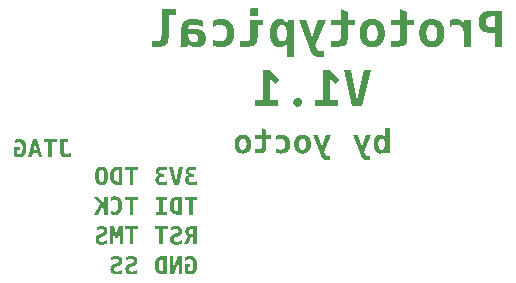
<source format=gbr>
%TF.GenerationSoftware,KiCad,Pcbnew,7.0.10*%
%TF.CreationDate,2024-02-21T15:12:55-06:00*%
%TF.ProjectId,HUB75-FPGA-Card,48554237-352d-4465-9047-412d43617264,rev?*%
%TF.SameCoordinates,Original*%
%TF.FileFunction,Legend,Bot*%
%TF.FilePolarity,Positive*%
%FSLAX46Y46*%
G04 Gerber Fmt 4.6, Leading zero omitted, Abs format (unit mm)*
G04 Created by KiCad (PCBNEW 7.0.10) date 2024-02-21 15:12:55*
%MOMM*%
%LPD*%
G01*
G04 APERTURE LIST*
G04 Aperture macros list*
%AMRoundRect*
0 Rectangle with rounded corners*
0 $1 Rounding radius*
0 $2 $3 $4 $5 $6 $7 $8 $9 X,Y pos of 4 corners*
0 Add a 4 corners polygon primitive as box body*
4,1,4,$2,$3,$4,$5,$6,$7,$8,$9,$2,$3,0*
0 Add four circle primitives for the rounded corners*
1,1,$1+$1,$2,$3*
1,1,$1+$1,$4,$5*
1,1,$1+$1,$6,$7*
1,1,$1+$1,$8,$9*
0 Add four rect primitives between the rounded corners*
20,1,$1+$1,$2,$3,$4,$5,0*
20,1,$1+$1,$4,$5,$6,$7,0*
20,1,$1+$1,$6,$7,$8,$9,0*
20,1,$1+$1,$8,$9,$2,$3,0*%
G04 Aperture macros list end*
%ADD10C,0.300000*%
%ADD11C,3.200000*%
%ADD12RoundRect,0.250000X-0.600000X-0.600000X0.600000X-0.600000X0.600000X0.600000X-0.600000X0.600000X0*%
%ADD13C,1.700000*%
%ADD14R,1.700000X1.700000*%
%ADD15O,1.700000X1.700000*%
%ADD16RoundRect,0.250002X-1.699998X-1.699998X1.699998X-1.699998X1.699998X1.699998X-1.699998X1.699998X0*%
%ADD17C,0.710000*%
%ADD18O,1.304000X1.804000*%
%ADD19C,1.524000*%
%ADD20C,3.500000*%
G04 APERTURE END LIST*
D10*
G36*
X104079036Y-100158447D02*
G01*
X104096061Y-100158339D01*
X104113246Y-100158017D01*
X104130593Y-100157481D01*
X104148101Y-100156729D01*
X104165770Y-100155763D01*
X104183600Y-100154583D01*
X104190777Y-100154050D01*
X104208619Y-100152648D01*
X104226426Y-100150959D01*
X104244197Y-100148984D01*
X104261932Y-100146723D01*
X104279631Y-100144176D01*
X104297294Y-100141342D01*
X104304350Y-100140129D01*
X104320775Y-100137388D01*
X104337308Y-100134433D01*
X104353949Y-100131263D01*
X104370696Y-100127878D01*
X104387551Y-100124279D01*
X104404513Y-100120465D01*
X104411328Y-100118879D01*
X104428273Y-100114738D01*
X104445217Y-100110329D01*
X104462161Y-100105651D01*
X104479106Y-100100704D01*
X104496050Y-100095490D01*
X104512994Y-100090007D01*
X104519772Y-100087739D01*
X104519772Y-99810767D01*
X104501570Y-99820287D01*
X104483098Y-99829336D01*
X104464356Y-99837915D01*
X104445343Y-99846024D01*
X104426059Y-99853663D01*
X104406505Y-99860832D01*
X104386681Y-99867530D01*
X104366586Y-99873759D01*
X104346221Y-99879517D01*
X104325585Y-99884806D01*
X104311677Y-99888070D01*
X104297063Y-99891436D01*
X104282528Y-99894573D01*
X104268074Y-99897481D01*
X104250119Y-99900794D01*
X104232289Y-99903749D01*
X104214584Y-99906347D01*
X104197005Y-99908586D01*
X104179597Y-99910486D01*
X104162637Y-99912064D01*
X104146124Y-99913320D01*
X104130058Y-99914254D01*
X104114439Y-99914865D01*
X104099267Y-99915155D01*
X104093324Y-99915181D01*
X104076609Y-99914963D01*
X104060351Y-99914311D01*
X104044552Y-99913223D01*
X104029210Y-99911700D01*
X104014327Y-99909743D01*
X103996366Y-99906684D01*
X103979121Y-99902945D01*
X103972424Y-99901259D01*
X103956084Y-99896374D01*
X103940496Y-99890647D01*
X103925659Y-99884080D01*
X103911573Y-99876673D01*
X103898239Y-99868424D01*
X103885656Y-99859335D01*
X103880833Y-99855464D01*
X103868196Y-99843629D01*
X103856803Y-99830931D01*
X103846652Y-99817371D01*
X103837745Y-99802948D01*
X103830080Y-99787661D01*
X103823658Y-99771512D01*
X103818480Y-99754499D01*
X103814544Y-99736624D01*
X103811851Y-99717886D01*
X103810401Y-99698285D01*
X103810124Y-99684738D01*
X103810756Y-99663371D01*
X103812649Y-99642822D01*
X103815804Y-99623091D01*
X103820222Y-99604178D01*
X103825902Y-99586082D01*
X103832845Y-99568805D01*
X103841049Y-99552345D01*
X103850516Y-99536704D01*
X103861245Y-99521880D01*
X103873236Y-99507874D01*
X103881932Y-99498991D01*
X103895301Y-99487652D01*
X103907348Y-99478932D01*
X103920217Y-99470873D01*
X103933909Y-99463476D01*
X103948424Y-99456740D01*
X103963762Y-99450667D01*
X103966928Y-99449532D01*
X103983139Y-99444360D01*
X104000173Y-99440065D01*
X104018030Y-99436647D01*
X104032908Y-99434543D01*
X104048312Y-99433000D01*
X104064243Y-99432018D01*
X104080701Y-99431598D01*
X104084898Y-99431580D01*
X104247197Y-99431580D01*
X104247197Y-99173660D01*
X104084898Y-99173660D01*
X104064371Y-99173273D01*
X104044695Y-99172114D01*
X104025869Y-99170182D01*
X104007892Y-99167477D01*
X103990766Y-99164000D01*
X103974490Y-99159749D01*
X103959064Y-99154726D01*
X103944489Y-99148930D01*
X103930763Y-99142361D01*
X103917887Y-99135020D01*
X103909775Y-99129696D01*
X103895350Y-99118310D01*
X103882848Y-99105768D01*
X103872269Y-99092069D01*
X103863614Y-99077214D01*
X103856882Y-99061203D01*
X103852073Y-99044035D01*
X103849188Y-99025711D01*
X103848226Y-99006231D01*
X103848767Y-98990963D01*
X103850390Y-98976345D01*
X103854237Y-98957867D01*
X103860007Y-98940545D01*
X103867701Y-98924379D01*
X103877318Y-98909369D01*
X103888858Y-98895516D01*
X103902322Y-98882819D01*
X103909775Y-98876905D01*
X103925529Y-98866085D01*
X103938547Y-98858918D01*
X103952594Y-98852561D01*
X103967672Y-98847017D01*
X103983781Y-98842283D01*
X104000920Y-98838361D01*
X104019089Y-98835251D01*
X104038289Y-98832952D01*
X104058519Y-98831464D01*
X104079780Y-98830788D01*
X104087096Y-98830743D01*
X104102316Y-98830923D01*
X104118025Y-98831464D01*
X104134224Y-98832366D01*
X104150912Y-98833628D01*
X104168089Y-98835251D01*
X104173924Y-98835872D01*
X104188527Y-98837636D01*
X104203255Y-98839721D01*
X104218108Y-98842129D01*
X104233086Y-98844859D01*
X104248190Y-98847911D01*
X104263419Y-98851285D01*
X104269545Y-98852725D01*
X104284123Y-98856073D01*
X104299005Y-98859708D01*
X104314190Y-98863630D01*
X104329680Y-98867837D01*
X104345475Y-98872331D01*
X104361573Y-98877111D01*
X104368097Y-98879103D01*
X104384487Y-98884257D01*
X104400913Y-98889643D01*
X104417374Y-98895262D01*
X104433871Y-98901113D01*
X104450404Y-98907197D01*
X104466973Y-98913514D01*
X104473610Y-98916106D01*
X104473610Y-98652323D01*
X104453665Y-98646541D01*
X104433811Y-98641010D01*
X104414047Y-98635731D01*
X104394372Y-98630702D01*
X104374788Y-98625925D01*
X104355294Y-98621398D01*
X104335891Y-98617123D01*
X104316577Y-98613099D01*
X104297354Y-98609327D01*
X104278221Y-98605805D01*
X104265515Y-98603597D01*
X104246548Y-98600716D01*
X104227704Y-98598119D01*
X104208982Y-98595804D01*
X104190382Y-98593774D01*
X104171904Y-98592026D01*
X104153549Y-98590562D01*
X104135317Y-98589382D01*
X104117206Y-98588484D01*
X104099218Y-98587870D01*
X104081353Y-98587540D01*
X104069510Y-98587477D01*
X104054323Y-98587577D01*
X104039354Y-98587876D01*
X104024602Y-98588375D01*
X103995751Y-98589972D01*
X103967770Y-98592368D01*
X103940659Y-98595562D01*
X103914418Y-98599555D01*
X103889047Y-98604346D01*
X103864547Y-98609936D01*
X103840916Y-98616325D01*
X103818156Y-98623512D01*
X103796266Y-98631497D01*
X103775245Y-98640282D01*
X103755095Y-98649864D01*
X103735815Y-98660246D01*
X103717406Y-98671425D01*
X103699866Y-98683404D01*
X103691422Y-98689692D01*
X103675008Y-98702727D01*
X103659652Y-98716368D01*
X103645355Y-98730616D01*
X103632117Y-98745471D01*
X103619938Y-98760933D01*
X103608819Y-98777002D01*
X103598758Y-98793677D01*
X103589756Y-98810959D01*
X103581814Y-98828848D01*
X103574930Y-98847344D01*
X103569105Y-98866446D01*
X103564340Y-98886155D01*
X103560633Y-98906471D01*
X103557986Y-98927394D01*
X103556397Y-98948924D01*
X103555868Y-98971060D01*
X103556148Y-98986751D01*
X103556990Y-99002132D01*
X103558392Y-99017205D01*
X103560356Y-99031968D01*
X103562880Y-99046422D01*
X103566825Y-99064056D01*
X103571646Y-99081206D01*
X103573819Y-99087930D01*
X103580020Y-99104431D01*
X103587401Y-99120502D01*
X103595962Y-99136145D01*
X103605705Y-99151357D01*
X103614349Y-99163218D01*
X103623748Y-99174805D01*
X103633903Y-99186116D01*
X103649118Y-99201400D01*
X103665498Y-99215654D01*
X103683044Y-99228878D01*
X103695388Y-99237121D01*
X103708251Y-99244906D01*
X103721632Y-99252233D01*
X103735531Y-99259103D01*
X103749948Y-99265514D01*
X103764883Y-99271467D01*
X103780336Y-99276963D01*
X103796307Y-99282000D01*
X103812797Y-99286580D01*
X103829804Y-99290702D01*
X103847329Y-99294365D01*
X103856286Y-99296025D01*
X103836075Y-99299929D01*
X103816473Y-99304406D01*
X103797481Y-99309455D01*
X103779098Y-99315076D01*
X103761325Y-99321270D01*
X103744162Y-99328036D01*
X103727608Y-99335375D01*
X103711664Y-99343286D01*
X103696330Y-99351770D01*
X103681605Y-99360826D01*
X103667490Y-99370455D01*
X103653985Y-99380655D01*
X103641089Y-99391429D01*
X103628803Y-99402775D01*
X103617126Y-99414693D01*
X103606060Y-99427184D01*
X103595634Y-99440144D01*
X103585881Y-99453654D01*
X103576800Y-99467713D01*
X103568393Y-99482322D01*
X103560658Y-99497480D01*
X103553595Y-99513188D01*
X103547205Y-99529445D01*
X103541488Y-99546252D01*
X103536443Y-99563609D01*
X103532071Y-99581515D01*
X103528372Y-99599970D01*
X103525345Y-99618975D01*
X103522991Y-99638530D01*
X103521309Y-99658634D01*
X103520300Y-99679288D01*
X103519964Y-99700491D01*
X103520518Y-99727750D01*
X103522179Y-99754204D01*
X103524948Y-99779854D01*
X103528825Y-99804699D01*
X103533810Y-99828740D01*
X103539902Y-99851977D01*
X103547102Y-99874410D01*
X103555410Y-99896038D01*
X103564825Y-99916862D01*
X103575348Y-99936882D01*
X103586979Y-99956098D01*
X103599717Y-99974509D01*
X103613563Y-99992116D01*
X103628516Y-100008919D01*
X103644578Y-100024917D01*
X103661747Y-100040111D01*
X103679949Y-100054441D01*
X103699202Y-100067846D01*
X103719505Y-100080327D01*
X103740859Y-100091883D01*
X103763263Y-100102515D01*
X103786717Y-100112222D01*
X103811222Y-100121005D01*
X103836777Y-100128863D01*
X103863383Y-100135797D01*
X103891039Y-100141806D01*
X103919746Y-100146891D01*
X103934493Y-100149086D01*
X103949503Y-100151051D01*
X103964776Y-100152784D01*
X103980311Y-100154287D01*
X103996108Y-100155558D01*
X104012169Y-100156598D01*
X104028491Y-100157407D01*
X104045077Y-100157985D01*
X104061925Y-100158331D01*
X104079036Y-100158447D01*
G37*
G36*
X103326157Y-98610924D02*
G01*
X103021709Y-98610924D01*
X102753163Y-99887337D01*
X102483519Y-98610924D01*
X102179071Y-98610924D01*
X102542870Y-100135000D01*
X102962357Y-100135000D01*
X103326157Y-98610924D01*
G37*
G36*
X101552588Y-100158447D02*
G01*
X101569613Y-100158339D01*
X101586798Y-100158017D01*
X101604145Y-100157481D01*
X101621653Y-100156729D01*
X101639322Y-100155763D01*
X101657152Y-100154583D01*
X101664329Y-100154050D01*
X101682171Y-100152648D01*
X101699978Y-100150959D01*
X101717749Y-100148984D01*
X101735484Y-100146723D01*
X101753183Y-100144176D01*
X101770846Y-100141342D01*
X101777902Y-100140129D01*
X101794327Y-100137388D01*
X101810860Y-100134433D01*
X101827501Y-100131263D01*
X101844248Y-100127878D01*
X101861103Y-100124279D01*
X101878065Y-100120465D01*
X101884880Y-100118879D01*
X101901825Y-100114738D01*
X101918769Y-100110329D01*
X101935713Y-100105651D01*
X101952658Y-100100704D01*
X101969602Y-100095490D01*
X101986546Y-100090007D01*
X101993324Y-100087739D01*
X101993324Y-99810767D01*
X101975122Y-99820287D01*
X101956650Y-99829336D01*
X101937908Y-99837915D01*
X101918895Y-99846024D01*
X101899611Y-99853663D01*
X101880057Y-99860832D01*
X101860233Y-99867530D01*
X101840138Y-99873759D01*
X101819773Y-99879517D01*
X101799137Y-99884806D01*
X101785229Y-99888070D01*
X101770615Y-99891436D01*
X101756080Y-99894573D01*
X101741626Y-99897481D01*
X101723671Y-99900794D01*
X101705841Y-99903749D01*
X101688136Y-99906347D01*
X101670557Y-99908586D01*
X101653149Y-99910486D01*
X101636189Y-99912064D01*
X101619676Y-99913320D01*
X101603610Y-99914254D01*
X101587991Y-99914865D01*
X101572819Y-99915155D01*
X101566876Y-99915181D01*
X101550161Y-99914963D01*
X101533903Y-99914311D01*
X101518104Y-99913223D01*
X101502762Y-99911700D01*
X101487879Y-99909743D01*
X101469918Y-99906684D01*
X101452673Y-99902945D01*
X101445976Y-99901259D01*
X101429636Y-99896374D01*
X101414048Y-99890647D01*
X101399211Y-99884080D01*
X101385125Y-99876673D01*
X101371791Y-99868424D01*
X101359208Y-99859335D01*
X101354385Y-99855464D01*
X101341748Y-99843629D01*
X101330355Y-99830931D01*
X101320204Y-99817371D01*
X101311297Y-99802948D01*
X101303632Y-99787661D01*
X101297210Y-99771512D01*
X101292032Y-99754499D01*
X101288096Y-99736624D01*
X101285403Y-99717886D01*
X101283953Y-99698285D01*
X101283676Y-99684738D01*
X101284308Y-99663371D01*
X101286201Y-99642822D01*
X101289356Y-99623091D01*
X101293774Y-99604178D01*
X101299454Y-99586082D01*
X101306397Y-99568805D01*
X101314601Y-99552345D01*
X101324068Y-99536704D01*
X101334797Y-99521880D01*
X101346788Y-99507874D01*
X101355484Y-99498991D01*
X101368853Y-99487652D01*
X101380900Y-99478932D01*
X101393769Y-99470873D01*
X101407461Y-99463476D01*
X101421976Y-99456740D01*
X101437314Y-99450667D01*
X101440480Y-99449532D01*
X101456691Y-99444360D01*
X101473725Y-99440065D01*
X101491582Y-99436647D01*
X101506460Y-99434543D01*
X101521864Y-99433000D01*
X101537795Y-99432018D01*
X101554253Y-99431598D01*
X101558450Y-99431580D01*
X101720749Y-99431580D01*
X101720749Y-99173660D01*
X101558450Y-99173660D01*
X101537923Y-99173273D01*
X101518247Y-99172114D01*
X101499421Y-99170182D01*
X101481444Y-99167477D01*
X101464318Y-99164000D01*
X101448042Y-99159749D01*
X101432616Y-99154726D01*
X101418040Y-99148930D01*
X101404315Y-99142361D01*
X101391439Y-99135020D01*
X101383327Y-99129696D01*
X101368902Y-99118310D01*
X101356400Y-99105768D01*
X101345821Y-99092069D01*
X101337166Y-99077214D01*
X101330434Y-99061203D01*
X101325625Y-99044035D01*
X101322740Y-99025711D01*
X101321778Y-99006231D01*
X101322319Y-98990963D01*
X101323942Y-98976345D01*
X101327789Y-98957867D01*
X101333559Y-98940545D01*
X101341253Y-98924379D01*
X101350870Y-98909369D01*
X101362410Y-98895516D01*
X101375874Y-98882819D01*
X101383327Y-98876905D01*
X101399081Y-98866085D01*
X101412099Y-98858918D01*
X101426146Y-98852561D01*
X101441224Y-98847017D01*
X101457333Y-98842283D01*
X101474472Y-98838361D01*
X101492641Y-98835251D01*
X101511841Y-98832952D01*
X101532071Y-98831464D01*
X101553332Y-98830788D01*
X101560648Y-98830743D01*
X101575868Y-98830923D01*
X101591577Y-98831464D01*
X101607776Y-98832366D01*
X101624464Y-98833628D01*
X101641641Y-98835251D01*
X101647476Y-98835872D01*
X101662079Y-98837636D01*
X101676807Y-98839721D01*
X101691660Y-98842129D01*
X101706638Y-98844859D01*
X101721742Y-98847911D01*
X101736971Y-98851285D01*
X101743097Y-98852725D01*
X101757675Y-98856073D01*
X101772557Y-98859708D01*
X101787742Y-98863630D01*
X101803232Y-98867837D01*
X101819027Y-98872331D01*
X101835125Y-98877111D01*
X101841649Y-98879103D01*
X101858039Y-98884257D01*
X101874465Y-98889643D01*
X101890926Y-98895262D01*
X101907423Y-98901113D01*
X101923956Y-98907197D01*
X101940525Y-98913514D01*
X101947162Y-98916106D01*
X101947162Y-98652323D01*
X101927217Y-98646541D01*
X101907363Y-98641010D01*
X101887599Y-98635731D01*
X101867924Y-98630702D01*
X101848340Y-98625925D01*
X101828846Y-98621398D01*
X101809443Y-98617123D01*
X101790129Y-98613099D01*
X101770906Y-98609327D01*
X101751773Y-98605805D01*
X101739067Y-98603597D01*
X101720100Y-98600716D01*
X101701256Y-98598119D01*
X101682534Y-98595804D01*
X101663934Y-98593774D01*
X101645456Y-98592026D01*
X101627101Y-98590562D01*
X101608869Y-98589382D01*
X101590758Y-98588484D01*
X101572770Y-98587870D01*
X101554905Y-98587540D01*
X101543062Y-98587477D01*
X101527875Y-98587577D01*
X101512906Y-98587876D01*
X101498154Y-98588375D01*
X101469303Y-98589972D01*
X101441322Y-98592368D01*
X101414211Y-98595562D01*
X101387970Y-98599555D01*
X101362599Y-98604346D01*
X101338099Y-98609936D01*
X101314468Y-98616325D01*
X101291708Y-98623512D01*
X101269818Y-98631497D01*
X101248797Y-98640282D01*
X101228647Y-98649864D01*
X101209367Y-98660246D01*
X101190958Y-98671425D01*
X101173418Y-98683404D01*
X101164974Y-98689692D01*
X101148560Y-98702727D01*
X101133204Y-98716368D01*
X101118907Y-98730616D01*
X101105669Y-98745471D01*
X101093490Y-98760933D01*
X101082371Y-98777002D01*
X101072310Y-98793677D01*
X101063308Y-98810959D01*
X101055366Y-98828848D01*
X101048482Y-98847344D01*
X101042657Y-98866446D01*
X101037892Y-98886155D01*
X101034185Y-98906471D01*
X101031538Y-98927394D01*
X101029949Y-98948924D01*
X101029420Y-98971060D01*
X101029700Y-98986751D01*
X101030542Y-99002132D01*
X101031944Y-99017205D01*
X101033908Y-99031968D01*
X101036432Y-99046422D01*
X101040377Y-99064056D01*
X101045198Y-99081206D01*
X101047371Y-99087930D01*
X101053572Y-99104431D01*
X101060953Y-99120502D01*
X101069514Y-99136145D01*
X101079257Y-99151357D01*
X101087900Y-99163218D01*
X101097300Y-99174805D01*
X101107455Y-99186116D01*
X101122670Y-99201400D01*
X101139050Y-99215654D01*
X101156596Y-99228878D01*
X101168940Y-99237121D01*
X101181803Y-99244906D01*
X101195184Y-99252233D01*
X101209083Y-99259103D01*
X101223500Y-99265514D01*
X101238435Y-99271467D01*
X101253888Y-99276963D01*
X101269859Y-99282000D01*
X101286349Y-99286580D01*
X101303356Y-99290702D01*
X101320881Y-99294365D01*
X101329838Y-99296025D01*
X101309627Y-99299929D01*
X101290025Y-99304406D01*
X101271033Y-99309455D01*
X101252650Y-99315076D01*
X101234877Y-99321270D01*
X101217714Y-99328036D01*
X101201160Y-99335375D01*
X101185216Y-99343286D01*
X101169882Y-99351770D01*
X101155157Y-99360826D01*
X101141042Y-99370455D01*
X101127537Y-99380655D01*
X101114641Y-99391429D01*
X101102355Y-99402775D01*
X101090678Y-99414693D01*
X101079612Y-99427184D01*
X101069186Y-99440144D01*
X101059433Y-99453654D01*
X101050352Y-99467713D01*
X101041945Y-99482322D01*
X101034210Y-99497480D01*
X101027147Y-99513188D01*
X101020757Y-99529445D01*
X101015040Y-99546252D01*
X101009995Y-99563609D01*
X101005623Y-99581515D01*
X101001924Y-99599970D01*
X100998897Y-99618975D01*
X100996543Y-99638530D01*
X100994861Y-99658634D01*
X100993852Y-99679288D01*
X100993516Y-99700491D01*
X100994070Y-99727750D01*
X100995731Y-99754204D01*
X100998500Y-99779854D01*
X101002377Y-99804699D01*
X101007362Y-99828740D01*
X101013454Y-99851977D01*
X101020654Y-99874410D01*
X101028962Y-99896038D01*
X101038377Y-99916862D01*
X101048900Y-99936882D01*
X101060531Y-99956098D01*
X101073269Y-99974509D01*
X101087115Y-99992116D01*
X101102068Y-100008919D01*
X101118130Y-100024917D01*
X101135299Y-100040111D01*
X101153501Y-100054441D01*
X101172754Y-100067846D01*
X101193057Y-100080327D01*
X101214411Y-100091883D01*
X101236815Y-100102515D01*
X101260269Y-100112222D01*
X101284774Y-100121005D01*
X101310329Y-100128863D01*
X101336935Y-100135797D01*
X101364591Y-100141806D01*
X101393298Y-100146891D01*
X101408045Y-100149086D01*
X101423055Y-100151051D01*
X101438328Y-100152784D01*
X101453863Y-100154287D01*
X101469660Y-100155558D01*
X101485721Y-100156598D01*
X101502043Y-100157407D01*
X101518629Y-100157985D01*
X101535477Y-100158331D01*
X101552588Y-100158447D01*
G37*
G36*
X99114067Y-98868845D02*
G01*
X99502780Y-98868845D01*
X99502780Y-98610924D01*
X98423104Y-98610924D01*
X98423104Y-98868845D01*
X98811817Y-98868845D01*
X98811817Y-100135000D01*
X99114067Y-100135000D01*
X99114067Y-98868845D01*
G37*
G36*
X98191562Y-100135000D02*
G01*
X97867330Y-100135000D01*
X97844087Y-100134824D01*
X97821255Y-100134298D01*
X97798833Y-100133422D01*
X97776820Y-100132195D01*
X97755218Y-100130617D01*
X97734026Y-100128688D01*
X97713244Y-100126409D01*
X97692871Y-100123780D01*
X97672909Y-100120799D01*
X97653357Y-100117468D01*
X97634215Y-100113787D01*
X97615483Y-100109755D01*
X97597161Y-100105372D01*
X97579248Y-100100639D01*
X97561746Y-100095555D01*
X97544654Y-100090120D01*
X97527972Y-100084335D01*
X97511700Y-100078199D01*
X97495838Y-100071712D01*
X97480386Y-100064875D01*
X97465344Y-100057687D01*
X97450712Y-100050149D01*
X97436490Y-100042260D01*
X97422678Y-100034020D01*
X97409276Y-100025430D01*
X97396284Y-100016489D01*
X97383702Y-100007198D01*
X97371530Y-99997556D01*
X97359768Y-99987563D01*
X97348416Y-99977220D01*
X97337474Y-99966526D01*
X97326942Y-99955481D01*
X97316799Y-99944020D01*
X97306978Y-99932124D01*
X97297479Y-99919792D01*
X97288302Y-99907024D01*
X97279447Y-99893820D01*
X97270914Y-99880180D01*
X97262703Y-99866105D01*
X97254814Y-99851594D01*
X97247247Y-99836647D01*
X97240002Y-99821264D01*
X97233079Y-99805446D01*
X97226478Y-99789192D01*
X97220199Y-99772502D01*
X97214242Y-99755376D01*
X97208607Y-99737814D01*
X97203294Y-99719817D01*
X97198303Y-99701384D01*
X97193634Y-99682515D01*
X97189287Y-99663211D01*
X97185262Y-99643470D01*
X97181559Y-99623294D01*
X97178178Y-99602682D01*
X97175119Y-99581635D01*
X97172382Y-99560151D01*
X97169967Y-99538232D01*
X97167874Y-99515877D01*
X97166103Y-99493086D01*
X97164654Y-99469859D01*
X97163527Y-99446197D01*
X97162722Y-99422099D01*
X97162239Y-99397565D01*
X97162078Y-99372595D01*
X97162085Y-99371496D01*
X97476785Y-99371496D01*
X97476859Y-99387720D01*
X97477082Y-99403648D01*
X97477452Y-99419279D01*
X97477970Y-99434614D01*
X97478637Y-99449653D01*
X97479451Y-99464395D01*
X97481525Y-99492992D01*
X97484191Y-99520403D01*
X97487450Y-99546630D01*
X97491301Y-99571672D01*
X97495745Y-99595528D01*
X97500781Y-99618200D01*
X97506409Y-99639686D01*
X97512630Y-99659988D01*
X97519444Y-99679105D01*
X97526850Y-99697037D01*
X97534848Y-99713784D01*
X97543439Y-99729346D01*
X97552623Y-99743722D01*
X97562503Y-99757032D01*
X97573185Y-99769482D01*
X97584668Y-99781074D01*
X97596953Y-99791808D01*
X97610039Y-99801682D01*
X97623926Y-99810698D01*
X97638615Y-99818856D01*
X97654106Y-99826154D01*
X97670397Y-99832594D01*
X97687491Y-99838176D01*
X97705385Y-99842898D01*
X97724081Y-99846762D01*
X97743579Y-99849768D01*
X97763877Y-99851914D01*
X97784978Y-99853202D01*
X97806879Y-99853632D01*
X97888945Y-99853632D01*
X97888945Y-98892292D01*
X97806879Y-98892292D01*
X97784849Y-98892718D01*
X97763637Y-98893998D01*
X97743244Y-98896130D01*
X97723669Y-98899115D01*
X97704913Y-98902954D01*
X97686975Y-98907645D01*
X97669856Y-98913189D01*
X97653556Y-98919586D01*
X97638074Y-98926836D01*
X97623411Y-98934939D01*
X97609567Y-98943895D01*
X97596541Y-98953704D01*
X97584333Y-98964365D01*
X97572944Y-98975880D01*
X97562374Y-98988248D01*
X97552623Y-99001468D01*
X97543439Y-99015794D01*
X97534848Y-99031293D01*
X97526850Y-99047965D01*
X97519444Y-99065811D01*
X97512630Y-99084831D01*
X97506409Y-99105024D01*
X97500781Y-99126390D01*
X97495745Y-99148930D01*
X97491301Y-99172644D01*
X97487450Y-99197531D01*
X97484191Y-99223591D01*
X97481525Y-99250825D01*
X97479451Y-99279233D01*
X97478637Y-99293877D01*
X97477970Y-99308814D01*
X97477452Y-99324044D01*
X97477082Y-99339568D01*
X97476859Y-99355386D01*
X97476785Y-99371496D01*
X97162085Y-99371496D01*
X97162243Y-99346921D01*
X97162737Y-99321740D01*
X97163560Y-99297050D01*
X97164712Y-99272853D01*
X97166193Y-99249148D01*
X97168003Y-99225935D01*
X97170143Y-99203215D01*
X97172611Y-99180987D01*
X97175409Y-99159251D01*
X97178536Y-99138008D01*
X97181992Y-99117257D01*
X97185778Y-99096998D01*
X97189892Y-99077231D01*
X97194336Y-99057957D01*
X97199108Y-99039175D01*
X97204210Y-99020886D01*
X97209584Y-99003020D01*
X97215264Y-98985600D01*
X97221250Y-98968627D01*
X97227543Y-98952101D01*
X97234142Y-98936021D01*
X97241047Y-98920387D01*
X97248258Y-98905201D01*
X97255776Y-98890460D01*
X97263600Y-98876166D01*
X97271730Y-98862319D01*
X97280166Y-98848918D01*
X97288909Y-98835963D01*
X97297958Y-98823455D01*
X97307313Y-98811394D01*
X97316975Y-98799779D01*
X97326942Y-98788611D01*
X97337408Y-98777679D01*
X97348287Y-98767094D01*
X97359581Y-98756856D01*
X97371290Y-98746965D01*
X97383412Y-98737422D01*
X97395949Y-98728225D01*
X97408900Y-98719375D01*
X97422266Y-98710873D01*
X97436045Y-98702717D01*
X97450240Y-98694909D01*
X97464848Y-98687447D01*
X97479871Y-98680333D01*
X97495308Y-98673566D01*
X97511159Y-98667145D01*
X97527425Y-98661072D01*
X97544105Y-98655346D01*
X97561199Y-98649967D01*
X97578708Y-98644934D01*
X97596630Y-98640249D01*
X97614968Y-98635911D01*
X97633719Y-98631920D01*
X97652885Y-98628276D01*
X97672465Y-98624979D01*
X97692459Y-98622030D01*
X97712868Y-98619427D01*
X97733691Y-98617171D01*
X97754928Y-98615262D01*
X97776580Y-98613700D01*
X97798646Y-98612486D01*
X97821126Y-98611618D01*
X97844021Y-98611098D01*
X97867330Y-98610924D01*
X98191562Y-98610924D01*
X98191562Y-100135000D01*
G37*
G36*
X96452572Y-98587661D02*
G01*
X96467927Y-98588215D01*
X96483107Y-98589138D01*
X96498112Y-98590431D01*
X96512942Y-98592092D01*
X96527598Y-98594123D01*
X96542080Y-98596523D01*
X96563475Y-98600815D01*
X96584476Y-98605938D01*
X96605086Y-98611892D01*
X96625302Y-98618676D01*
X96645125Y-98626292D01*
X96664556Y-98634738D01*
X96677254Y-98640821D01*
X96695834Y-98650779D01*
X96713855Y-98661734D01*
X96731314Y-98673688D01*
X96748214Y-98686640D01*
X96764553Y-98700590D01*
X96780333Y-98715538D01*
X96790541Y-98726058D01*
X96800500Y-98737022D01*
X96810210Y-98748430D01*
X96819671Y-98760281D01*
X96828883Y-98772575D01*
X96837846Y-98785314D01*
X96846253Y-98798110D01*
X96854394Y-98811267D01*
X96862268Y-98824783D01*
X96869874Y-98838660D01*
X96877214Y-98852896D01*
X96884287Y-98867492D01*
X96891093Y-98882448D01*
X96897632Y-98897764D01*
X96903904Y-98913440D01*
X96909910Y-98929476D01*
X96915648Y-98945872D01*
X96921119Y-98962628D01*
X96926324Y-98979744D01*
X96931262Y-98997219D01*
X96935932Y-99015055D01*
X96940336Y-99033251D01*
X96944473Y-99051806D01*
X96948343Y-99070721D01*
X96951947Y-99089997D01*
X96955283Y-99109632D01*
X96958352Y-99129627D01*
X96961155Y-99149982D01*
X96963690Y-99170697D01*
X96965959Y-99191772D01*
X96967961Y-99213207D01*
X96969696Y-99235001D01*
X96971164Y-99257156D01*
X96972365Y-99279671D01*
X96973299Y-99302545D01*
X96973966Y-99325780D01*
X96974366Y-99349374D01*
X96974500Y-99373328D01*
X96974366Y-99397437D01*
X96973966Y-99421174D01*
X96973299Y-99444541D01*
X96972365Y-99467535D01*
X96971164Y-99490159D01*
X96969696Y-99512411D01*
X96967961Y-99534291D01*
X96965959Y-99555800D01*
X96963690Y-99576938D01*
X96961155Y-99597705D01*
X96958352Y-99618100D01*
X96955283Y-99638124D01*
X96951947Y-99657776D01*
X96948343Y-99677057D01*
X96944473Y-99695967D01*
X96940336Y-99714505D01*
X96935932Y-99732672D01*
X96931262Y-99750467D01*
X96926324Y-99767891D01*
X96921119Y-99784944D01*
X96915648Y-99801626D01*
X96909910Y-99817936D01*
X96903904Y-99833874D01*
X96897632Y-99849441D01*
X96891093Y-99864637D01*
X96884287Y-99879462D01*
X96877214Y-99893915D01*
X96869874Y-99907997D01*
X96862268Y-99921707D01*
X96854394Y-99935046D01*
X96846253Y-99948014D01*
X96837846Y-99960610D01*
X96829651Y-99972345D01*
X96816855Y-99989304D01*
X96803454Y-100005490D01*
X96789447Y-100020903D01*
X96774834Y-100035543D01*
X96759616Y-100049411D01*
X96743793Y-100062505D01*
X96727365Y-100074827D01*
X96710331Y-100086376D01*
X96692692Y-100097152D01*
X96674448Y-100107156D01*
X96668226Y-100110311D01*
X96649100Y-100119177D01*
X96629277Y-100127141D01*
X96608760Y-100134204D01*
X96594695Y-100138411D01*
X96580321Y-100142218D01*
X96565637Y-100145624D01*
X96550645Y-100148629D01*
X96535344Y-100151234D01*
X96519733Y-100153438D01*
X96503813Y-100155241D01*
X96487585Y-100156644D01*
X96471047Y-100157645D01*
X96454200Y-100158246D01*
X96437043Y-100158447D01*
X96420016Y-100158246D01*
X96403281Y-100157645D01*
X96386837Y-100156644D01*
X96370686Y-100155241D01*
X96354826Y-100153438D01*
X96339259Y-100151234D01*
X96323983Y-100148629D01*
X96308999Y-100145624D01*
X96294307Y-100142218D01*
X96279908Y-100138411D01*
X96258855Y-100131950D01*
X96238460Y-100124587D01*
X96218721Y-100116322D01*
X96199639Y-100107156D01*
X96187272Y-100100568D01*
X96169225Y-100090027D01*
X96151783Y-100078694D01*
X96134947Y-100066568D01*
X96118716Y-100053651D01*
X96103090Y-100039941D01*
X96088070Y-100025439D01*
X96073655Y-100010145D01*
X96059846Y-99994059D01*
X96046642Y-99977181D01*
X96034043Y-99959511D01*
X96025726Y-99946849D01*
X96017672Y-99933823D01*
X96009883Y-99920431D01*
X96002358Y-99906674D01*
X95995097Y-99892553D01*
X95988100Y-99878067D01*
X95981367Y-99863215D01*
X95974898Y-99847999D01*
X95968693Y-99832418D01*
X95962752Y-99816472D01*
X95957075Y-99800160D01*
X95951662Y-99783484D01*
X95946514Y-99766443D01*
X95941629Y-99749038D01*
X95937008Y-99731267D01*
X95932651Y-99713131D01*
X95928559Y-99694630D01*
X95924730Y-99675765D01*
X95921166Y-99656534D01*
X95917865Y-99636939D01*
X95914829Y-99616978D01*
X95912056Y-99596653D01*
X95909548Y-99575963D01*
X95907304Y-99554907D01*
X95905323Y-99533487D01*
X95903607Y-99511702D01*
X95902155Y-99489552D01*
X95900967Y-99467037D01*
X95900043Y-99444157D01*
X95899382Y-99420913D01*
X95898986Y-99397303D01*
X95898854Y-99373328D01*
X95898858Y-99372595D01*
X96213561Y-99372595D01*
X96213613Y-99389253D01*
X96213769Y-99405611D01*
X96214028Y-99421670D01*
X96214391Y-99437430D01*
X96214858Y-99452891D01*
X96215429Y-99468053D01*
X96216881Y-99497480D01*
X96218749Y-99525710D01*
X96221032Y-99552744D01*
X96223729Y-99578581D01*
X96226842Y-99603222D01*
X96230370Y-99626666D01*
X96234312Y-99648914D01*
X96238670Y-99669966D01*
X96243443Y-99689821D01*
X96248631Y-99708480D01*
X96254233Y-99725942D01*
X96260251Y-99742208D01*
X96266684Y-99757278D01*
X96270089Y-99764649D01*
X96277270Y-99778688D01*
X96284947Y-99791791D01*
X96297390Y-99809691D01*
X96310947Y-99825485D01*
X96325619Y-99839173D01*
X96341404Y-99850756D01*
X96358304Y-99860232D01*
X96376318Y-99867603D01*
X96395445Y-99872867D01*
X96415687Y-99876026D01*
X96437043Y-99877079D01*
X96451272Y-99876611D01*
X96471701Y-99874154D01*
X96491036Y-99869591D01*
X96509277Y-99862923D01*
X96526422Y-99854148D01*
X96542473Y-99843268D01*
X96557428Y-99830282D01*
X96571289Y-99815190D01*
X96584056Y-99797992D01*
X96591958Y-99785356D01*
X96599374Y-99771785D01*
X96606304Y-99757278D01*
X96609572Y-99749893D01*
X96615797Y-99734225D01*
X96621608Y-99717361D01*
X96627003Y-99699300D01*
X96631983Y-99680043D01*
X96636548Y-99659590D01*
X96640699Y-99637940D01*
X96644434Y-99615094D01*
X96647754Y-99591051D01*
X96650659Y-99565812D01*
X96653149Y-99539376D01*
X96655224Y-99511744D01*
X96656885Y-99482916D01*
X96657559Y-99468053D01*
X96658130Y-99452891D01*
X96658597Y-99437430D01*
X96658960Y-99421670D01*
X96659219Y-99405611D01*
X96659375Y-99389253D01*
X96659427Y-99372595D01*
X96659375Y-99355983D01*
X96659219Y-99339668D01*
X96658960Y-99323651D01*
X96658597Y-99307932D01*
X96658130Y-99292511D01*
X96657559Y-99277387D01*
X96656106Y-99248032D01*
X96654239Y-99219867D01*
X96651956Y-99192894D01*
X96649259Y-99167111D01*
X96646146Y-99142519D01*
X96642618Y-99119117D01*
X96638675Y-99096906D01*
X96634318Y-99075886D01*
X96629545Y-99056057D01*
X96624357Y-99037418D01*
X96618754Y-99019970D01*
X96612737Y-99003712D01*
X96606304Y-98988646D01*
X96602833Y-98981275D01*
X96595540Y-98967236D01*
X96587778Y-98954133D01*
X96575254Y-98936233D01*
X96561675Y-98920439D01*
X96547039Y-98906750D01*
X96531346Y-98895168D01*
X96514598Y-98885692D01*
X96496794Y-98878321D01*
X96477933Y-98873056D01*
X96458016Y-98869898D01*
X96437043Y-98868845D01*
X96422682Y-98869313D01*
X96402069Y-98871769D01*
X96382570Y-98876332D01*
X96364185Y-98883001D01*
X96346914Y-98891775D01*
X96330757Y-98902656D01*
X96315714Y-98915642D01*
X96301785Y-98930734D01*
X96288971Y-98947932D01*
X96281047Y-98960567D01*
X96273618Y-98974139D01*
X96266684Y-98988646D01*
X96263416Y-98996030D01*
X96257190Y-99011692D01*
X96251380Y-99028545D01*
X96245985Y-99046588D01*
X96241005Y-99065823D01*
X96236439Y-99086247D01*
X96232289Y-99107863D01*
X96228554Y-99130669D01*
X96225234Y-99154666D01*
X96222329Y-99179853D01*
X96219838Y-99206232D01*
X96217763Y-99233801D01*
X96216103Y-99262560D01*
X96215429Y-99277387D01*
X96214858Y-99292511D01*
X96214391Y-99307932D01*
X96214028Y-99323651D01*
X96213769Y-99339668D01*
X96213613Y-99355983D01*
X96213561Y-99372595D01*
X95898858Y-99372595D01*
X95898986Y-99349242D01*
X95899382Y-99325526D01*
X95900043Y-99302181D01*
X95900967Y-99279207D01*
X95902155Y-99256603D01*
X95903607Y-99234370D01*
X95905323Y-99212508D01*
X95907304Y-99191016D01*
X95909548Y-99169895D01*
X95912056Y-99149145D01*
X95914829Y-99128765D01*
X95917865Y-99108756D01*
X95921166Y-99089118D01*
X95924730Y-99069850D01*
X95928559Y-99050953D01*
X95932651Y-99032426D01*
X95937008Y-99014270D01*
X95941629Y-98996485D01*
X95946514Y-98979071D01*
X95951662Y-98962027D01*
X95957075Y-98945354D01*
X95962752Y-98929051D01*
X95968693Y-98913120D01*
X95974898Y-98897558D01*
X95981367Y-98882368D01*
X95988100Y-98867548D01*
X95995097Y-98853099D01*
X96002358Y-98839020D01*
X96009883Y-98825312D01*
X96017672Y-98811975D01*
X96025726Y-98799009D01*
X96034043Y-98786413D01*
X96042755Y-98774173D01*
X96051717Y-98762323D01*
X96070393Y-98739787D01*
X96090071Y-98718806D01*
X96110750Y-98699378D01*
X96132432Y-98681505D01*
X96155115Y-98665186D01*
X96178800Y-98650421D01*
X96203486Y-98637211D01*
X96229175Y-98625554D01*
X96255865Y-98615452D01*
X96283557Y-98606904D01*
X96297779Y-98603213D01*
X96312251Y-98599910D01*
X96326973Y-98596996D01*
X96341946Y-98594471D01*
X96357170Y-98592334D01*
X96372643Y-98590585D01*
X96388368Y-98589225D01*
X96404343Y-98588254D01*
X96420568Y-98587671D01*
X96437043Y-98587477D01*
X96452572Y-98587661D01*
G37*
G36*
X104166963Y-101388845D02*
G01*
X104555676Y-101388845D01*
X104555676Y-101130924D01*
X103476000Y-101130924D01*
X103476000Y-101388845D01*
X103864713Y-101388845D01*
X103864713Y-102655000D01*
X104166963Y-102655000D01*
X104166963Y-101388845D01*
G37*
G36*
X103244458Y-102655000D02*
G01*
X102920226Y-102655000D01*
X102896983Y-102654824D01*
X102874151Y-102654298D01*
X102851729Y-102653422D01*
X102829716Y-102652195D01*
X102808114Y-102650617D01*
X102786922Y-102648688D01*
X102766140Y-102646409D01*
X102745768Y-102643780D01*
X102725805Y-102640799D01*
X102706253Y-102637468D01*
X102687111Y-102633787D01*
X102668379Y-102629755D01*
X102650057Y-102625372D01*
X102632145Y-102620639D01*
X102614642Y-102615555D01*
X102597550Y-102610120D01*
X102580868Y-102604335D01*
X102564596Y-102598199D01*
X102548734Y-102591712D01*
X102533282Y-102584875D01*
X102518240Y-102577687D01*
X102503608Y-102570149D01*
X102489386Y-102562260D01*
X102475574Y-102554020D01*
X102462172Y-102545430D01*
X102449180Y-102536489D01*
X102436598Y-102527198D01*
X102424426Y-102517556D01*
X102412664Y-102507563D01*
X102401312Y-102497220D01*
X102390370Y-102486526D01*
X102379838Y-102475481D01*
X102369695Y-102464020D01*
X102359874Y-102452124D01*
X102350375Y-102439792D01*
X102341198Y-102427024D01*
X102332343Y-102413820D01*
X102323810Y-102400180D01*
X102315599Y-102386105D01*
X102307710Y-102371594D01*
X102300143Y-102356647D01*
X102292898Y-102341264D01*
X102285975Y-102325446D01*
X102279374Y-102309192D01*
X102273095Y-102292502D01*
X102267138Y-102275376D01*
X102261503Y-102257814D01*
X102256190Y-102239817D01*
X102251199Y-102221384D01*
X102246530Y-102202515D01*
X102242183Y-102183211D01*
X102238158Y-102163470D01*
X102234455Y-102143294D01*
X102231074Y-102122682D01*
X102228015Y-102101635D01*
X102225278Y-102080151D01*
X102222863Y-102058232D01*
X102220770Y-102035877D01*
X102218999Y-102013086D01*
X102217550Y-101989859D01*
X102216423Y-101966197D01*
X102215618Y-101942099D01*
X102215135Y-101917565D01*
X102214974Y-101892595D01*
X102214981Y-101891496D01*
X102529681Y-101891496D01*
X102529755Y-101907720D01*
X102529978Y-101923648D01*
X102530348Y-101939279D01*
X102530866Y-101954614D01*
X102531533Y-101969653D01*
X102532347Y-101984395D01*
X102534421Y-102012992D01*
X102537087Y-102040403D01*
X102540346Y-102066630D01*
X102544197Y-102091672D01*
X102548641Y-102115528D01*
X102553677Y-102138200D01*
X102559305Y-102159686D01*
X102565526Y-102179988D01*
X102572340Y-102199105D01*
X102579746Y-102217037D01*
X102587744Y-102233784D01*
X102596335Y-102249346D01*
X102605519Y-102263722D01*
X102615399Y-102277032D01*
X102626081Y-102289482D01*
X102637564Y-102301074D01*
X102649849Y-102311808D01*
X102662935Y-102321682D01*
X102676822Y-102330698D01*
X102691511Y-102338856D01*
X102707002Y-102346154D01*
X102723293Y-102352594D01*
X102740387Y-102358176D01*
X102758281Y-102362898D01*
X102776977Y-102366762D01*
X102796475Y-102369768D01*
X102816773Y-102371914D01*
X102837874Y-102373202D01*
X102859775Y-102373632D01*
X102941841Y-102373632D01*
X102941841Y-101412292D01*
X102859775Y-101412292D01*
X102837745Y-101412718D01*
X102816533Y-101413998D01*
X102796140Y-101416130D01*
X102776565Y-101419115D01*
X102757809Y-101422954D01*
X102739871Y-101427645D01*
X102722752Y-101433189D01*
X102706452Y-101439586D01*
X102690970Y-101446836D01*
X102676307Y-101454939D01*
X102662463Y-101463895D01*
X102649437Y-101473704D01*
X102637229Y-101484365D01*
X102625840Y-101495880D01*
X102615270Y-101508248D01*
X102605519Y-101521468D01*
X102596335Y-101535794D01*
X102587744Y-101551293D01*
X102579746Y-101567965D01*
X102572340Y-101585811D01*
X102565526Y-101604831D01*
X102559305Y-101625024D01*
X102553677Y-101646390D01*
X102548641Y-101668930D01*
X102544197Y-101692644D01*
X102540346Y-101717531D01*
X102537087Y-101743591D01*
X102534421Y-101770825D01*
X102532347Y-101799233D01*
X102531533Y-101813877D01*
X102530866Y-101828814D01*
X102530348Y-101844044D01*
X102529978Y-101859568D01*
X102529755Y-101875386D01*
X102529681Y-101891496D01*
X102214981Y-101891496D01*
X102215139Y-101866921D01*
X102215633Y-101841740D01*
X102216456Y-101817050D01*
X102217608Y-101792853D01*
X102219089Y-101769148D01*
X102220899Y-101745935D01*
X102223039Y-101723215D01*
X102225507Y-101700987D01*
X102228305Y-101679251D01*
X102231432Y-101658008D01*
X102234888Y-101637257D01*
X102238674Y-101616998D01*
X102242788Y-101597231D01*
X102247232Y-101577957D01*
X102252004Y-101559175D01*
X102257106Y-101540886D01*
X102262480Y-101523020D01*
X102268160Y-101505600D01*
X102274147Y-101488627D01*
X102280439Y-101472101D01*
X102287038Y-101456021D01*
X102293943Y-101440387D01*
X102301154Y-101425201D01*
X102308672Y-101410460D01*
X102316496Y-101396166D01*
X102324626Y-101382319D01*
X102333062Y-101368918D01*
X102341805Y-101355963D01*
X102350854Y-101343455D01*
X102360209Y-101331394D01*
X102369871Y-101319779D01*
X102379838Y-101308611D01*
X102390304Y-101297679D01*
X102401183Y-101287094D01*
X102412477Y-101276856D01*
X102424186Y-101266965D01*
X102436308Y-101257422D01*
X102448845Y-101248225D01*
X102461796Y-101239375D01*
X102475162Y-101230873D01*
X102488942Y-101222717D01*
X102503136Y-101214909D01*
X102517744Y-101207447D01*
X102532767Y-101200333D01*
X102548204Y-101193566D01*
X102564055Y-101187145D01*
X102580321Y-101181072D01*
X102597001Y-101175346D01*
X102614095Y-101169967D01*
X102631604Y-101164934D01*
X102649526Y-101160249D01*
X102667864Y-101155911D01*
X102686615Y-101151920D01*
X102705781Y-101148276D01*
X102725361Y-101144979D01*
X102745355Y-101142030D01*
X102765764Y-101139427D01*
X102786587Y-101137171D01*
X102807824Y-101135262D01*
X102829476Y-101133700D01*
X102851542Y-101132486D01*
X102874022Y-101131618D01*
X102896917Y-101131098D01*
X102920226Y-101130924D01*
X103244458Y-101130924D01*
X103244458Y-102655000D01*
G37*
G36*
X101945330Y-102397079D02*
G01*
X101640515Y-102397079D01*
X101640515Y-101388845D01*
X101945330Y-101388845D01*
X101945330Y-101130924D01*
X101033450Y-101130924D01*
X101033450Y-101388845D01*
X101338265Y-101388845D01*
X101338265Y-102397079D01*
X101033450Y-102397079D01*
X101033450Y-102655000D01*
X101945330Y-102655000D01*
X101945330Y-102397079D01*
G37*
G36*
X99114067Y-101388845D02*
G01*
X99502780Y-101388845D01*
X99502780Y-101130924D01*
X98423104Y-101130924D01*
X98423104Y-101388845D01*
X98811817Y-101388845D01*
X98811817Y-102655000D01*
X99114067Y-102655000D01*
X99114067Y-101388845D01*
G37*
G36*
X97553722Y-102678447D02*
G01*
X97572748Y-102678250D01*
X97591494Y-102677658D01*
X97609962Y-102676673D01*
X97628151Y-102675293D01*
X97646061Y-102673518D01*
X97663691Y-102671350D01*
X97681043Y-102668787D01*
X97698115Y-102665830D01*
X97714908Y-102662479D01*
X97731423Y-102658733D01*
X97747658Y-102654593D01*
X97763614Y-102650059D01*
X97779291Y-102645131D01*
X97794689Y-102639808D01*
X97809808Y-102634091D01*
X97824648Y-102627980D01*
X97839209Y-102621475D01*
X97853491Y-102614575D01*
X97867493Y-102607281D01*
X97881217Y-102599593D01*
X97894662Y-102591510D01*
X97907827Y-102583033D01*
X97920714Y-102574162D01*
X97933321Y-102564897D01*
X97945649Y-102555237D01*
X97957698Y-102545183D01*
X97969469Y-102534735D01*
X97980960Y-102523893D01*
X97992172Y-102512656D01*
X98003105Y-102501025D01*
X98013759Y-102489000D01*
X98024133Y-102476580D01*
X98034164Y-102463722D01*
X98043876Y-102450517D01*
X98053269Y-102436966D01*
X98062344Y-102423068D01*
X98071101Y-102408824D01*
X98079539Y-102394234D01*
X98087659Y-102379298D01*
X98095460Y-102364015D01*
X98102943Y-102348386D01*
X98110107Y-102332410D01*
X98116954Y-102316088D01*
X98123481Y-102299420D01*
X98129690Y-102282406D01*
X98135581Y-102265045D01*
X98141154Y-102247338D01*
X98146408Y-102229284D01*
X98151343Y-102210884D01*
X98155960Y-102192138D01*
X98160259Y-102173046D01*
X98164239Y-102153607D01*
X98167901Y-102133822D01*
X98171244Y-102113691D01*
X98174269Y-102093213D01*
X98176976Y-102072389D01*
X98179364Y-102051218D01*
X98181434Y-102029702D01*
X98183185Y-102007838D01*
X98184618Y-101985629D01*
X98185733Y-101963073D01*
X98186529Y-101940171D01*
X98187006Y-101916923D01*
X98187166Y-101893328D01*
X98187006Y-101869622D01*
X98186529Y-101846268D01*
X98185733Y-101823265D01*
X98184618Y-101800615D01*
X98183185Y-101778317D01*
X98181434Y-101756371D01*
X98179364Y-101734777D01*
X98176976Y-101713535D01*
X98174269Y-101692645D01*
X98171244Y-101672107D01*
X98167901Y-101651921D01*
X98164239Y-101632088D01*
X98160259Y-101612606D01*
X98155960Y-101593476D01*
X98151343Y-101574699D01*
X98146408Y-101556273D01*
X98141154Y-101538200D01*
X98135581Y-101520478D01*
X98129690Y-101503109D01*
X98123481Y-101486091D01*
X98116954Y-101469426D01*
X98110107Y-101453113D01*
X98102943Y-101437152D01*
X98095460Y-101421543D01*
X98087659Y-101406286D01*
X98079539Y-101391381D01*
X98071101Y-101376828D01*
X98062344Y-101362627D01*
X98053269Y-101348778D01*
X98043876Y-101335281D01*
X98034164Y-101322136D01*
X98024133Y-101309344D01*
X98013759Y-101296924D01*
X98003105Y-101284899D01*
X97992172Y-101273268D01*
X97980960Y-101262031D01*
X97969469Y-101251189D01*
X97957698Y-101240740D01*
X97945649Y-101230686D01*
X97933321Y-101221027D01*
X97920714Y-101211761D01*
X97907827Y-101202890D01*
X97894662Y-101194414D01*
X97881217Y-101186331D01*
X97867493Y-101178643D01*
X97853491Y-101171349D01*
X97839209Y-101164449D01*
X97824648Y-101157943D01*
X97809808Y-101151832D01*
X97794689Y-101146115D01*
X97779291Y-101140793D01*
X97763614Y-101135864D01*
X97747658Y-101131330D01*
X97731423Y-101127190D01*
X97714908Y-101123445D01*
X97698115Y-101120093D01*
X97681043Y-101117136D01*
X97663691Y-101114574D01*
X97646061Y-101112405D01*
X97628151Y-101110631D01*
X97609962Y-101109251D01*
X97591494Y-101108265D01*
X97572748Y-101107674D01*
X97553722Y-101107477D01*
X97537044Y-101107647D01*
X97520534Y-101108159D01*
X97504192Y-101109013D01*
X97488017Y-101110207D01*
X97472009Y-101111743D01*
X97456169Y-101113621D01*
X97440496Y-101115839D01*
X97424991Y-101118399D01*
X97409653Y-101121300D01*
X97394482Y-101124543D01*
X97384461Y-101126894D01*
X97369573Y-101130771D01*
X97354859Y-101134983D01*
X97340319Y-101139529D01*
X97325952Y-101144411D01*
X97311759Y-101149627D01*
X97297740Y-101155179D01*
X97283896Y-101161065D01*
X97270225Y-101167286D01*
X97256727Y-101173842D01*
X97243404Y-101180733D01*
X97234618Y-101185512D01*
X97234618Y-101535757D01*
X97246010Y-101524628D01*
X97257104Y-101514141D01*
X97270553Y-101501934D01*
X97283537Y-101490728D01*
X97296055Y-101480524D01*
X97308109Y-101471322D01*
X97317417Y-101464682D01*
X97330889Y-101455426D01*
X97344104Y-101446890D01*
X97357061Y-101439077D01*
X97371853Y-101430872D01*
X97386293Y-101423649D01*
X97400929Y-101417140D01*
X97415436Y-101411353D01*
X97429815Y-101406287D01*
X97444064Y-101401942D01*
X97460526Y-101397785D01*
X97462863Y-101397271D01*
X97479247Y-101393988D01*
X97495702Y-101391511D01*
X97512226Y-101389840D01*
X97528820Y-101388976D01*
X97538334Y-101388845D01*
X97558542Y-101389340D01*
X97578131Y-101390825D01*
X97597102Y-101393301D01*
X97615454Y-101396767D01*
X97633188Y-101401224D01*
X97650305Y-101406670D01*
X97666802Y-101413108D01*
X97682682Y-101420535D01*
X97697943Y-101428953D01*
X97712586Y-101438361D01*
X97726611Y-101448759D01*
X97740018Y-101460148D01*
X97752806Y-101472527D01*
X97764977Y-101485897D01*
X97776528Y-101500257D01*
X97787462Y-101515607D01*
X97797755Y-101532238D01*
X97807383Y-101549799D01*
X97816348Y-101568290D01*
X97824648Y-101587712D01*
X97832285Y-101608064D01*
X97839257Y-101629346D01*
X97845565Y-101651558D01*
X97851210Y-101674700D01*
X97856190Y-101698773D01*
X97860506Y-101723776D01*
X97864158Y-101749709D01*
X97867146Y-101776572D01*
X97869471Y-101804366D01*
X97871131Y-101833090D01*
X97871712Y-101847801D01*
X97872127Y-101862744D01*
X97872376Y-101877920D01*
X97872459Y-101893328D01*
X97872376Y-101908802D01*
X97872127Y-101924036D01*
X97871712Y-101939030D01*
X97871131Y-101953784D01*
X97869471Y-101982574D01*
X97867146Y-102010404D01*
X97864158Y-102037276D01*
X97860506Y-102063190D01*
X97856190Y-102088144D01*
X97851210Y-102112139D01*
X97845565Y-102135176D01*
X97839257Y-102157254D01*
X97832285Y-102178372D01*
X97824648Y-102198533D01*
X97816348Y-102217734D01*
X97807383Y-102235976D01*
X97797755Y-102253260D01*
X97787462Y-102269584D01*
X97776528Y-102285023D01*
X97764977Y-102299466D01*
X97752806Y-102312913D01*
X97740018Y-102325363D01*
X97726611Y-102336818D01*
X97712586Y-102347276D01*
X97697943Y-102356739D01*
X97682682Y-102365205D01*
X97666802Y-102372676D01*
X97650305Y-102379150D01*
X97633188Y-102384628D01*
X97615454Y-102389111D01*
X97597102Y-102392597D01*
X97578131Y-102395087D01*
X97558542Y-102396581D01*
X97538334Y-102397079D01*
X97523545Y-102396796D01*
X97508852Y-102395946D01*
X97494256Y-102394529D01*
X97474944Y-102391758D01*
X97455805Y-102387980D01*
X97441563Y-102384485D01*
X97427417Y-102380424D01*
X97413368Y-102375796D01*
X97399416Y-102370601D01*
X97385561Y-102364839D01*
X97372122Y-102358811D01*
X97358736Y-102352268D01*
X97345401Y-102345210D01*
X97332117Y-102337636D01*
X97318885Y-102329548D01*
X97314486Y-102326737D01*
X97300850Y-102317567D01*
X97286596Y-102307366D01*
X97274246Y-102298078D01*
X97261466Y-102288074D01*
X97248257Y-102277355D01*
X97234618Y-102265921D01*
X97234618Y-102602976D01*
X97248147Y-102609884D01*
X97261804Y-102616457D01*
X97275590Y-102622695D01*
X97289504Y-102628598D01*
X97303548Y-102634167D01*
X97317720Y-102639400D01*
X97332021Y-102644299D01*
X97346451Y-102648863D01*
X97361010Y-102653092D01*
X97375697Y-102656986D01*
X97385561Y-102659396D01*
X97400423Y-102662800D01*
X97415472Y-102665870D01*
X97430708Y-102668605D01*
X97446131Y-102671005D01*
X97461740Y-102673070D01*
X97477537Y-102674800D01*
X97493520Y-102676196D01*
X97509689Y-102677256D01*
X97526046Y-102677982D01*
X97542589Y-102678372D01*
X97553722Y-102678447D01*
G37*
G36*
X96948854Y-101130924D02*
G01*
X96646237Y-101130924D01*
X96646237Y-101746050D01*
X96172528Y-101130924D01*
X95829978Y-101130924D01*
X96312846Y-101743852D01*
X95812392Y-102655000D01*
X96148715Y-102655000D01*
X96511782Y-101978325D01*
X96646237Y-102145753D01*
X96646237Y-102655000D01*
X96948854Y-102655000D01*
X96948854Y-101130924D01*
G37*
G36*
X104511712Y-105175000D02*
G01*
X104209095Y-105175000D01*
X104209095Y-104565369D01*
X104112741Y-104565369D01*
X104098556Y-104566039D01*
X104081372Y-104568760D01*
X104064796Y-104573574D01*
X104048829Y-104580481D01*
X104033469Y-104589481D01*
X104021620Y-104598188D01*
X104010159Y-104608234D01*
X104004534Y-104613772D01*
X103993325Y-104625931D01*
X103982174Y-104639532D01*
X103971080Y-104654576D01*
X103962797Y-104666806D01*
X103954546Y-104679847D01*
X103946328Y-104693699D01*
X103938142Y-104708363D01*
X103929987Y-104723838D01*
X103921866Y-104740125D01*
X103900616Y-104785554D01*
X103715969Y-105175000D01*
X103383676Y-105175000D01*
X103660648Y-104625087D01*
X103666973Y-104612653D01*
X103674639Y-104597949D01*
X103682036Y-104584174D01*
X103690558Y-104568873D01*
X103698694Y-104554911D01*
X103706443Y-104542288D01*
X103712518Y-104532739D01*
X103721792Y-104519172D01*
X103731568Y-104506428D01*
X103741614Y-104495394D01*
X103747536Y-104489794D01*
X103760287Y-104479619D01*
X103774249Y-104470809D01*
X103789422Y-104463364D01*
X103805805Y-104457285D01*
X103820383Y-104453262D01*
X103801515Y-104450423D01*
X103783380Y-104447034D01*
X103765978Y-104443095D01*
X103749308Y-104438607D01*
X103733371Y-104433570D01*
X103718167Y-104427983D01*
X103703696Y-104421846D01*
X103689957Y-104415160D01*
X103676756Y-104407850D01*
X103664082Y-104400025D01*
X103651935Y-104391684D01*
X103637492Y-104380534D01*
X103623871Y-104368579D01*
X103611073Y-104355819D01*
X103599099Y-104342254D01*
X103589619Y-104330312D01*
X103580780Y-104317936D01*
X103572583Y-104305125D01*
X103565027Y-104291878D01*
X103558112Y-104278197D01*
X103551838Y-104264081D01*
X103546205Y-104249529D01*
X103541213Y-104234542D01*
X103537808Y-104222855D01*
X103533790Y-104206600D01*
X103530367Y-104189579D01*
X103527539Y-104171790D01*
X103525306Y-104153234D01*
X103523669Y-104133911D01*
X103522832Y-104118916D01*
X103522470Y-104107780D01*
X103835037Y-104107780D01*
X103835051Y-104111695D01*
X103835386Y-104126882D01*
X103836433Y-104144803D01*
X103838177Y-104161544D01*
X103840619Y-104177103D01*
X103844470Y-104194217D01*
X103849325Y-104209630D01*
X103853058Y-104219092D01*
X103860361Y-104234467D01*
X103868645Y-104248334D01*
X103877912Y-104260693D01*
X103888160Y-104271545D01*
X103902809Y-104283395D01*
X103915231Y-104291245D01*
X103928882Y-104298207D01*
X103943764Y-104304280D01*
X103959876Y-104309464D01*
X103977218Y-104313759D01*
X103995790Y-104317166D01*
X104015591Y-104319684D01*
X104036623Y-104321314D01*
X104051328Y-104321906D01*
X104066579Y-104322103D01*
X104209095Y-104322103D01*
X104209095Y-103894190D01*
X104066579Y-103894190D01*
X104058885Y-103894238D01*
X104043907Y-103894625D01*
X104022465Y-103895929D01*
X104002253Y-103898102D01*
X103983272Y-103901145D01*
X103965520Y-103905058D01*
X103948998Y-103909839D01*
X103933706Y-103915490D01*
X103919644Y-103922011D01*
X103902809Y-103932057D01*
X103888160Y-103943649D01*
X103878666Y-103953309D01*
X103867461Y-103968032D01*
X103857915Y-103984862D01*
X103851846Y-103998867D01*
X103846710Y-104014057D01*
X103842508Y-104030432D01*
X103839239Y-104047991D01*
X103836905Y-104066736D01*
X103835504Y-104086666D01*
X103835037Y-104107780D01*
X103522470Y-104107780D01*
X103522330Y-104103489D01*
X103522162Y-104087630D01*
X103522287Y-104073856D01*
X103522940Y-104053575D01*
X103524154Y-104033752D01*
X103525928Y-104014386D01*
X103528263Y-103995477D01*
X103531158Y-103977025D01*
X103534613Y-103959031D01*
X103538628Y-103941494D01*
X103543204Y-103924414D01*
X103548340Y-103907791D01*
X103554036Y-103891625D01*
X103558104Y-103881130D01*
X103564696Y-103865869D01*
X103571873Y-103851188D01*
X103579637Y-103837087D01*
X103587986Y-103823565D01*
X103596922Y-103810622D01*
X103606443Y-103798260D01*
X103616551Y-103786477D01*
X103627244Y-103775273D01*
X103638524Y-103764649D01*
X103650390Y-103754605D01*
X103667159Y-103742050D01*
X103685229Y-103730305D01*
X103704597Y-103719370D01*
X103725265Y-103709245D01*
X103747233Y-103699930D01*
X103770500Y-103691425D01*
X103795066Y-103683729D01*
X103820932Y-103676844D01*
X103848097Y-103670769D01*
X103876562Y-103665504D01*
X103891282Y-103663176D01*
X103906327Y-103661049D01*
X103921696Y-103659125D01*
X103937390Y-103657404D01*
X103953409Y-103655885D01*
X103969753Y-103654569D01*
X103986422Y-103653455D01*
X104003416Y-103652544D01*
X104020734Y-103651835D01*
X104038378Y-103651329D01*
X104056346Y-103651025D01*
X104074639Y-103650924D01*
X104511712Y-103650924D01*
X104511712Y-105175000D01*
G37*
G36*
X102787968Y-105198447D02*
G01*
X102803310Y-105198355D01*
X102818560Y-105198080D01*
X102833718Y-105197622D01*
X102848785Y-105196981D01*
X102863760Y-105196157D01*
X102878643Y-105195150D01*
X102893435Y-105193959D01*
X102908136Y-105192585D01*
X102922704Y-105190994D01*
X102937284Y-105189150D01*
X102951876Y-105187055D01*
X102966479Y-105184708D01*
X102981094Y-105182109D01*
X102995720Y-105179258D01*
X103010357Y-105176156D01*
X103025006Y-105172801D01*
X103039781Y-105169361D01*
X103054429Y-105165726D01*
X103068952Y-105161896D01*
X103083349Y-105157872D01*
X103097620Y-105153653D01*
X103111765Y-105149240D01*
X103125785Y-105144631D01*
X103139678Y-105139829D01*
X103160281Y-105132259D01*
X103180602Y-105124252D01*
X103200639Y-105115807D01*
X103220392Y-105106924D01*
X103239863Y-105097604D01*
X103246290Y-105094399D01*
X103246290Y-104785921D01*
X103231076Y-104796465D01*
X103215933Y-104806666D01*
X103200862Y-104816524D01*
X103185863Y-104826038D01*
X103170935Y-104835208D01*
X103156078Y-104844035D01*
X103141294Y-104852519D01*
X103126580Y-104860659D01*
X103111939Y-104868456D01*
X103097368Y-104875909D01*
X103082870Y-104883019D01*
X103068443Y-104889785D01*
X103054087Y-104896208D01*
X103039803Y-104902287D01*
X103025591Y-104908023D01*
X103011450Y-104913415D01*
X102997148Y-104918473D01*
X102982908Y-104923204D01*
X102968732Y-104927609D01*
X102954618Y-104931688D01*
X102933566Y-104937194D01*
X102912655Y-104941966D01*
X102891886Y-104946004D01*
X102871259Y-104949308D01*
X102850773Y-104951877D01*
X102830429Y-104953713D01*
X102810227Y-104954814D01*
X102790166Y-104955181D01*
X102769450Y-104954733D01*
X102749616Y-104953391D01*
X102730664Y-104951153D01*
X102712594Y-104948020D01*
X102695407Y-104943991D01*
X102679102Y-104939068D01*
X102663679Y-104933250D01*
X102649139Y-104926536D01*
X102635481Y-104918927D01*
X102622705Y-104910423D01*
X102614678Y-104904256D01*
X102603678Y-104894557D01*
X102590695Y-104880512D01*
X102579636Y-104865196D01*
X102570499Y-104848609D01*
X102563287Y-104830752D01*
X102559139Y-104816525D01*
X102556074Y-104801583D01*
X102554090Y-104785926D01*
X102553189Y-104769555D01*
X102553129Y-104763939D01*
X102553770Y-104746674D01*
X102555693Y-104730050D01*
X102558899Y-104714067D01*
X102563387Y-104698726D01*
X102569157Y-104684026D01*
X102576210Y-104669966D01*
X102584544Y-104656548D01*
X102594161Y-104643771D01*
X102604039Y-104632546D01*
X102614758Y-104621953D01*
X102626318Y-104611990D01*
X102638720Y-104602658D01*
X102646185Y-104597609D01*
X102659662Y-104589217D01*
X102673804Y-104581351D01*
X102688613Y-104574010D01*
X102704088Y-104567195D01*
X102713230Y-104563538D01*
X102861974Y-104507484D01*
X102876512Y-104501895D01*
X102890728Y-104496304D01*
X102904619Y-104490710D01*
X102918188Y-104485113D01*
X102937934Y-104476712D01*
X102956952Y-104468304D01*
X102975243Y-104459890D01*
X102992806Y-104451470D01*
X103009641Y-104443043D01*
X103025749Y-104434610D01*
X103041128Y-104426171D01*
X103055780Y-104417725D01*
X103069684Y-104409194D01*
X103082957Y-104400637D01*
X103095599Y-104392055D01*
X103107609Y-104383447D01*
X103122642Y-104371929D01*
X103136552Y-104360366D01*
X103149341Y-104348756D01*
X103161007Y-104337102D01*
X103171551Y-104325401D01*
X103181356Y-104313541D01*
X103190528Y-104301135D01*
X103199067Y-104288182D01*
X103206974Y-104274682D01*
X103214249Y-104260636D01*
X103220890Y-104246043D01*
X103226900Y-104230903D01*
X103232276Y-104215217D01*
X103237020Y-104198984D01*
X103241132Y-104182204D01*
X103244611Y-104164877D01*
X103247458Y-104147004D01*
X103249672Y-104128584D01*
X103251253Y-104109618D01*
X103252202Y-104090105D01*
X103252518Y-104070045D01*
X103251997Y-104044434D01*
X103250434Y-104019532D01*
X103247830Y-103995341D01*
X103244183Y-103971859D01*
X103239495Y-103949087D01*
X103233765Y-103927025D01*
X103226993Y-103905673D01*
X103219179Y-103885031D01*
X103210323Y-103865098D01*
X103200426Y-103845876D01*
X103189486Y-103827363D01*
X103177505Y-103809560D01*
X103164482Y-103792467D01*
X103150417Y-103776083D01*
X103135310Y-103760410D01*
X103119161Y-103745446D01*
X103101979Y-103731161D01*
X103084048Y-103717797D01*
X103065366Y-103705355D01*
X103045934Y-103693835D01*
X103025753Y-103683236D01*
X103004821Y-103673559D01*
X102983140Y-103664803D01*
X102960709Y-103656969D01*
X102937528Y-103650057D01*
X102913597Y-103644066D01*
X102888916Y-103638997D01*
X102863485Y-103634850D01*
X102837304Y-103631624D01*
X102810374Y-103629320D01*
X102782693Y-103627938D01*
X102754263Y-103627477D01*
X102733031Y-103627673D01*
X102712063Y-103628262D01*
X102691360Y-103629245D01*
X102670920Y-103630620D01*
X102650745Y-103632387D01*
X102630834Y-103634548D01*
X102611186Y-103637101D01*
X102591803Y-103640048D01*
X102572684Y-103643387D01*
X102553828Y-103647119D01*
X102541405Y-103649825D01*
X102522761Y-103654185D01*
X102503924Y-103659021D01*
X102484894Y-103664334D01*
X102465671Y-103670124D01*
X102446254Y-103676390D01*
X102426644Y-103683133D01*
X102406841Y-103690352D01*
X102386845Y-103698048D01*
X102366656Y-103706220D01*
X102353089Y-103711933D01*
X102339436Y-103717858D01*
X102332577Y-103720900D01*
X102332577Y-104010694D01*
X102344900Y-104002084D01*
X102357230Y-103993747D01*
X102369567Y-103985683D01*
X102394262Y-103970376D01*
X102418986Y-103956162D01*
X102443738Y-103943042D01*
X102468519Y-103931015D01*
X102493329Y-103920081D01*
X102518167Y-103910241D01*
X102543034Y-103901494D01*
X102567930Y-103893840D01*
X102592854Y-103887280D01*
X102617807Y-103881813D01*
X102642788Y-103877440D01*
X102667798Y-103874159D01*
X102692837Y-103871973D01*
X102717905Y-103870879D01*
X102730449Y-103870743D01*
X102750783Y-103871126D01*
X102770158Y-103872275D01*
X102788573Y-103874191D01*
X102806029Y-103876874D01*
X102822525Y-103880322D01*
X102838061Y-103884537D01*
X102852638Y-103889519D01*
X102866256Y-103895266D01*
X102882919Y-103904122D01*
X102897877Y-103914340D01*
X102911530Y-103925898D01*
X102923363Y-103938589D01*
X102933375Y-103952413D01*
X102941566Y-103967371D01*
X102947938Y-103983463D01*
X102952489Y-104000688D01*
X102955219Y-104019046D01*
X102956129Y-104038538D01*
X102955460Y-104054200D01*
X102953450Y-104069129D01*
X102949055Y-104086760D01*
X102942567Y-104103247D01*
X102933985Y-104118588D01*
X102923311Y-104132785D01*
X102913265Y-104143318D01*
X102901747Y-104153622D01*
X102889603Y-104162713D01*
X102875531Y-104171874D01*
X102861934Y-104179782D01*
X102852082Y-104185083D01*
X102838515Y-104191902D01*
X102823231Y-104199080D01*
X102809767Y-104205079D01*
X102795204Y-104211307D01*
X102779542Y-104217764D01*
X102762781Y-104224450D01*
X102744920Y-104231365D01*
X102735578Y-104234909D01*
X102605519Y-104283635D01*
X102582690Y-104292356D01*
X102560639Y-104301392D01*
X102539367Y-104310743D01*
X102518874Y-104320409D01*
X102499159Y-104330390D01*
X102480222Y-104340685D01*
X102462064Y-104351295D01*
X102444685Y-104362220D01*
X102428084Y-104373460D01*
X102412262Y-104385015D01*
X102397218Y-104396885D01*
X102382952Y-104409069D01*
X102369466Y-104421569D01*
X102356757Y-104434383D01*
X102344828Y-104447512D01*
X102333676Y-104460956D01*
X102323118Y-104475038D01*
X102313240Y-104489624D01*
X102304044Y-104504713D01*
X102295529Y-104520307D01*
X102287695Y-104536404D01*
X102280542Y-104553005D01*
X102274071Y-104570109D01*
X102268280Y-104587718D01*
X102263171Y-104605830D01*
X102258743Y-104624446D01*
X102254997Y-104643565D01*
X102251931Y-104663189D01*
X102249547Y-104683316D01*
X102247844Y-104703947D01*
X102246822Y-104725081D01*
X102246482Y-104746720D01*
X102247018Y-104774400D01*
X102248628Y-104801205D01*
X102251312Y-104827134D01*
X102255068Y-104852187D01*
X102259898Y-104876364D01*
X102265802Y-104899665D01*
X102272778Y-104922091D01*
X102280828Y-104943640D01*
X102289952Y-104964314D01*
X102300148Y-104984112D01*
X102311418Y-105003034D01*
X102323762Y-105021081D01*
X102337178Y-105038251D01*
X102351668Y-105054546D01*
X102367232Y-105069965D01*
X102383868Y-105084508D01*
X102401547Y-105098305D01*
X102420236Y-105111212D01*
X102439935Y-105123229D01*
X102460645Y-105134356D01*
X102482364Y-105144593D01*
X102505095Y-105153939D01*
X102528836Y-105162396D01*
X102553587Y-105169962D01*
X102579348Y-105176638D01*
X102606120Y-105182424D01*
X102633902Y-105187320D01*
X102662694Y-105191326D01*
X102677470Y-105192995D01*
X102692497Y-105194441D01*
X102707778Y-105195665D01*
X102723311Y-105196667D01*
X102739096Y-105197445D01*
X102755134Y-105198002D01*
X102771425Y-105198336D01*
X102787968Y-105198447D01*
G37*
G36*
X101640515Y-103908845D02*
G01*
X102029228Y-103908845D01*
X102029228Y-103650924D01*
X100949552Y-103650924D01*
X100949552Y-103908845D01*
X101338265Y-103908845D01*
X101338265Y-105175000D01*
X101640515Y-105175000D01*
X101640515Y-103908845D01*
G37*
G36*
X99114067Y-103908845D02*
G01*
X99502780Y-103908845D01*
X99502780Y-103650924D01*
X98423104Y-103650924D01*
X98423104Y-103908845D01*
X98811817Y-103908845D01*
X98811817Y-105175000D01*
X99114067Y-105175000D01*
X99114067Y-103908845D01*
G37*
G36*
X98243586Y-103650924D02*
G01*
X97882717Y-103650924D01*
X97700267Y-104323935D01*
X97518917Y-103650924D01*
X97155850Y-103650924D01*
X97155850Y-105175000D01*
X97416335Y-105175000D01*
X97416335Y-103963433D01*
X97578268Y-104620324D01*
X97819336Y-104620324D01*
X97983101Y-103963433D01*
X97983101Y-105175000D01*
X98243586Y-105175000D01*
X98243586Y-103650924D01*
G37*
G36*
X96471848Y-105198447D02*
G01*
X96487190Y-105198355D01*
X96502439Y-105198080D01*
X96517598Y-105197622D01*
X96532665Y-105196981D01*
X96547640Y-105196157D01*
X96562523Y-105195150D01*
X96577315Y-105193959D01*
X96592016Y-105192585D01*
X96606584Y-105190994D01*
X96621164Y-105189150D01*
X96635756Y-105187055D01*
X96650359Y-105184708D01*
X96664974Y-105182109D01*
X96679600Y-105179258D01*
X96694237Y-105176156D01*
X96708886Y-105172801D01*
X96723661Y-105169361D01*
X96738309Y-105165726D01*
X96752832Y-105161896D01*
X96767229Y-105157872D01*
X96781500Y-105153653D01*
X96795645Y-105149240D01*
X96809665Y-105144631D01*
X96823558Y-105139829D01*
X96844161Y-105132259D01*
X96864482Y-105124252D01*
X96884519Y-105115807D01*
X96904272Y-105106924D01*
X96923743Y-105097604D01*
X96930170Y-105094399D01*
X96930170Y-104785921D01*
X96914956Y-104796465D01*
X96899813Y-104806666D01*
X96884742Y-104816524D01*
X96869743Y-104826038D01*
X96854815Y-104835208D01*
X96839958Y-104844035D01*
X96825173Y-104852519D01*
X96810460Y-104860659D01*
X96795819Y-104868456D01*
X96781248Y-104875909D01*
X96766750Y-104883019D01*
X96752323Y-104889785D01*
X96737967Y-104896208D01*
X96723683Y-104902287D01*
X96709471Y-104908023D01*
X96695330Y-104913415D01*
X96681028Y-104918473D01*
X96666788Y-104923204D01*
X96652612Y-104927609D01*
X96638498Y-104931688D01*
X96617446Y-104937194D01*
X96596535Y-104941966D01*
X96575766Y-104946004D01*
X96555139Y-104949308D01*
X96534653Y-104951877D01*
X96514309Y-104953713D01*
X96494107Y-104954814D01*
X96474046Y-104955181D01*
X96453330Y-104954733D01*
X96433496Y-104953391D01*
X96414544Y-104951153D01*
X96396474Y-104948020D01*
X96379287Y-104943991D01*
X96362982Y-104939068D01*
X96347559Y-104933250D01*
X96333019Y-104926536D01*
X96319361Y-104918927D01*
X96306585Y-104910423D01*
X96298558Y-104904256D01*
X96287558Y-104894557D01*
X96274575Y-104880512D01*
X96263516Y-104865196D01*
X96254379Y-104848609D01*
X96247167Y-104830752D01*
X96243019Y-104816525D01*
X96239954Y-104801583D01*
X96237970Y-104785926D01*
X96237069Y-104769555D01*
X96237009Y-104763939D01*
X96237650Y-104746674D01*
X96239573Y-104730050D01*
X96242779Y-104714067D01*
X96247267Y-104698726D01*
X96253037Y-104684026D01*
X96260090Y-104669966D01*
X96268424Y-104656548D01*
X96278041Y-104643771D01*
X96287919Y-104632546D01*
X96298638Y-104621953D01*
X96310198Y-104611990D01*
X96322600Y-104602658D01*
X96330065Y-104597609D01*
X96343542Y-104589217D01*
X96357684Y-104581351D01*
X96372493Y-104574010D01*
X96387968Y-104567195D01*
X96397110Y-104563538D01*
X96545854Y-104507484D01*
X96560392Y-104501895D01*
X96574608Y-104496304D01*
X96588499Y-104490710D01*
X96602068Y-104485113D01*
X96621814Y-104476712D01*
X96640832Y-104468304D01*
X96659123Y-104459890D01*
X96676686Y-104451470D01*
X96693521Y-104443043D01*
X96709628Y-104434610D01*
X96725008Y-104426171D01*
X96739660Y-104417725D01*
X96753564Y-104409194D01*
X96766837Y-104400637D01*
X96779479Y-104392055D01*
X96791489Y-104383447D01*
X96806522Y-104371929D01*
X96820432Y-104360366D01*
X96833221Y-104348756D01*
X96844887Y-104337102D01*
X96855431Y-104325401D01*
X96865236Y-104313541D01*
X96874408Y-104301135D01*
X96882947Y-104288182D01*
X96890854Y-104274682D01*
X96898129Y-104260636D01*
X96904770Y-104246043D01*
X96910780Y-104230903D01*
X96916156Y-104215217D01*
X96920900Y-104198984D01*
X96925012Y-104182204D01*
X96928491Y-104164877D01*
X96931338Y-104147004D01*
X96933551Y-104128584D01*
X96935133Y-104109618D01*
X96936082Y-104090105D01*
X96936398Y-104070045D01*
X96935877Y-104044434D01*
X96934314Y-104019532D01*
X96931710Y-103995341D01*
X96928063Y-103971859D01*
X96923375Y-103949087D01*
X96917645Y-103927025D01*
X96910873Y-103905673D01*
X96903059Y-103885031D01*
X96894203Y-103865098D01*
X96884306Y-103845876D01*
X96873366Y-103827363D01*
X96861385Y-103809560D01*
X96848362Y-103792467D01*
X96834297Y-103776083D01*
X96819190Y-103760410D01*
X96803041Y-103745446D01*
X96785859Y-103731161D01*
X96767928Y-103717797D01*
X96749246Y-103705355D01*
X96729814Y-103693835D01*
X96709633Y-103683236D01*
X96688701Y-103673559D01*
X96667020Y-103664803D01*
X96644589Y-103656969D01*
X96621408Y-103650057D01*
X96597477Y-103644066D01*
X96572796Y-103638997D01*
X96547365Y-103634850D01*
X96521184Y-103631624D01*
X96494254Y-103629320D01*
X96466573Y-103627938D01*
X96438143Y-103627477D01*
X96416911Y-103627673D01*
X96395943Y-103628262D01*
X96375240Y-103629245D01*
X96354800Y-103630620D01*
X96334625Y-103632387D01*
X96314714Y-103634548D01*
X96295066Y-103637101D01*
X96275683Y-103640048D01*
X96256564Y-103643387D01*
X96237708Y-103647119D01*
X96225285Y-103649825D01*
X96206641Y-103654185D01*
X96187804Y-103659021D01*
X96168774Y-103664334D01*
X96149551Y-103670124D01*
X96130134Y-103676390D01*
X96110524Y-103683133D01*
X96090721Y-103690352D01*
X96070725Y-103698048D01*
X96050536Y-103706220D01*
X96036969Y-103711933D01*
X96023316Y-103717858D01*
X96016457Y-103720900D01*
X96016457Y-104010694D01*
X96028780Y-104002084D01*
X96041110Y-103993747D01*
X96053446Y-103985683D01*
X96078142Y-103970376D01*
X96102866Y-103956162D01*
X96127618Y-103943042D01*
X96152399Y-103931015D01*
X96177209Y-103920081D01*
X96202047Y-103910241D01*
X96226914Y-103901494D01*
X96251810Y-103893840D01*
X96276734Y-103887280D01*
X96301687Y-103881813D01*
X96326668Y-103877440D01*
X96351678Y-103874159D01*
X96376717Y-103871973D01*
X96401784Y-103870879D01*
X96414329Y-103870743D01*
X96434663Y-103871126D01*
X96454038Y-103872275D01*
X96472453Y-103874191D01*
X96489909Y-103876874D01*
X96506405Y-103880322D01*
X96521941Y-103884537D01*
X96536518Y-103889519D01*
X96550136Y-103895266D01*
X96566799Y-103904122D01*
X96581757Y-103914340D01*
X96595410Y-103925898D01*
X96607243Y-103938589D01*
X96617255Y-103952413D01*
X96625446Y-103967371D01*
X96631818Y-103983463D01*
X96636369Y-104000688D01*
X96639099Y-104019046D01*
X96640009Y-104038538D01*
X96639340Y-104054200D01*
X96637330Y-104069129D01*
X96632935Y-104086760D01*
X96626447Y-104103247D01*
X96617865Y-104118588D01*
X96607191Y-104132785D01*
X96597145Y-104143318D01*
X96585627Y-104153622D01*
X96573483Y-104162713D01*
X96559411Y-104171874D01*
X96545814Y-104179782D01*
X96535962Y-104185083D01*
X96522395Y-104191902D01*
X96507111Y-104199080D01*
X96493647Y-104205079D01*
X96479084Y-104211307D01*
X96463422Y-104217764D01*
X96446661Y-104224450D01*
X96428800Y-104231365D01*
X96419458Y-104234909D01*
X96289399Y-104283635D01*
X96266570Y-104292356D01*
X96244519Y-104301392D01*
X96223247Y-104310743D01*
X96202754Y-104320409D01*
X96183039Y-104330390D01*
X96164102Y-104340685D01*
X96145944Y-104351295D01*
X96128565Y-104362220D01*
X96111964Y-104373460D01*
X96096142Y-104385015D01*
X96081098Y-104396885D01*
X96066832Y-104409069D01*
X96053346Y-104421569D01*
X96040637Y-104434383D01*
X96028708Y-104447512D01*
X96017556Y-104460956D01*
X96006998Y-104475038D01*
X95997120Y-104489624D01*
X95987924Y-104504713D01*
X95979409Y-104520307D01*
X95971575Y-104536404D01*
X95964422Y-104553005D01*
X95957951Y-104570109D01*
X95952160Y-104587718D01*
X95947051Y-104605830D01*
X95942623Y-104624446D01*
X95938877Y-104643565D01*
X95935811Y-104663189D01*
X95933427Y-104683316D01*
X95931724Y-104703947D01*
X95930702Y-104725081D01*
X95930362Y-104746720D01*
X95930898Y-104774400D01*
X95932508Y-104801205D01*
X95935192Y-104827134D01*
X95938948Y-104852187D01*
X95943778Y-104876364D01*
X95949682Y-104899665D01*
X95956658Y-104922091D01*
X95964708Y-104943640D01*
X95973832Y-104964314D01*
X95984028Y-104984112D01*
X95995298Y-105003034D01*
X96007642Y-105021081D01*
X96021058Y-105038251D01*
X96035548Y-105054546D01*
X96051112Y-105069965D01*
X96067748Y-105084508D01*
X96085427Y-105098305D01*
X96104116Y-105111212D01*
X96123815Y-105123229D01*
X96144524Y-105134356D01*
X96166244Y-105144593D01*
X96188975Y-105153939D01*
X96212715Y-105162396D01*
X96237467Y-105169962D01*
X96263228Y-105176638D01*
X96290000Y-105182424D01*
X96317782Y-105187320D01*
X96346574Y-105191326D01*
X96361350Y-105192995D01*
X96376377Y-105194441D01*
X96391658Y-105195665D01*
X96407191Y-105196667D01*
X96422976Y-105197445D01*
X96439014Y-105198002D01*
X96455305Y-105198336D01*
X96471848Y-105198447D01*
G37*
G36*
X103909775Y-107718447D02*
G01*
X103928100Y-107718248D01*
X103946161Y-107717651D01*
X103963961Y-107716656D01*
X103981497Y-107715264D01*
X103998771Y-107713474D01*
X104015782Y-107711286D01*
X104032531Y-107708700D01*
X104049017Y-107705716D01*
X104065240Y-107702334D01*
X104081201Y-107698554D01*
X104096899Y-107694377D01*
X104112335Y-107689802D01*
X104127508Y-107684829D01*
X104142418Y-107679458D01*
X104157066Y-107673689D01*
X104171451Y-107667522D01*
X104185574Y-107660958D01*
X104199434Y-107653995D01*
X104213031Y-107646635D01*
X104226366Y-107638877D01*
X104239438Y-107630721D01*
X104252247Y-107622167D01*
X104264794Y-107613216D01*
X104277079Y-107603866D01*
X104289100Y-107594119D01*
X104300859Y-107583974D01*
X104312356Y-107573431D01*
X104323590Y-107562490D01*
X104334561Y-107551151D01*
X104345270Y-107539415D01*
X104355716Y-107527281D01*
X104365899Y-107514748D01*
X104375383Y-107502385D01*
X104384601Y-107489658D01*
X104393552Y-107476568D01*
X104402238Y-107463114D01*
X104410657Y-107449296D01*
X104418810Y-107435116D01*
X104426697Y-107420571D01*
X104434318Y-107405663D01*
X104441672Y-107390392D01*
X104448760Y-107374757D01*
X104455582Y-107358759D01*
X104462138Y-107342397D01*
X104468428Y-107325671D01*
X104474452Y-107308583D01*
X104480209Y-107291130D01*
X104485700Y-107273314D01*
X104490846Y-107255106D01*
X104495661Y-107236477D01*
X104500143Y-107217428D01*
X104504293Y-107197958D01*
X104508111Y-107178067D01*
X104511598Y-107157755D01*
X104514752Y-107137022D01*
X104517574Y-107115869D01*
X104520064Y-107094295D01*
X104522222Y-107072300D01*
X104524048Y-107049885D01*
X104525542Y-107027049D01*
X104526704Y-107003792D01*
X104527534Y-106980114D01*
X104528032Y-106956016D01*
X104528198Y-106931496D01*
X104528038Y-106907770D01*
X104527557Y-106884400D01*
X104526756Y-106861387D01*
X104525634Y-106838732D01*
X104524191Y-106816433D01*
X104522428Y-106794492D01*
X104520344Y-106772907D01*
X104517940Y-106751680D01*
X104515215Y-106730810D01*
X104512170Y-106710297D01*
X104508804Y-106690141D01*
X104505117Y-106670342D01*
X104501110Y-106650900D01*
X104496783Y-106631815D01*
X104492134Y-106613087D01*
X104487166Y-106594716D01*
X104481876Y-106576702D01*
X104476266Y-106559046D01*
X104470336Y-106541746D01*
X104464085Y-106524803D01*
X104457513Y-106508218D01*
X104450621Y-106491989D01*
X104443408Y-106476118D01*
X104435875Y-106460604D01*
X104428021Y-106445447D01*
X104419846Y-106430646D01*
X104411351Y-106416203D01*
X104402535Y-106402117D01*
X104393399Y-106388388D01*
X104383942Y-106375016D01*
X104374165Y-106362001D01*
X104364067Y-106349344D01*
X104353674Y-106336924D01*
X104343010Y-106324899D01*
X104332075Y-106313268D01*
X104320871Y-106302031D01*
X104309395Y-106291189D01*
X104297649Y-106280740D01*
X104285633Y-106270686D01*
X104273346Y-106261027D01*
X104260789Y-106251761D01*
X104247961Y-106242890D01*
X104234863Y-106234414D01*
X104221494Y-106226331D01*
X104207855Y-106218643D01*
X104193945Y-106211349D01*
X104179765Y-106204449D01*
X104165315Y-106197943D01*
X104150593Y-106191832D01*
X104135602Y-106186115D01*
X104120340Y-106180793D01*
X104104807Y-106175864D01*
X104089004Y-106171330D01*
X104072931Y-106167190D01*
X104056587Y-106163445D01*
X104039972Y-106160093D01*
X104023087Y-106157136D01*
X104005932Y-106154574D01*
X103988506Y-106152405D01*
X103970809Y-106150631D01*
X103952843Y-106149251D01*
X103934605Y-106148265D01*
X103916097Y-106147674D01*
X103897319Y-106147477D01*
X103879121Y-106147715D01*
X103861071Y-106148430D01*
X103843168Y-106149621D01*
X103825414Y-106151289D01*
X103807809Y-106153434D01*
X103790351Y-106156055D01*
X103773041Y-106159153D01*
X103755880Y-106162727D01*
X103738866Y-106166777D01*
X103722001Y-106171305D01*
X103710840Y-106174588D01*
X103694057Y-106180021D01*
X103677506Y-106185879D01*
X103661187Y-106192163D01*
X103645100Y-106198871D01*
X103629245Y-106206004D01*
X103613622Y-106213563D01*
X103598230Y-106221546D01*
X103583070Y-106229955D01*
X103568142Y-106238788D01*
X103553446Y-106248047D01*
X103543778Y-106254455D01*
X103543778Y-106590778D01*
X103555826Y-106576013D01*
X103568202Y-106561944D01*
X103580907Y-106548570D01*
X103593941Y-106535892D01*
X103607303Y-106523909D01*
X103620993Y-106512622D01*
X103635012Y-106502030D01*
X103649359Y-106492134D01*
X103664035Y-106482933D01*
X103679039Y-106474428D01*
X103689224Y-106469145D01*
X103704570Y-106461943D01*
X103720244Y-106455449D01*
X103736246Y-106449664D01*
X103752577Y-106444587D01*
X103769236Y-106440218D01*
X103786223Y-106436558D01*
X103803540Y-106433607D01*
X103821184Y-106431363D01*
X103839157Y-106429828D01*
X103857458Y-106429002D01*
X103869842Y-106428845D01*
X103891158Y-106429331D01*
X103911785Y-106430791D01*
X103931722Y-106433224D01*
X103950969Y-106436630D01*
X103969526Y-106441009D01*
X103987393Y-106446361D01*
X104004571Y-106452687D01*
X104021059Y-106459986D01*
X104036857Y-106468257D01*
X104051965Y-106477502D01*
X104066383Y-106487720D01*
X104080112Y-106498912D01*
X104093151Y-106511076D01*
X104105500Y-106524214D01*
X104117159Y-106538325D01*
X104128129Y-106553408D01*
X104138421Y-106569740D01*
X104148050Y-106587045D01*
X104157014Y-106605323D01*
X104165315Y-106624575D01*
X104172951Y-106644799D01*
X104179923Y-106665997D01*
X104186232Y-106688168D01*
X104191876Y-106711311D01*
X104196856Y-106735429D01*
X104201172Y-106760519D01*
X104204825Y-106786582D01*
X104207813Y-106813619D01*
X104210137Y-106841628D01*
X104211797Y-106870611D01*
X104212378Y-106885468D01*
X104212793Y-106900567D01*
X104213042Y-106915910D01*
X104213125Y-106931496D01*
X104213045Y-106946772D01*
X104212805Y-106961824D01*
X104212404Y-106976654D01*
X104211122Y-107005642D01*
X104209198Y-107033738D01*
X104206634Y-107060940D01*
X104203428Y-107087250D01*
X104199581Y-107112666D01*
X104195093Y-107137190D01*
X104189964Y-107160820D01*
X104184194Y-107183558D01*
X104177782Y-107205402D01*
X104170730Y-107226354D01*
X104163036Y-107246412D01*
X104154701Y-107265578D01*
X104145726Y-107283850D01*
X104136108Y-107301229D01*
X104131060Y-107309584D01*
X104121036Y-107324445D01*
X104110383Y-107338435D01*
X104099100Y-107351556D01*
X104087187Y-107363806D01*
X104074645Y-107375186D01*
X104061473Y-107385696D01*
X104047672Y-107395336D01*
X104033240Y-107404106D01*
X104018116Y-107411834D01*
X104002237Y-107418532D01*
X103985601Y-107424199D01*
X103968211Y-107428836D01*
X103950064Y-107432442D01*
X103931162Y-107435018D01*
X103916490Y-107436274D01*
X103901392Y-107436950D01*
X103891091Y-107437079D01*
X103875601Y-107436821D01*
X103859904Y-107436049D01*
X103849325Y-107435247D01*
X103833680Y-107433186D01*
X103819169Y-107430301D01*
X103810124Y-107427920D01*
X103794909Y-107424193D01*
X103780236Y-107419100D01*
X103776419Y-107417295D01*
X103763642Y-107409709D01*
X103753704Y-107403007D01*
X103753704Y-107117609D01*
X103961066Y-107117609D01*
X103961066Y-106874344D01*
X103489189Y-106874344D01*
X103489189Y-107562742D01*
X103505693Y-107576833D01*
X103522506Y-107590254D01*
X103539627Y-107603005D01*
X103557058Y-107615086D01*
X103574798Y-107626498D01*
X103592848Y-107637240D01*
X103611206Y-107647312D01*
X103629873Y-107656714D01*
X103648850Y-107665447D01*
X103668135Y-107673510D01*
X103681164Y-107678513D01*
X103697828Y-107684454D01*
X103714616Y-107689912D01*
X103731530Y-107694887D01*
X103748569Y-107699379D01*
X103765734Y-107703388D01*
X103783023Y-107706913D01*
X103789974Y-107708189D01*
X103807486Y-107711144D01*
X103825444Y-107713598D01*
X103840133Y-107715201D01*
X103855109Y-107716483D01*
X103870370Y-107717445D01*
X103885917Y-107718086D01*
X103901751Y-107718407D01*
X103909775Y-107718447D01*
G37*
G36*
X103262776Y-106170924D02*
G01*
X102937811Y-106170924D01*
X102510997Y-107284305D01*
X102510997Y-106170924D01*
X102244650Y-106170924D01*
X102244650Y-107695000D01*
X102567417Y-107695000D01*
X102996063Y-106602868D01*
X102996063Y-107695000D01*
X103262776Y-107695000D01*
X103262776Y-106170924D01*
G37*
G36*
X101981234Y-107695000D02*
G01*
X101657002Y-107695000D01*
X101633759Y-107694824D01*
X101610927Y-107694298D01*
X101588505Y-107693422D01*
X101566492Y-107692195D01*
X101544890Y-107690617D01*
X101523698Y-107688688D01*
X101502916Y-107686409D01*
X101482544Y-107683780D01*
X101462581Y-107680799D01*
X101443029Y-107677468D01*
X101423887Y-107673787D01*
X101405155Y-107669755D01*
X101386833Y-107665372D01*
X101368920Y-107660639D01*
X101351418Y-107655555D01*
X101334326Y-107650120D01*
X101317644Y-107644335D01*
X101301372Y-107638199D01*
X101285510Y-107631712D01*
X101270058Y-107624875D01*
X101255016Y-107617687D01*
X101240384Y-107610149D01*
X101226162Y-107602260D01*
X101212350Y-107594020D01*
X101198948Y-107585430D01*
X101185956Y-107576489D01*
X101173374Y-107567198D01*
X101161202Y-107557556D01*
X101149440Y-107547563D01*
X101138088Y-107537220D01*
X101127146Y-107526526D01*
X101116614Y-107515481D01*
X101106471Y-107504020D01*
X101096650Y-107492124D01*
X101087151Y-107479792D01*
X101077974Y-107467024D01*
X101069119Y-107453820D01*
X101060586Y-107440180D01*
X101052375Y-107426105D01*
X101044486Y-107411594D01*
X101036919Y-107396647D01*
X101029674Y-107381264D01*
X101022751Y-107365446D01*
X101016150Y-107349192D01*
X101009871Y-107332502D01*
X101003914Y-107315376D01*
X100998279Y-107297814D01*
X100992966Y-107279817D01*
X100987975Y-107261384D01*
X100983306Y-107242515D01*
X100978959Y-107223211D01*
X100974934Y-107203470D01*
X100971231Y-107183294D01*
X100967850Y-107162682D01*
X100964791Y-107141635D01*
X100962054Y-107120151D01*
X100959639Y-107098232D01*
X100957546Y-107075877D01*
X100955775Y-107053086D01*
X100954326Y-107029859D01*
X100953199Y-107006197D01*
X100952394Y-106982099D01*
X100951911Y-106957565D01*
X100951750Y-106932595D01*
X100951757Y-106931496D01*
X101266457Y-106931496D01*
X101266531Y-106947720D01*
X101266754Y-106963648D01*
X101267124Y-106979279D01*
X101267642Y-106994614D01*
X101268309Y-107009653D01*
X101269123Y-107024395D01*
X101271197Y-107052992D01*
X101273863Y-107080403D01*
X101277122Y-107106630D01*
X101280973Y-107131672D01*
X101285417Y-107155528D01*
X101290453Y-107178200D01*
X101296081Y-107199686D01*
X101302302Y-107219988D01*
X101309116Y-107239105D01*
X101316522Y-107257037D01*
X101324520Y-107273784D01*
X101333111Y-107289346D01*
X101342295Y-107303722D01*
X101352175Y-107317032D01*
X101362857Y-107329482D01*
X101374340Y-107341074D01*
X101386625Y-107351808D01*
X101399711Y-107361682D01*
X101413598Y-107370698D01*
X101428287Y-107378856D01*
X101443778Y-107386154D01*
X101460069Y-107392594D01*
X101477163Y-107398176D01*
X101495057Y-107402898D01*
X101513753Y-107406762D01*
X101533251Y-107409768D01*
X101553549Y-107411914D01*
X101574650Y-107413202D01*
X101596551Y-107413632D01*
X101678617Y-107413632D01*
X101678617Y-106452292D01*
X101596551Y-106452292D01*
X101574521Y-106452718D01*
X101553309Y-106453998D01*
X101532916Y-106456130D01*
X101513341Y-106459115D01*
X101494585Y-106462954D01*
X101476647Y-106467645D01*
X101459528Y-106473189D01*
X101443228Y-106479586D01*
X101427746Y-106486836D01*
X101413083Y-106494939D01*
X101399239Y-106503895D01*
X101386213Y-106513704D01*
X101374005Y-106524365D01*
X101362616Y-106535880D01*
X101352046Y-106548248D01*
X101342295Y-106561468D01*
X101333111Y-106575794D01*
X101324520Y-106591293D01*
X101316522Y-106607965D01*
X101309116Y-106625811D01*
X101302302Y-106644831D01*
X101296081Y-106665024D01*
X101290453Y-106686390D01*
X101285417Y-106708930D01*
X101280973Y-106732644D01*
X101277122Y-106757531D01*
X101273863Y-106783591D01*
X101271197Y-106810825D01*
X101269123Y-106839233D01*
X101268309Y-106853877D01*
X101267642Y-106868814D01*
X101267124Y-106884044D01*
X101266754Y-106899568D01*
X101266531Y-106915386D01*
X101266457Y-106931496D01*
X100951757Y-106931496D01*
X100951915Y-106906921D01*
X100952409Y-106881740D01*
X100953232Y-106857050D01*
X100954384Y-106832853D01*
X100955865Y-106809148D01*
X100957675Y-106785935D01*
X100959815Y-106763215D01*
X100962283Y-106740987D01*
X100965081Y-106719251D01*
X100968208Y-106698008D01*
X100971664Y-106677257D01*
X100975450Y-106656998D01*
X100979564Y-106637231D01*
X100984008Y-106617957D01*
X100988780Y-106599175D01*
X100993882Y-106580886D01*
X100999256Y-106563020D01*
X101004936Y-106545600D01*
X101010922Y-106528627D01*
X101017215Y-106512101D01*
X101023814Y-106496021D01*
X101030719Y-106480387D01*
X101037930Y-106465201D01*
X101045448Y-106450460D01*
X101053272Y-106436166D01*
X101061402Y-106422319D01*
X101069838Y-106408918D01*
X101078581Y-106395963D01*
X101087630Y-106383455D01*
X101096985Y-106371394D01*
X101106647Y-106359779D01*
X101116614Y-106348611D01*
X101127080Y-106337679D01*
X101137959Y-106327094D01*
X101149253Y-106316856D01*
X101160962Y-106306965D01*
X101173084Y-106297422D01*
X101185621Y-106288225D01*
X101198572Y-106279375D01*
X101211938Y-106270873D01*
X101225718Y-106262717D01*
X101239912Y-106254909D01*
X101254520Y-106247447D01*
X101269543Y-106240333D01*
X101284980Y-106233566D01*
X101300831Y-106227145D01*
X101317097Y-106221072D01*
X101333777Y-106215346D01*
X101350871Y-106209967D01*
X101368380Y-106204934D01*
X101386302Y-106200249D01*
X101404640Y-106195911D01*
X101423391Y-106191920D01*
X101442557Y-106188276D01*
X101462137Y-106184979D01*
X101482131Y-106182030D01*
X101502540Y-106179427D01*
X101523363Y-106177171D01*
X101544600Y-106175262D01*
X101566252Y-106173700D01*
X101588318Y-106172486D01*
X101610798Y-106171618D01*
X101633693Y-106171098D01*
X101657002Y-106170924D01*
X101981234Y-106170924D01*
X101981234Y-107695000D01*
G37*
G36*
X98998296Y-107718447D02*
G01*
X99013638Y-107718355D01*
X99028887Y-107718080D01*
X99044046Y-107717622D01*
X99059113Y-107716981D01*
X99074088Y-107716157D01*
X99088971Y-107715150D01*
X99103763Y-107713959D01*
X99118464Y-107712585D01*
X99133032Y-107710994D01*
X99147612Y-107709150D01*
X99162204Y-107707055D01*
X99176807Y-107704708D01*
X99191422Y-107702109D01*
X99206048Y-107699258D01*
X99220685Y-107696156D01*
X99235334Y-107692801D01*
X99250109Y-107689361D01*
X99264757Y-107685726D01*
X99279280Y-107681896D01*
X99293677Y-107677872D01*
X99307948Y-107673653D01*
X99322093Y-107669240D01*
X99336113Y-107664631D01*
X99350006Y-107659829D01*
X99370609Y-107652259D01*
X99390930Y-107644252D01*
X99410967Y-107635807D01*
X99430720Y-107626924D01*
X99450191Y-107617604D01*
X99456618Y-107614399D01*
X99456618Y-107305921D01*
X99441404Y-107316465D01*
X99426261Y-107326666D01*
X99411190Y-107336524D01*
X99396191Y-107346038D01*
X99381263Y-107355208D01*
X99366406Y-107364035D01*
X99351622Y-107372519D01*
X99336908Y-107380659D01*
X99322267Y-107388456D01*
X99307696Y-107395909D01*
X99293198Y-107403019D01*
X99278771Y-107409785D01*
X99264415Y-107416208D01*
X99250131Y-107422287D01*
X99235919Y-107428023D01*
X99221778Y-107433415D01*
X99207476Y-107438473D01*
X99193236Y-107443204D01*
X99179060Y-107447609D01*
X99164946Y-107451688D01*
X99143894Y-107457194D01*
X99122983Y-107461966D01*
X99102214Y-107466004D01*
X99081587Y-107469308D01*
X99061101Y-107471877D01*
X99040757Y-107473713D01*
X99020555Y-107474814D01*
X99000494Y-107475181D01*
X98979778Y-107474733D01*
X98959944Y-107473391D01*
X98940992Y-107471153D01*
X98922922Y-107468020D01*
X98905735Y-107463991D01*
X98889430Y-107459068D01*
X98874007Y-107453250D01*
X98859467Y-107446536D01*
X98845809Y-107438927D01*
X98833033Y-107430423D01*
X98825006Y-107424256D01*
X98814006Y-107414557D01*
X98801023Y-107400512D01*
X98789964Y-107385196D01*
X98780827Y-107368609D01*
X98773615Y-107350752D01*
X98769467Y-107336525D01*
X98766402Y-107321583D01*
X98764418Y-107305926D01*
X98763517Y-107289555D01*
X98763457Y-107283939D01*
X98764098Y-107266674D01*
X98766021Y-107250050D01*
X98769227Y-107234067D01*
X98773715Y-107218726D01*
X98779485Y-107204026D01*
X98786538Y-107189966D01*
X98794872Y-107176548D01*
X98804489Y-107163771D01*
X98814367Y-107152546D01*
X98825086Y-107141953D01*
X98836646Y-107131990D01*
X98849048Y-107122658D01*
X98856513Y-107117609D01*
X98869990Y-107109217D01*
X98884132Y-107101351D01*
X98898941Y-107094010D01*
X98914416Y-107087195D01*
X98923558Y-107083538D01*
X99072302Y-107027484D01*
X99086840Y-107021895D01*
X99101056Y-107016304D01*
X99114947Y-107010710D01*
X99128516Y-107005113D01*
X99148262Y-106996712D01*
X99167280Y-106988304D01*
X99185571Y-106979890D01*
X99203134Y-106971470D01*
X99219969Y-106963043D01*
X99236077Y-106954610D01*
X99251456Y-106946171D01*
X99266108Y-106937725D01*
X99280012Y-106929194D01*
X99293285Y-106920637D01*
X99305927Y-106912055D01*
X99317937Y-106903447D01*
X99332970Y-106891929D01*
X99346880Y-106880366D01*
X99359669Y-106868756D01*
X99371335Y-106857102D01*
X99381879Y-106845401D01*
X99391684Y-106833541D01*
X99400856Y-106821135D01*
X99409395Y-106808182D01*
X99417302Y-106794682D01*
X99424577Y-106780636D01*
X99431218Y-106766043D01*
X99437228Y-106750903D01*
X99442604Y-106735217D01*
X99447348Y-106718984D01*
X99451460Y-106702204D01*
X99454939Y-106684877D01*
X99457786Y-106667004D01*
X99459999Y-106648584D01*
X99461581Y-106629618D01*
X99462530Y-106610105D01*
X99462846Y-106590045D01*
X99462325Y-106564434D01*
X99460762Y-106539532D01*
X99458158Y-106515341D01*
X99454511Y-106491859D01*
X99449823Y-106469087D01*
X99444093Y-106447025D01*
X99437321Y-106425673D01*
X99429507Y-106405031D01*
X99420651Y-106385098D01*
X99410754Y-106365876D01*
X99399814Y-106347363D01*
X99387833Y-106329560D01*
X99374810Y-106312467D01*
X99360745Y-106296083D01*
X99345638Y-106280410D01*
X99329489Y-106265446D01*
X99312307Y-106251161D01*
X99294376Y-106237797D01*
X99275694Y-106225355D01*
X99256262Y-106213835D01*
X99236081Y-106203236D01*
X99215149Y-106193559D01*
X99193468Y-106184803D01*
X99171037Y-106176969D01*
X99147856Y-106170057D01*
X99123925Y-106164066D01*
X99099244Y-106158997D01*
X99073813Y-106154850D01*
X99047632Y-106151624D01*
X99020702Y-106149320D01*
X98993021Y-106147938D01*
X98964591Y-106147477D01*
X98943359Y-106147673D01*
X98922391Y-106148262D01*
X98901688Y-106149245D01*
X98881248Y-106150620D01*
X98861073Y-106152387D01*
X98841162Y-106154548D01*
X98821514Y-106157101D01*
X98802131Y-106160048D01*
X98783012Y-106163387D01*
X98764156Y-106167119D01*
X98751733Y-106169825D01*
X98733089Y-106174185D01*
X98714252Y-106179021D01*
X98695222Y-106184334D01*
X98675999Y-106190124D01*
X98656582Y-106196390D01*
X98636972Y-106203133D01*
X98617169Y-106210352D01*
X98597173Y-106218048D01*
X98576984Y-106226220D01*
X98563417Y-106231933D01*
X98549764Y-106237858D01*
X98542905Y-106240900D01*
X98542905Y-106530694D01*
X98555228Y-106522084D01*
X98567558Y-106513747D01*
X98579894Y-106505683D01*
X98604590Y-106490376D01*
X98629314Y-106476162D01*
X98654066Y-106463042D01*
X98678847Y-106451015D01*
X98703657Y-106440081D01*
X98728495Y-106430241D01*
X98753362Y-106421494D01*
X98778258Y-106413840D01*
X98803182Y-106407280D01*
X98828135Y-106401813D01*
X98853116Y-106397440D01*
X98878126Y-106394159D01*
X98903165Y-106391973D01*
X98928232Y-106390879D01*
X98940777Y-106390743D01*
X98961111Y-106391126D01*
X98980486Y-106392275D01*
X98998901Y-106394191D01*
X99016357Y-106396874D01*
X99032853Y-106400322D01*
X99048389Y-106404537D01*
X99062966Y-106409519D01*
X99076584Y-106415266D01*
X99093247Y-106424122D01*
X99108205Y-106434340D01*
X99121858Y-106445898D01*
X99133691Y-106458589D01*
X99143703Y-106472413D01*
X99151894Y-106487371D01*
X99158266Y-106503463D01*
X99162817Y-106520688D01*
X99165547Y-106539046D01*
X99166457Y-106558538D01*
X99165788Y-106574200D01*
X99163778Y-106589129D01*
X99159383Y-106606760D01*
X99152895Y-106623247D01*
X99144313Y-106638588D01*
X99133639Y-106652785D01*
X99123593Y-106663318D01*
X99112075Y-106673622D01*
X99099931Y-106682713D01*
X99085859Y-106691874D01*
X99072262Y-106699782D01*
X99062410Y-106705083D01*
X99048843Y-106711902D01*
X99033559Y-106719080D01*
X99020095Y-106725079D01*
X99005532Y-106731307D01*
X98989870Y-106737764D01*
X98973109Y-106744450D01*
X98955248Y-106751365D01*
X98945906Y-106754909D01*
X98815847Y-106803635D01*
X98793018Y-106812356D01*
X98770967Y-106821392D01*
X98749695Y-106830743D01*
X98729202Y-106840409D01*
X98709487Y-106850390D01*
X98690550Y-106860685D01*
X98672392Y-106871295D01*
X98655013Y-106882220D01*
X98638412Y-106893460D01*
X98622590Y-106905015D01*
X98607546Y-106916885D01*
X98593280Y-106929069D01*
X98579794Y-106941569D01*
X98567085Y-106954383D01*
X98555156Y-106967512D01*
X98544004Y-106980956D01*
X98533446Y-106995038D01*
X98523568Y-107009624D01*
X98514372Y-107024713D01*
X98505857Y-107040307D01*
X98498023Y-107056404D01*
X98490870Y-107073005D01*
X98484399Y-107090109D01*
X98478608Y-107107718D01*
X98473499Y-107125830D01*
X98469071Y-107144446D01*
X98465325Y-107163565D01*
X98462259Y-107183189D01*
X98459875Y-107203316D01*
X98458172Y-107223947D01*
X98457150Y-107245081D01*
X98456810Y-107266720D01*
X98457346Y-107294400D01*
X98458956Y-107321205D01*
X98461640Y-107347134D01*
X98465396Y-107372187D01*
X98470226Y-107396364D01*
X98476130Y-107419665D01*
X98483106Y-107442091D01*
X98491156Y-107463640D01*
X98500280Y-107484314D01*
X98510476Y-107504112D01*
X98521746Y-107523034D01*
X98534090Y-107541081D01*
X98547506Y-107558251D01*
X98561996Y-107574546D01*
X98577560Y-107589965D01*
X98594196Y-107604508D01*
X98611875Y-107618305D01*
X98630564Y-107631212D01*
X98650263Y-107643229D01*
X98670973Y-107654356D01*
X98692692Y-107664593D01*
X98715423Y-107673939D01*
X98739163Y-107682396D01*
X98763915Y-107689962D01*
X98789676Y-107696638D01*
X98816448Y-107702424D01*
X98844230Y-107707320D01*
X98873022Y-107711326D01*
X98887798Y-107712995D01*
X98902825Y-107714441D01*
X98918106Y-107715665D01*
X98933639Y-107716667D01*
X98949424Y-107717445D01*
X98965462Y-107718002D01*
X98981753Y-107718336D01*
X98998296Y-107718447D01*
G37*
G36*
X97735072Y-107718447D02*
G01*
X97750414Y-107718355D01*
X97765663Y-107718080D01*
X97780822Y-107717622D01*
X97795889Y-107716981D01*
X97810864Y-107716157D01*
X97825747Y-107715150D01*
X97840539Y-107713959D01*
X97855240Y-107712585D01*
X97869808Y-107710994D01*
X97884388Y-107709150D01*
X97898980Y-107707055D01*
X97913583Y-107704708D01*
X97928198Y-107702109D01*
X97942824Y-107699258D01*
X97957461Y-107696156D01*
X97972110Y-107692801D01*
X97986885Y-107689361D01*
X98001533Y-107685726D01*
X98016056Y-107681896D01*
X98030453Y-107677872D01*
X98044724Y-107673653D01*
X98058869Y-107669240D01*
X98072889Y-107664631D01*
X98086782Y-107659829D01*
X98107385Y-107652259D01*
X98127706Y-107644252D01*
X98147743Y-107635807D01*
X98167496Y-107626924D01*
X98186967Y-107617604D01*
X98193394Y-107614399D01*
X98193394Y-107305921D01*
X98178180Y-107316465D01*
X98163037Y-107326666D01*
X98147966Y-107336524D01*
X98132967Y-107346038D01*
X98118039Y-107355208D01*
X98103182Y-107364035D01*
X98088397Y-107372519D01*
X98073684Y-107380659D01*
X98059043Y-107388456D01*
X98044472Y-107395909D01*
X98029974Y-107403019D01*
X98015547Y-107409785D01*
X98001191Y-107416208D01*
X97986907Y-107422287D01*
X97972695Y-107428023D01*
X97958554Y-107433415D01*
X97944252Y-107438473D01*
X97930012Y-107443204D01*
X97915836Y-107447609D01*
X97901722Y-107451688D01*
X97880670Y-107457194D01*
X97859759Y-107461966D01*
X97838990Y-107466004D01*
X97818363Y-107469308D01*
X97797877Y-107471877D01*
X97777533Y-107473713D01*
X97757331Y-107474814D01*
X97737270Y-107475181D01*
X97716554Y-107474733D01*
X97696720Y-107473391D01*
X97677768Y-107471153D01*
X97659698Y-107468020D01*
X97642511Y-107463991D01*
X97626206Y-107459068D01*
X97610783Y-107453250D01*
X97596243Y-107446536D01*
X97582585Y-107438927D01*
X97569809Y-107430423D01*
X97561782Y-107424256D01*
X97550782Y-107414557D01*
X97537799Y-107400512D01*
X97526740Y-107385196D01*
X97517603Y-107368609D01*
X97510391Y-107350752D01*
X97506243Y-107336525D01*
X97503178Y-107321583D01*
X97501194Y-107305926D01*
X97500293Y-107289555D01*
X97500233Y-107283939D01*
X97500874Y-107266674D01*
X97502797Y-107250050D01*
X97506003Y-107234067D01*
X97510491Y-107218726D01*
X97516261Y-107204026D01*
X97523314Y-107189966D01*
X97531648Y-107176548D01*
X97541265Y-107163771D01*
X97551143Y-107152546D01*
X97561862Y-107141953D01*
X97573422Y-107131990D01*
X97585824Y-107122658D01*
X97593289Y-107117609D01*
X97606766Y-107109217D01*
X97620908Y-107101351D01*
X97635717Y-107094010D01*
X97651192Y-107087195D01*
X97660334Y-107083538D01*
X97809078Y-107027484D01*
X97823616Y-107021895D01*
X97837832Y-107016304D01*
X97851723Y-107010710D01*
X97865292Y-107005113D01*
X97885038Y-106996712D01*
X97904056Y-106988304D01*
X97922347Y-106979890D01*
X97939910Y-106971470D01*
X97956745Y-106963043D01*
X97972853Y-106954610D01*
X97988232Y-106946171D01*
X98002884Y-106937725D01*
X98016788Y-106929194D01*
X98030061Y-106920637D01*
X98042703Y-106912055D01*
X98054713Y-106903447D01*
X98069746Y-106891929D01*
X98083656Y-106880366D01*
X98096445Y-106868756D01*
X98108111Y-106857102D01*
X98118655Y-106845401D01*
X98128460Y-106833541D01*
X98137632Y-106821135D01*
X98146171Y-106808182D01*
X98154078Y-106794682D01*
X98161353Y-106780636D01*
X98167994Y-106766043D01*
X98174004Y-106750903D01*
X98179380Y-106735217D01*
X98184124Y-106718984D01*
X98188236Y-106702204D01*
X98191715Y-106684877D01*
X98194562Y-106667004D01*
X98196775Y-106648584D01*
X98198357Y-106629618D01*
X98199306Y-106610105D01*
X98199622Y-106590045D01*
X98199101Y-106564434D01*
X98197538Y-106539532D01*
X98194934Y-106515341D01*
X98191287Y-106491859D01*
X98186599Y-106469087D01*
X98180869Y-106447025D01*
X98174097Y-106425673D01*
X98166283Y-106405031D01*
X98157427Y-106385098D01*
X98147530Y-106365876D01*
X98136590Y-106347363D01*
X98124609Y-106329560D01*
X98111586Y-106312467D01*
X98097521Y-106296083D01*
X98082414Y-106280410D01*
X98066265Y-106265446D01*
X98049083Y-106251161D01*
X98031152Y-106237797D01*
X98012470Y-106225355D01*
X97993038Y-106213835D01*
X97972857Y-106203236D01*
X97951925Y-106193559D01*
X97930244Y-106184803D01*
X97907813Y-106176969D01*
X97884632Y-106170057D01*
X97860701Y-106164066D01*
X97836020Y-106158997D01*
X97810589Y-106154850D01*
X97784408Y-106151624D01*
X97757478Y-106149320D01*
X97729797Y-106147938D01*
X97701367Y-106147477D01*
X97680135Y-106147673D01*
X97659167Y-106148262D01*
X97638464Y-106149245D01*
X97618024Y-106150620D01*
X97597849Y-106152387D01*
X97577938Y-106154548D01*
X97558290Y-106157101D01*
X97538907Y-106160048D01*
X97519788Y-106163387D01*
X97500932Y-106167119D01*
X97488509Y-106169825D01*
X97469865Y-106174185D01*
X97451028Y-106179021D01*
X97431998Y-106184334D01*
X97412775Y-106190124D01*
X97393358Y-106196390D01*
X97373748Y-106203133D01*
X97353945Y-106210352D01*
X97333949Y-106218048D01*
X97313760Y-106226220D01*
X97300193Y-106231933D01*
X97286540Y-106237858D01*
X97279681Y-106240900D01*
X97279681Y-106530694D01*
X97292004Y-106522084D01*
X97304334Y-106513747D01*
X97316670Y-106505683D01*
X97341366Y-106490376D01*
X97366090Y-106476162D01*
X97390842Y-106463042D01*
X97415623Y-106451015D01*
X97440433Y-106440081D01*
X97465271Y-106430241D01*
X97490138Y-106421494D01*
X97515034Y-106413840D01*
X97539958Y-106407280D01*
X97564911Y-106401813D01*
X97589892Y-106397440D01*
X97614902Y-106394159D01*
X97639941Y-106391973D01*
X97665008Y-106390879D01*
X97677553Y-106390743D01*
X97697887Y-106391126D01*
X97717262Y-106392275D01*
X97735677Y-106394191D01*
X97753133Y-106396874D01*
X97769629Y-106400322D01*
X97785165Y-106404537D01*
X97799742Y-106409519D01*
X97813360Y-106415266D01*
X97830023Y-106424122D01*
X97844981Y-106434340D01*
X97858634Y-106445898D01*
X97870467Y-106458589D01*
X97880479Y-106472413D01*
X97888670Y-106487371D01*
X97895042Y-106503463D01*
X97899593Y-106520688D01*
X97902323Y-106539046D01*
X97903233Y-106558538D01*
X97902564Y-106574200D01*
X97900554Y-106589129D01*
X97896159Y-106606760D01*
X97889671Y-106623247D01*
X97881089Y-106638588D01*
X97870415Y-106652785D01*
X97860369Y-106663318D01*
X97848851Y-106673622D01*
X97836707Y-106682713D01*
X97822635Y-106691874D01*
X97809038Y-106699782D01*
X97799186Y-106705083D01*
X97785619Y-106711902D01*
X97770335Y-106719080D01*
X97756871Y-106725079D01*
X97742308Y-106731307D01*
X97726646Y-106737764D01*
X97709885Y-106744450D01*
X97692024Y-106751365D01*
X97682682Y-106754909D01*
X97552623Y-106803635D01*
X97529794Y-106812356D01*
X97507743Y-106821392D01*
X97486471Y-106830743D01*
X97465978Y-106840409D01*
X97446263Y-106850390D01*
X97427326Y-106860685D01*
X97409168Y-106871295D01*
X97391789Y-106882220D01*
X97375188Y-106893460D01*
X97359366Y-106905015D01*
X97344322Y-106916885D01*
X97330056Y-106929069D01*
X97316570Y-106941569D01*
X97303861Y-106954383D01*
X97291932Y-106967512D01*
X97280780Y-106980956D01*
X97270222Y-106995038D01*
X97260344Y-107009624D01*
X97251148Y-107024713D01*
X97242633Y-107040307D01*
X97234799Y-107056404D01*
X97227646Y-107073005D01*
X97221175Y-107090109D01*
X97215384Y-107107718D01*
X97210275Y-107125830D01*
X97205847Y-107144446D01*
X97202101Y-107163565D01*
X97199035Y-107183189D01*
X97196651Y-107203316D01*
X97194948Y-107223947D01*
X97193926Y-107245081D01*
X97193586Y-107266720D01*
X97194122Y-107294400D01*
X97195732Y-107321205D01*
X97198416Y-107347134D01*
X97202172Y-107372187D01*
X97207002Y-107396364D01*
X97212906Y-107419665D01*
X97219882Y-107442091D01*
X97227932Y-107463640D01*
X97237056Y-107484314D01*
X97247252Y-107504112D01*
X97258522Y-107523034D01*
X97270866Y-107541081D01*
X97284282Y-107558251D01*
X97298772Y-107574546D01*
X97314336Y-107589965D01*
X97330972Y-107604508D01*
X97348651Y-107618305D01*
X97367340Y-107631212D01*
X97387039Y-107643229D01*
X97407748Y-107654356D01*
X97429468Y-107664593D01*
X97452199Y-107673939D01*
X97475939Y-107682396D01*
X97500691Y-107689962D01*
X97526452Y-107696638D01*
X97553224Y-107702424D01*
X97581006Y-107707320D01*
X97609798Y-107711326D01*
X97624574Y-107712995D01*
X97639601Y-107714441D01*
X97654882Y-107715665D01*
X97670415Y-107716667D01*
X97686200Y-107717445D01*
X97702238Y-107718002D01*
X97718529Y-107718336D01*
X97735072Y-107718447D01*
G37*
G36*
X120832030Y-97450000D02*
G01*
X120472504Y-97450000D01*
X120432937Y-97219923D01*
X120416462Y-97251569D01*
X120398788Y-97281174D01*
X120379917Y-97308737D01*
X120359847Y-97334259D01*
X120338579Y-97357739D01*
X120316112Y-97379177D01*
X120292447Y-97398573D01*
X120267584Y-97415928D01*
X120241523Y-97431241D01*
X120214263Y-97444512D01*
X120185805Y-97455741D01*
X120156148Y-97464929D01*
X120125294Y-97472075D01*
X120093241Y-97477179D01*
X120059989Y-97480242D01*
X120025540Y-97481263D01*
X119993677Y-97480434D01*
X119962693Y-97477950D01*
X119932586Y-97473809D01*
X119903357Y-97468012D01*
X119875006Y-97460559D01*
X119847532Y-97451450D01*
X119820937Y-97440684D01*
X119795219Y-97428262D01*
X119770378Y-97414184D01*
X119746416Y-97398449D01*
X119723331Y-97381058D01*
X119701124Y-97362011D01*
X119679795Y-97341308D01*
X119659343Y-97318948D01*
X119639769Y-97294932D01*
X119621073Y-97269260D01*
X119612057Y-97255821D01*
X119594884Y-97227997D01*
X119578856Y-97198909D01*
X119563972Y-97168558D01*
X119550234Y-97136944D01*
X119537640Y-97104066D01*
X119526191Y-97069926D01*
X119515887Y-97034522D01*
X119506728Y-96997855D01*
X119498714Y-96959925D01*
X119495136Y-96940486D01*
X119491844Y-96920731D01*
X119488839Y-96900661D01*
X119486120Y-96880275D01*
X119483687Y-96859573D01*
X119481540Y-96838555D01*
X119479680Y-96817222D01*
X119478106Y-96795572D01*
X119476818Y-96773607D01*
X119475816Y-96751326D01*
X119475100Y-96728729D01*
X119474671Y-96705817D01*
X119474528Y-96682588D01*
X119474570Y-96675750D01*
X119875086Y-96675750D01*
X119875160Y-96689431D01*
X119875756Y-96716267D01*
X119876946Y-96742401D01*
X119878733Y-96767833D01*
X119881114Y-96792563D01*
X119884091Y-96816590D01*
X119887663Y-96839915D01*
X119891830Y-96862538D01*
X119896593Y-96884459D01*
X119901951Y-96905678D01*
X119907904Y-96926194D01*
X119914453Y-96946008D01*
X119921597Y-96965120D01*
X119929337Y-96983530D01*
X119937671Y-97001238D01*
X119951290Y-97026482D01*
X119960949Y-97042276D01*
X119976167Y-97064056D01*
X119992262Y-97083544D01*
X120009232Y-97100738D01*
X120027078Y-97115641D01*
X120045799Y-97128250D01*
X120065397Y-97138567D01*
X120085870Y-97146591D01*
X120107220Y-97152323D01*
X120129445Y-97155762D01*
X120152546Y-97156908D01*
X120168225Y-97156404D01*
X120191007Y-97153760D01*
X120212904Y-97148848D01*
X120233917Y-97141670D01*
X120254046Y-97132224D01*
X120273290Y-97120512D01*
X120291650Y-97106533D01*
X120309125Y-97090287D01*
X120325716Y-97071774D01*
X120341422Y-97050994D01*
X120356244Y-97027948D01*
X120360963Y-97019774D01*
X120374219Y-96994258D01*
X120382308Y-96976416D01*
X120389797Y-96957911D01*
X120396688Y-96938742D01*
X120402979Y-96918909D01*
X120408671Y-96898411D01*
X120413764Y-96877250D01*
X120418257Y-96855425D01*
X120422152Y-96832935D01*
X120425447Y-96809782D01*
X120428143Y-96785964D01*
X120430240Y-96761483D01*
X120431738Y-96736337D01*
X120432637Y-96710528D01*
X120432937Y-96684054D01*
X120432635Y-96657582D01*
X120431731Y-96631778D01*
X120430223Y-96606642D01*
X120428113Y-96582174D01*
X120425400Y-96558374D01*
X120422083Y-96535241D01*
X120418164Y-96512777D01*
X120413642Y-96490980D01*
X120408516Y-96469851D01*
X120402788Y-96449390D01*
X120396457Y-96429597D01*
X120389523Y-96410471D01*
X120381985Y-96392014D01*
X120369549Y-96365580D01*
X120355756Y-96340648D01*
X120345902Y-96324973D01*
X120330349Y-96303356D01*
X120313868Y-96284015D01*
X120296460Y-96266949D01*
X120278125Y-96252158D01*
X120258862Y-96239643D01*
X120238672Y-96229404D01*
X120217555Y-96221439D01*
X120195510Y-96215751D01*
X120172538Y-96212338D01*
X120148638Y-96211200D01*
X120132915Y-96211688D01*
X120110132Y-96214253D01*
X120088310Y-96219016D01*
X120067450Y-96225976D01*
X120047552Y-96235136D01*
X120028616Y-96246493D01*
X120010641Y-96260048D01*
X119993628Y-96275802D01*
X119977576Y-96293754D01*
X119962487Y-96313904D01*
X119948359Y-96336252D01*
X119939486Y-96352233D01*
X119927250Y-96377513D01*
X119916302Y-96404365D01*
X119909719Y-96423140D01*
X119903708Y-96442612D01*
X119898270Y-96462783D01*
X119893404Y-96483653D01*
X119889111Y-96505220D01*
X119885390Y-96527487D01*
X119882242Y-96550451D01*
X119879666Y-96574114D01*
X119877662Y-96598475D01*
X119876231Y-96623535D01*
X119875372Y-96649293D01*
X119875086Y-96675750D01*
X119474570Y-96675750D01*
X119474671Y-96659362D01*
X119475102Y-96636455D01*
X119475820Y-96613868D01*
X119476825Y-96591600D01*
X119478117Y-96569652D01*
X119479697Y-96548024D01*
X119481564Y-96526715D01*
X119483717Y-96505726D01*
X119486158Y-96485057D01*
X119488887Y-96464707D01*
X119491902Y-96444676D01*
X119495204Y-96424966D01*
X119502671Y-96386503D01*
X119511286Y-96349319D01*
X119521050Y-96313414D01*
X119531963Y-96278786D01*
X119544024Y-96245438D01*
X119557234Y-96213367D01*
X119571593Y-96182576D01*
X119587101Y-96153062D01*
X119603757Y-96124827D01*
X119621562Y-96097871D01*
X119640371Y-96072317D01*
X119660038Y-96048412D01*
X119680564Y-96026155D01*
X119701948Y-96005547D01*
X119724192Y-95986588D01*
X119747294Y-95969277D01*
X119771254Y-95953615D01*
X119796073Y-95939602D01*
X119821751Y-95927237D01*
X119848288Y-95916521D01*
X119875683Y-95907453D01*
X119903937Y-95900034D01*
X119933050Y-95894264D01*
X119963021Y-95890143D01*
X119993851Y-95887670D01*
X120025540Y-95886845D01*
X120057871Y-95887813D01*
X120089287Y-95890715D01*
X120119787Y-95895552D01*
X120149371Y-95902324D01*
X120178039Y-95911031D01*
X120205791Y-95921673D01*
X120232627Y-95934249D01*
X120258547Y-95948761D01*
X120283552Y-95965207D01*
X120307640Y-95983588D01*
X120330813Y-96003904D01*
X120353069Y-96026155D01*
X120374410Y-96050341D01*
X120394835Y-96076462D01*
X120414344Y-96104517D01*
X120432937Y-96134508D01*
X120432937Y-95324110D01*
X120832030Y-95324110D01*
X120832030Y-97450000D01*
G37*
G36*
X119165805Y-97700104D02*
G01*
X119121841Y-97700104D01*
X119080808Y-97700104D01*
X119056491Y-97699990D01*
X119033364Y-97699646D01*
X119011428Y-97699074D01*
X118990683Y-97698272D01*
X118971128Y-97697242D01*
X118948359Y-97695632D01*
X118927451Y-97693664D01*
X118919608Y-97692777D01*
X118897317Y-97689256D01*
X118876606Y-97684190D01*
X118857475Y-97677578D01*
X118837152Y-97667911D01*
X118818980Y-97656140D01*
X118802257Y-97641895D01*
X118788518Y-97627080D01*
X118775329Y-97609861D01*
X118762690Y-97590238D01*
X118752576Y-97572048D01*
X118748638Y-97564305D01*
X118738630Y-97543397D01*
X118730280Y-97524918D01*
X118721624Y-97504883D01*
X118712664Y-97483290D01*
X118703398Y-97460140D01*
X118696248Y-97441756D01*
X118688926Y-97422496D01*
X118681433Y-97402361D01*
X118676342Y-97388450D01*
X119258617Y-95918108D01*
X118837542Y-95918108D01*
X118487298Y-96902896D01*
X118152685Y-95918108D01*
X117731611Y-95918108D01*
X118367131Y-97601919D01*
X118374987Y-97622298D01*
X118383171Y-97642402D01*
X118391680Y-97662231D01*
X118400516Y-97681786D01*
X118409678Y-97701066D01*
X118419166Y-97720071D01*
X118428980Y-97738801D01*
X118439121Y-97757257D01*
X118449588Y-97775438D01*
X118460382Y-97793344D01*
X118467759Y-97805129D01*
X118479190Y-97822388D01*
X118491137Y-97838994D01*
X118503599Y-97854948D01*
X118516577Y-97870250D01*
X118530069Y-97884899D01*
X118544077Y-97898895D01*
X118558600Y-97912239D01*
X118573638Y-97924930D01*
X118589191Y-97936968D01*
X118605260Y-97948354D01*
X118616258Y-97955582D01*
X118633201Y-97965796D01*
X118650874Y-97975005D01*
X118669277Y-97983210D01*
X118688409Y-97990410D01*
X118708272Y-97996605D01*
X118728864Y-98001796D01*
X118750186Y-98005982D01*
X118772238Y-98009163D01*
X118795020Y-98011340D01*
X118818532Y-98012512D01*
X118834612Y-98012735D01*
X119165805Y-98012735D01*
X119165805Y-97700104D01*
G37*
G36*
X115797207Y-97700104D02*
G01*
X115753244Y-97700104D01*
X115712211Y-97700104D01*
X115687894Y-97699990D01*
X115664767Y-97699646D01*
X115642831Y-97699074D01*
X115622085Y-97698272D01*
X115602531Y-97697242D01*
X115579762Y-97695632D01*
X115558853Y-97693664D01*
X115551011Y-97692777D01*
X115528720Y-97689256D01*
X115508009Y-97684190D01*
X115488878Y-97677578D01*
X115468555Y-97667911D01*
X115450383Y-97656140D01*
X115433660Y-97641895D01*
X115419921Y-97627080D01*
X115406732Y-97609861D01*
X115394092Y-97590238D01*
X115383979Y-97572048D01*
X115380041Y-97564305D01*
X115370032Y-97543397D01*
X115361682Y-97524918D01*
X115353027Y-97504883D01*
X115344066Y-97483290D01*
X115334800Y-97460140D01*
X115327651Y-97441756D01*
X115320329Y-97422496D01*
X115312836Y-97402361D01*
X115307745Y-97388450D01*
X115890020Y-95918108D01*
X115468945Y-95918108D01*
X115118701Y-96902896D01*
X114784088Y-95918108D01*
X114363013Y-95918108D01*
X114998533Y-97601919D01*
X115006390Y-97622298D01*
X115014573Y-97642402D01*
X115023083Y-97662231D01*
X115031918Y-97681786D01*
X115041080Y-97701066D01*
X115050569Y-97720071D01*
X115060383Y-97738801D01*
X115070524Y-97757257D01*
X115080991Y-97775438D01*
X115091785Y-97793344D01*
X115099161Y-97805129D01*
X115110593Y-97822388D01*
X115122540Y-97838994D01*
X115135002Y-97854948D01*
X115147979Y-97870250D01*
X115161472Y-97884899D01*
X115175480Y-97898895D01*
X115190003Y-97912239D01*
X115205041Y-97924930D01*
X115220594Y-97936968D01*
X115236662Y-97948354D01*
X115247661Y-97955582D01*
X115264604Y-97965796D01*
X115282277Y-97975005D01*
X115300679Y-97983210D01*
X115319812Y-97990410D01*
X115339674Y-97996605D01*
X115360267Y-98001796D01*
X115381589Y-98005982D01*
X115403641Y-98009163D01*
X115426422Y-98011340D01*
X115449934Y-98012512D01*
X115466014Y-98012735D01*
X115797207Y-98012735D01*
X115797207Y-97700104D01*
G37*
G36*
X113478316Y-95887227D02*
G01*
X113505156Y-95888372D01*
X113531531Y-95890280D01*
X113557439Y-95892951D01*
X113582883Y-95896386D01*
X113607860Y-95900584D01*
X113632372Y-95905545D01*
X113656419Y-95911270D01*
X113680000Y-95917757D01*
X113703115Y-95925008D01*
X113725765Y-95933022D01*
X113747949Y-95941800D01*
X113769667Y-95951341D01*
X113790920Y-95961645D01*
X113811708Y-95972712D01*
X113832030Y-95984542D01*
X113851771Y-95997075D01*
X113870940Y-96010249D01*
X113889537Y-96024064D01*
X113907562Y-96038520D01*
X113925014Y-96053617D01*
X113941893Y-96069356D01*
X113958200Y-96085735D01*
X113973935Y-96102756D01*
X113989097Y-96120418D01*
X114003686Y-96138721D01*
X114017704Y-96157665D01*
X114031148Y-96177250D01*
X114044021Y-96197476D01*
X114056321Y-96218344D01*
X114068048Y-96239853D01*
X114079203Y-96262002D01*
X114089732Y-96284665D01*
X114099582Y-96307836D01*
X114108753Y-96331514D01*
X114117244Y-96355700D01*
X114125056Y-96380393D01*
X114132189Y-96405594D01*
X114138642Y-96431303D01*
X114144416Y-96457519D01*
X114149511Y-96484242D01*
X114153926Y-96511473D01*
X114157662Y-96539212D01*
X114160719Y-96567459D01*
X114163097Y-96596212D01*
X114164795Y-96625474D01*
X114165814Y-96655243D01*
X114166154Y-96685519D01*
X114165818Y-96715737D01*
X114164810Y-96745450D01*
X114163131Y-96774660D01*
X114160780Y-96803367D01*
X114157758Y-96831569D01*
X114154064Y-96859268D01*
X114149698Y-96886463D01*
X114144660Y-96913154D01*
X114138951Y-96939341D01*
X114132570Y-96965025D01*
X114125518Y-96990205D01*
X114117794Y-97014881D01*
X114109398Y-97039053D01*
X114100330Y-97062722D01*
X114090591Y-97085887D01*
X114080180Y-97108548D01*
X114069088Y-97130578D01*
X114057427Y-97151970D01*
X114045198Y-97172725D01*
X114032400Y-97192842D01*
X114019034Y-97212323D01*
X114005098Y-97231166D01*
X113990595Y-97249371D01*
X113975522Y-97266939D01*
X113959881Y-97283870D01*
X113943671Y-97300164D01*
X113926893Y-97315820D01*
X113909546Y-97330840D01*
X113891630Y-97345221D01*
X113873146Y-97358966D01*
X113854093Y-97372073D01*
X113834472Y-97384542D01*
X113814339Y-97396255D01*
X113793752Y-97407211D01*
X113772711Y-97417412D01*
X113751216Y-97426857D01*
X113729266Y-97435547D01*
X113706863Y-97443481D01*
X113684005Y-97450660D01*
X113660693Y-97457083D01*
X113636927Y-97462750D01*
X113612707Y-97467661D01*
X113588033Y-97471817D01*
X113562904Y-97475218D01*
X113537322Y-97477862D01*
X113511285Y-97479751D01*
X113484794Y-97480885D01*
X113457849Y-97481263D01*
X113430731Y-97480881D01*
X113404086Y-97479736D01*
X113377913Y-97477828D01*
X113352214Y-97475157D01*
X113326989Y-97471722D01*
X113302236Y-97467524D01*
X113277957Y-97462563D01*
X113254151Y-97456838D01*
X113230818Y-97450351D01*
X113207959Y-97443100D01*
X113185572Y-97435085D01*
X113163659Y-97426308D01*
X113142219Y-97416767D01*
X113121252Y-97406463D01*
X113100759Y-97395396D01*
X113080739Y-97383565D01*
X113061174Y-97371031D01*
X113042171Y-97357851D01*
X113023729Y-97344027D01*
X113005848Y-97329557D01*
X112988527Y-97314443D01*
X112971768Y-97298683D01*
X112955570Y-97282279D01*
X112939933Y-97265230D01*
X112924856Y-97247536D01*
X112910341Y-97229196D01*
X112896387Y-97210212D01*
X112882993Y-97190583D01*
X112870161Y-97170309D01*
X112857890Y-97149390D01*
X112846180Y-97127826D01*
X112835030Y-97105617D01*
X112824501Y-97082820D01*
X112814651Y-97059493D01*
X112805481Y-97035636D01*
X112796989Y-97011248D01*
X112789177Y-96986329D01*
X112782045Y-96960880D01*
X112775591Y-96934901D01*
X112769817Y-96908391D01*
X112764723Y-96881351D01*
X112760307Y-96853780D01*
X112756571Y-96825679D01*
X112753514Y-96797047D01*
X112751137Y-96767885D01*
X112749438Y-96738192D01*
X112748419Y-96707969D01*
X112748155Y-96684054D01*
X113148638Y-96684054D01*
X113148720Y-96697553D01*
X113149372Y-96724026D01*
X113150677Y-96749802D01*
X113152635Y-96774878D01*
X113155245Y-96799257D01*
X113158508Y-96822937D01*
X113162424Y-96845919D01*
X113166992Y-96868202D01*
X113172213Y-96889787D01*
X113178086Y-96910674D01*
X113184612Y-96930862D01*
X113191790Y-96950352D01*
X113199621Y-96969143D01*
X113208105Y-96987236D01*
X113217241Y-97004631D01*
X113232169Y-97029413D01*
X113242834Y-97044852D01*
X113259668Y-97066143D01*
X113277507Y-97085192D01*
X113296350Y-97102001D01*
X113316198Y-97116568D01*
X113337051Y-97128894D01*
X113358908Y-97138979D01*
X113381770Y-97146823D01*
X113405637Y-97152426D01*
X113430508Y-97155788D01*
X113456384Y-97156908D01*
X113473924Y-97156410D01*
X113499375Y-97153795D01*
X113523795Y-97148940D01*
X113547185Y-97141843D01*
X113569545Y-97132505D01*
X113590874Y-97120926D01*
X113611173Y-97107105D01*
X113630441Y-97091044D01*
X113648679Y-97072742D01*
X113665887Y-97052198D01*
X113682064Y-97029413D01*
X113687204Y-97021327D01*
X113701642Y-96996021D01*
X113710452Y-96978277D01*
X113718609Y-96959835D01*
X113726114Y-96940694D01*
X113732966Y-96920855D01*
X113739166Y-96900318D01*
X113744713Y-96879082D01*
X113749607Y-96857148D01*
X113753849Y-96834515D01*
X113757438Y-96811184D01*
X113760375Y-96787155D01*
X113762659Y-96762427D01*
X113764290Y-96737001D01*
X113765269Y-96710877D01*
X113765595Y-96684054D01*
X113765514Y-96670556D01*
X113764861Y-96644086D01*
X113763556Y-96618318D01*
X113761598Y-96593253D01*
X113758988Y-96568890D01*
X113755725Y-96545229D01*
X113751810Y-96522270D01*
X113747241Y-96500013D01*
X113742021Y-96478459D01*
X113736147Y-96457606D01*
X113729622Y-96437456D01*
X113722443Y-96418009D01*
X113714612Y-96399263D01*
X113706129Y-96381220D01*
X113696992Y-96363878D01*
X113682064Y-96339183D01*
X113671394Y-96323685D01*
X113654530Y-96302313D01*
X113636635Y-96283190D01*
X113617710Y-96266318D01*
X113597755Y-96251694D01*
X113576769Y-96239321D01*
X113554753Y-96229197D01*
X113531706Y-96221323D01*
X113507629Y-96215699D01*
X113482522Y-96212325D01*
X113456384Y-96211200D01*
X113439022Y-96211696D01*
X113413816Y-96214301D01*
X113389614Y-96219138D01*
X113366417Y-96226207D01*
X113344225Y-96235510D01*
X113323037Y-96247044D01*
X113302854Y-96260812D01*
X113283676Y-96276811D01*
X113265502Y-96295044D01*
X113248333Y-96315509D01*
X113232169Y-96338206D01*
X113227030Y-96346234D01*
X113212591Y-96371393D01*
X113203782Y-96389062D01*
X113195624Y-96407449D01*
X113188119Y-96426553D01*
X113181267Y-96446375D01*
X113175068Y-96466914D01*
X113169521Y-96488171D01*
X113164626Y-96510145D01*
X113160385Y-96532837D01*
X113156795Y-96556246D01*
X113153859Y-96580373D01*
X113151575Y-96605217D01*
X113149943Y-96630778D01*
X113148964Y-96657057D01*
X113148638Y-96684054D01*
X112748155Y-96684054D01*
X112748080Y-96677215D01*
X112748414Y-96647003D01*
X112749415Y-96617307D01*
X112751085Y-96588126D01*
X112753423Y-96559460D01*
X112756428Y-96531309D01*
X112760101Y-96503673D01*
X112764442Y-96476552D01*
X112769451Y-96449947D01*
X112775128Y-96423857D01*
X112781472Y-96398282D01*
X112788485Y-96373222D01*
X112796165Y-96348678D01*
X112804513Y-96324649D01*
X112813529Y-96301135D01*
X112823213Y-96278136D01*
X112833565Y-96255652D01*
X112844531Y-96233748D01*
X112856058Y-96212490D01*
X112868146Y-96191876D01*
X112880795Y-96171907D01*
X112894005Y-96152583D01*
X112907776Y-96133905D01*
X112922109Y-96115871D01*
X112937002Y-96098482D01*
X112952456Y-96081738D01*
X112968471Y-96065639D01*
X112985047Y-96050185D01*
X113002184Y-96035375D01*
X113019882Y-96021211D01*
X113038141Y-96007692D01*
X113056961Y-95994818D01*
X113076342Y-95982588D01*
X113096238Y-95970995D01*
X113116604Y-95960149D01*
X113137439Y-95950051D01*
X113158744Y-95940701D01*
X113180517Y-95932099D01*
X113202761Y-95924245D01*
X113225473Y-95917139D01*
X113248655Y-95910781D01*
X113272307Y-95905171D01*
X113296428Y-95900309D01*
X113321018Y-95896195D01*
X113346078Y-95892829D01*
X113371607Y-95890211D01*
X113397605Y-95888341D01*
X113424073Y-95887219D01*
X113451011Y-95886845D01*
X113478316Y-95887227D01*
G37*
G36*
X111646545Y-97481263D02*
G01*
X111669101Y-97481058D01*
X111691342Y-97480444D01*
X111713267Y-97479421D01*
X111734876Y-97477988D01*
X111756170Y-97476146D01*
X111777148Y-97473895D01*
X111797810Y-97471235D01*
X111818156Y-97468165D01*
X111838186Y-97464686D01*
X111857900Y-97460798D01*
X111877299Y-97456500D01*
X111896382Y-97451793D01*
X111933600Y-97441151D01*
X111969556Y-97428872D01*
X112004248Y-97414956D01*
X112037677Y-97399403D01*
X112069842Y-97382213D01*
X112100745Y-97363385D01*
X112130384Y-97342920D01*
X112158760Y-97320818D01*
X112185873Y-97297079D01*
X112211722Y-97271702D01*
X112236152Y-97244803D01*
X112259006Y-97216618D01*
X112280284Y-97187146D01*
X112299986Y-97156389D01*
X112318111Y-97124346D01*
X112334661Y-97091016D01*
X112349634Y-97056400D01*
X112363031Y-97020498D01*
X112374852Y-96983311D01*
X112380171Y-96964234D01*
X112385097Y-96944837D01*
X112389628Y-96925117D01*
X112393765Y-96905077D01*
X112397509Y-96884714D01*
X112400858Y-96864030D01*
X112403813Y-96843025D01*
X112406374Y-96821698D01*
X112408542Y-96800050D01*
X112410315Y-96778080D01*
X112411694Y-96755788D01*
X112412679Y-96733175D01*
X112413270Y-96710241D01*
X112413467Y-96686985D01*
X112413272Y-96663607D01*
X112412689Y-96640552D01*
X112411715Y-96617819D01*
X112410353Y-96595409D01*
X112408601Y-96573321D01*
X112406460Y-96551556D01*
X112403930Y-96530113D01*
X112401011Y-96508993D01*
X112397702Y-96488195D01*
X112394004Y-96467720D01*
X112389917Y-96447567D01*
X112385440Y-96427736D01*
X112380574Y-96408228D01*
X112375319Y-96389043D01*
X112369675Y-96370180D01*
X112357219Y-96333421D01*
X112343205Y-96297953D01*
X112327635Y-96263774D01*
X112310507Y-96230885D01*
X112291823Y-96199286D01*
X112271581Y-96168977D01*
X112249782Y-96139958D01*
X112226427Y-96112229D01*
X112214165Y-96098848D01*
X112188582Y-96073176D01*
X112161782Y-96049160D01*
X112133765Y-96026800D01*
X112104530Y-96006097D01*
X112074078Y-95987050D01*
X112042409Y-95969659D01*
X112009522Y-95953924D01*
X111975418Y-95939846D01*
X111940096Y-95927424D01*
X111903557Y-95916658D01*
X111865800Y-95907549D01*
X111846465Y-95903615D01*
X111826826Y-95900095D01*
X111806883Y-95896990D01*
X111786635Y-95894299D01*
X111766083Y-95892021D01*
X111745226Y-95890158D01*
X111724065Y-95888709D01*
X111702600Y-95887673D01*
X111680831Y-95887052D01*
X111658757Y-95886845D01*
X111628427Y-95887307D01*
X111598253Y-95888692D01*
X111568236Y-95891001D01*
X111538375Y-95894234D01*
X111508671Y-95898390D01*
X111479124Y-95903469D01*
X111449732Y-95909472D01*
X111420498Y-95916399D01*
X111391420Y-95924249D01*
X111362498Y-95933022D01*
X111333732Y-95942720D01*
X111305124Y-95953340D01*
X111276671Y-95964885D01*
X111248375Y-95977353D01*
X111220236Y-95990744D01*
X111192253Y-96005059D01*
X111192253Y-96373377D01*
X111214654Y-96353738D01*
X111237407Y-96335367D01*
X111260511Y-96318262D01*
X111283966Y-96302424D01*
X111307772Y-96287854D01*
X111331929Y-96274550D01*
X111356437Y-96262514D01*
X111381297Y-96251744D01*
X111406507Y-96242242D01*
X111432069Y-96234006D01*
X111457981Y-96227037D01*
X111484245Y-96221336D01*
X111510860Y-96216901D01*
X111537826Y-96213734D01*
X111565143Y-96211833D01*
X111592811Y-96211200D01*
X111617600Y-96211683D01*
X111641652Y-96213131D01*
X111664968Y-96215545D01*
X111687547Y-96218924D01*
X111709389Y-96223269D01*
X111730495Y-96228579D01*
X111750865Y-96234855D01*
X111770498Y-96242096D01*
X111789394Y-96250303D01*
X111807554Y-96259476D01*
X111824977Y-96269614D01*
X111841664Y-96280717D01*
X111857614Y-96292786D01*
X111872828Y-96305821D01*
X111887305Y-96319821D01*
X111901046Y-96334787D01*
X111913941Y-96350582D01*
X111926004Y-96367195D01*
X111937235Y-96384624D01*
X111947635Y-96402869D01*
X111957202Y-96421932D01*
X111965938Y-96441811D01*
X111973841Y-96462507D01*
X111980913Y-96484019D01*
X111987153Y-96506348D01*
X111992560Y-96529494D01*
X111997136Y-96553457D01*
X112000880Y-96578236D01*
X112003792Y-96603832D01*
X112005872Y-96630244D01*
X112007119Y-96657473D01*
X112007535Y-96685519D01*
X112007121Y-96713386D01*
X112005879Y-96740443D01*
X112003809Y-96766692D01*
X112000910Y-96792131D01*
X111997184Y-96816762D01*
X111992629Y-96840583D01*
X111987246Y-96863595D01*
X111981035Y-96885799D01*
X111973996Y-96907193D01*
X111966129Y-96927778D01*
X111957433Y-96947554D01*
X111947910Y-96966521D01*
X111937558Y-96984679D01*
X111926378Y-97002028D01*
X111914370Y-97018567D01*
X111901534Y-97034298D01*
X111887929Y-97049145D01*
X111873614Y-97063035D01*
X111858589Y-97075966D01*
X111842855Y-97087940D01*
X111826410Y-97098956D01*
X111809256Y-97109014D01*
X111791392Y-97118114D01*
X111772818Y-97126256D01*
X111753534Y-97133440D01*
X111733541Y-97139666D01*
X111712837Y-97144934D01*
X111691424Y-97149245D01*
X111669301Y-97152598D01*
X111646468Y-97154992D01*
X111622925Y-97156429D01*
X111598673Y-97156908D01*
X111569665Y-97156307D01*
X111541138Y-97154504D01*
X111513093Y-97151498D01*
X111485527Y-97147291D01*
X111458443Y-97141881D01*
X111431840Y-97135270D01*
X111405717Y-97127456D01*
X111380076Y-97118440D01*
X111354915Y-97108222D01*
X111330235Y-97096801D01*
X111306036Y-97084179D01*
X111282317Y-97070355D01*
X111259080Y-97055328D01*
X111236323Y-97039099D01*
X111214048Y-97021668D01*
X111192253Y-97003035D01*
X111192253Y-97365980D01*
X111217898Y-97379940D01*
X111243910Y-97392999D01*
X111270288Y-97405158D01*
X111297033Y-97416416D01*
X111324144Y-97426774D01*
X111351621Y-97436230D01*
X111379465Y-97444786D01*
X111407675Y-97452442D01*
X111436251Y-97459197D01*
X111465194Y-97465051D01*
X111494503Y-97470005D01*
X111524179Y-97474057D01*
X111554221Y-97477210D01*
X111584629Y-97479461D01*
X111615404Y-97480812D01*
X111646545Y-97481263D01*
G37*
G36*
X109800557Y-97450000D02*
G01*
X109828387Y-97449822D01*
X109855458Y-97449290D01*
X109881770Y-97448402D01*
X109907322Y-97447160D01*
X109932114Y-97445563D01*
X109956147Y-97443611D01*
X109979421Y-97441304D01*
X110001935Y-97438642D01*
X110023690Y-97435625D01*
X110044685Y-97432254D01*
X110064921Y-97428527D01*
X110084398Y-97424446D01*
X110112189Y-97417658D01*
X110138271Y-97410072D01*
X110154709Y-97404570D01*
X110178132Y-97395385D01*
X110200224Y-97385050D01*
X110220985Y-97373564D01*
X110240416Y-97360927D01*
X110258515Y-97347140D01*
X110275283Y-97332202D01*
X110290721Y-97316113D01*
X110304827Y-97298874D01*
X110317602Y-97280484D01*
X110329047Y-97260944D01*
X110335937Y-97247278D01*
X110345366Y-97225661D01*
X110353866Y-97202576D01*
X110361440Y-97178022D01*
X110368086Y-97152000D01*
X110373805Y-97124510D01*
X110378596Y-97095552D01*
X110381275Y-97075430D01*
X110383542Y-97054656D01*
X110385397Y-97033230D01*
X110386839Y-97011150D01*
X110387870Y-96988419D01*
X110388488Y-96965034D01*
X110388694Y-96940997D01*
X110388694Y-96242463D01*
X110779482Y-96242463D01*
X110779482Y-95918108D01*
X110388694Y-95918108D01*
X110388694Y-95501430D01*
X109988136Y-95324110D01*
X109988136Y-95918108D01*
X109464479Y-95918108D01*
X109464479Y-96242463D01*
X109988136Y-96242463D01*
X109988136Y-96941974D01*
X109987334Y-96965437D01*
X109984930Y-96987220D01*
X109980923Y-97007325D01*
X109973660Y-97030094D01*
X109963893Y-97050239D01*
X109951621Y-97067760D01*
X109936845Y-97082658D01*
X109919302Y-97095042D01*
X109898729Y-97105327D01*
X109880091Y-97112044D01*
X109859513Y-97117417D01*
X109836997Y-97121447D01*
X109812542Y-97124134D01*
X109792929Y-97125267D01*
X109772225Y-97125645D01*
X109464479Y-97125645D01*
X109464479Y-97450000D01*
X109800557Y-97450000D01*
G37*
G36*
X108425420Y-95887227D02*
G01*
X108452260Y-95888372D01*
X108478635Y-95890280D01*
X108504543Y-95892951D01*
X108529987Y-95896386D01*
X108554964Y-95900584D01*
X108579476Y-95905545D01*
X108603523Y-95911270D01*
X108627104Y-95917757D01*
X108650219Y-95925008D01*
X108672869Y-95933022D01*
X108695053Y-95941800D01*
X108716771Y-95951341D01*
X108738024Y-95961645D01*
X108758812Y-95972712D01*
X108779133Y-95984542D01*
X108798875Y-95997075D01*
X108818044Y-96010249D01*
X108836641Y-96024064D01*
X108854666Y-96038520D01*
X108872118Y-96053617D01*
X108888997Y-96069356D01*
X108905304Y-96085735D01*
X108921039Y-96102756D01*
X108936201Y-96120418D01*
X108950790Y-96138721D01*
X108964808Y-96157665D01*
X108978252Y-96177250D01*
X108991125Y-96197476D01*
X109003425Y-96218344D01*
X109015152Y-96239853D01*
X109026307Y-96262002D01*
X109036836Y-96284665D01*
X109046686Y-96307836D01*
X109055857Y-96331514D01*
X109064348Y-96355700D01*
X109072160Y-96380393D01*
X109079293Y-96405594D01*
X109085746Y-96431303D01*
X109091520Y-96457519D01*
X109096615Y-96484242D01*
X109101030Y-96511473D01*
X109104766Y-96539212D01*
X109107823Y-96567459D01*
X109110201Y-96596212D01*
X109111899Y-96625474D01*
X109112918Y-96655243D01*
X109113258Y-96685519D01*
X109112922Y-96715737D01*
X109111914Y-96745450D01*
X109110235Y-96774660D01*
X109107884Y-96803367D01*
X109104862Y-96831569D01*
X109101168Y-96859268D01*
X109096802Y-96886463D01*
X109091764Y-96913154D01*
X109086055Y-96939341D01*
X109079674Y-96965025D01*
X109072622Y-96990205D01*
X109064898Y-97014881D01*
X109056502Y-97039053D01*
X109047434Y-97062722D01*
X109037695Y-97085887D01*
X109027284Y-97108548D01*
X109016192Y-97130578D01*
X109004531Y-97151970D01*
X108992302Y-97172725D01*
X108979504Y-97192842D01*
X108966138Y-97212323D01*
X108952202Y-97231166D01*
X108937699Y-97249371D01*
X108922626Y-97266939D01*
X108906985Y-97283870D01*
X108890775Y-97300164D01*
X108873997Y-97315820D01*
X108856650Y-97330840D01*
X108838734Y-97345221D01*
X108820250Y-97358966D01*
X108801197Y-97372073D01*
X108781576Y-97384542D01*
X108761443Y-97396255D01*
X108740856Y-97407211D01*
X108719815Y-97417412D01*
X108698320Y-97426857D01*
X108676370Y-97435547D01*
X108653967Y-97443481D01*
X108631109Y-97450660D01*
X108607797Y-97457083D01*
X108584031Y-97462750D01*
X108559811Y-97467661D01*
X108535137Y-97471817D01*
X108510008Y-97475218D01*
X108484426Y-97477862D01*
X108458389Y-97479751D01*
X108431898Y-97480885D01*
X108404953Y-97481263D01*
X108377835Y-97480881D01*
X108351189Y-97479736D01*
X108325017Y-97477828D01*
X108299318Y-97475157D01*
X108274093Y-97471722D01*
X108249340Y-97467524D01*
X108225061Y-97462563D01*
X108201255Y-97456838D01*
X108177922Y-97450351D01*
X108155062Y-97443100D01*
X108132676Y-97435085D01*
X108110763Y-97426308D01*
X108089323Y-97416767D01*
X108068356Y-97406463D01*
X108047863Y-97395396D01*
X108027842Y-97383565D01*
X108008278Y-97371031D01*
X107989275Y-97357851D01*
X107970833Y-97344027D01*
X107952952Y-97329557D01*
X107935631Y-97314443D01*
X107918872Y-97298683D01*
X107902674Y-97282279D01*
X107887036Y-97265230D01*
X107871960Y-97247536D01*
X107857445Y-97229196D01*
X107843491Y-97210212D01*
X107830097Y-97190583D01*
X107817265Y-97170309D01*
X107804994Y-97149390D01*
X107793283Y-97127826D01*
X107782134Y-97105617D01*
X107771605Y-97082820D01*
X107761755Y-97059493D01*
X107752585Y-97035636D01*
X107744093Y-97011248D01*
X107736281Y-96986329D01*
X107729149Y-96960880D01*
X107722695Y-96934901D01*
X107716921Y-96908391D01*
X107711827Y-96881351D01*
X107707411Y-96853780D01*
X107703675Y-96825679D01*
X107700618Y-96797047D01*
X107698241Y-96767885D01*
X107696542Y-96738192D01*
X107695523Y-96707969D01*
X107695259Y-96684054D01*
X108095742Y-96684054D01*
X108095824Y-96697553D01*
X108096476Y-96724026D01*
X108097781Y-96749802D01*
X108099739Y-96774878D01*
X108102349Y-96799257D01*
X108105612Y-96822937D01*
X108109528Y-96845919D01*
X108114096Y-96868202D01*
X108119317Y-96889787D01*
X108125190Y-96910674D01*
X108131716Y-96930862D01*
X108138894Y-96950352D01*
X108146725Y-96969143D01*
X108155209Y-96987236D01*
X108164345Y-97004631D01*
X108179273Y-97029413D01*
X108189938Y-97044852D01*
X108206772Y-97066143D01*
X108224611Y-97085192D01*
X108243454Y-97102001D01*
X108263302Y-97116568D01*
X108284155Y-97128894D01*
X108306012Y-97138979D01*
X108328874Y-97146823D01*
X108352741Y-97152426D01*
X108377612Y-97155788D01*
X108403488Y-97156908D01*
X108421028Y-97156410D01*
X108446479Y-97153795D01*
X108470899Y-97148940D01*
X108494289Y-97141843D01*
X108516649Y-97132505D01*
X108537978Y-97120926D01*
X108558277Y-97107105D01*
X108577545Y-97091044D01*
X108595783Y-97072742D01*
X108612991Y-97052198D01*
X108629168Y-97029413D01*
X108634307Y-97021327D01*
X108648746Y-96996021D01*
X108657556Y-96978277D01*
X108665713Y-96959835D01*
X108673218Y-96940694D01*
X108680070Y-96920855D01*
X108686270Y-96900318D01*
X108691817Y-96879082D01*
X108696711Y-96857148D01*
X108700953Y-96834515D01*
X108704542Y-96811184D01*
X108707479Y-96787155D01*
X108709763Y-96762427D01*
X108711394Y-96737001D01*
X108712373Y-96710877D01*
X108712699Y-96684054D01*
X108712618Y-96670556D01*
X108711965Y-96644086D01*
X108710660Y-96618318D01*
X108708702Y-96593253D01*
X108706092Y-96568890D01*
X108702829Y-96545229D01*
X108698914Y-96522270D01*
X108694345Y-96500013D01*
X108689125Y-96478459D01*
X108683251Y-96457606D01*
X108676726Y-96437456D01*
X108669547Y-96418009D01*
X108661716Y-96399263D01*
X108653232Y-96381220D01*
X108644096Y-96363878D01*
X108629168Y-96339183D01*
X108618498Y-96323685D01*
X108601634Y-96302313D01*
X108583739Y-96283190D01*
X108564814Y-96266318D01*
X108544859Y-96251694D01*
X108523873Y-96239321D01*
X108501857Y-96229197D01*
X108478810Y-96221323D01*
X108454733Y-96215699D01*
X108429626Y-96212325D01*
X108403488Y-96211200D01*
X108386126Y-96211696D01*
X108360920Y-96214301D01*
X108336718Y-96219138D01*
X108313521Y-96226207D01*
X108291329Y-96235510D01*
X108270141Y-96247044D01*
X108249958Y-96260812D01*
X108230780Y-96276811D01*
X108212606Y-96295044D01*
X108195437Y-96315509D01*
X108179273Y-96338206D01*
X108174134Y-96346234D01*
X108159695Y-96371393D01*
X108150886Y-96389062D01*
X108142728Y-96407449D01*
X108135223Y-96426553D01*
X108128371Y-96446375D01*
X108122172Y-96466914D01*
X108116625Y-96488171D01*
X108111730Y-96510145D01*
X108107489Y-96532837D01*
X108103899Y-96556246D01*
X108100963Y-96580373D01*
X108098679Y-96605217D01*
X108097047Y-96630778D01*
X108096068Y-96657057D01*
X108095742Y-96684054D01*
X107695259Y-96684054D01*
X107695184Y-96677215D01*
X107695518Y-96647003D01*
X107696519Y-96617307D01*
X107698189Y-96588126D01*
X107700527Y-96559460D01*
X107703532Y-96531309D01*
X107707205Y-96503673D01*
X107711546Y-96476552D01*
X107716555Y-96449947D01*
X107722232Y-96423857D01*
X107728576Y-96398282D01*
X107735589Y-96373222D01*
X107743269Y-96348678D01*
X107751617Y-96324649D01*
X107760633Y-96301135D01*
X107770317Y-96278136D01*
X107780669Y-96255652D01*
X107791635Y-96233748D01*
X107803162Y-96212490D01*
X107815250Y-96191876D01*
X107827899Y-96171907D01*
X107841109Y-96152583D01*
X107854880Y-96133905D01*
X107869212Y-96115871D01*
X107884106Y-96098482D01*
X107899560Y-96081738D01*
X107915575Y-96065639D01*
X107932151Y-96050185D01*
X107949288Y-96035375D01*
X107966986Y-96021211D01*
X107985245Y-96007692D01*
X108004065Y-95994818D01*
X108023446Y-95982588D01*
X108043342Y-95970995D01*
X108063708Y-95960149D01*
X108084543Y-95950051D01*
X108105848Y-95940701D01*
X108127621Y-95932099D01*
X108149865Y-95924245D01*
X108172577Y-95917139D01*
X108195759Y-95910781D01*
X108219411Y-95905171D01*
X108243532Y-95900309D01*
X108268122Y-95896195D01*
X108293182Y-95892829D01*
X108318711Y-95890211D01*
X108344709Y-95888341D01*
X108371177Y-95887219D01*
X108398115Y-95886845D01*
X108425420Y-95887227D01*
G37*
G36*
X93442543Y-97812447D02*
G01*
X93457306Y-97812338D01*
X93475294Y-97811896D01*
X93492762Y-97811114D01*
X93509712Y-97809993D01*
X93526143Y-97808531D01*
X93542055Y-97806730D01*
X93551353Y-97805486D01*
X93566802Y-97803246D01*
X93582466Y-97800649D01*
X93598344Y-97797693D01*
X93614437Y-97794380D01*
X93630744Y-97790710D01*
X93647266Y-97786681D01*
X93653935Y-97784969D01*
X93673437Y-97779776D01*
X93693060Y-97774086D01*
X93712807Y-97767900D01*
X93732675Y-97761219D01*
X93752666Y-97754041D01*
X93772779Y-97746368D01*
X93793015Y-97738199D01*
X93806573Y-97732477D01*
X93820186Y-97726535D01*
X93833853Y-97720373D01*
X93847574Y-97713990D01*
X93861350Y-97707387D01*
X93868258Y-97704003D01*
X93868258Y-97350095D01*
X93857216Y-97361178D01*
X93846070Y-97371894D01*
X93834822Y-97382244D01*
X93823470Y-97392227D01*
X93812016Y-97401844D01*
X93800458Y-97411095D01*
X93788797Y-97419979D01*
X93777034Y-97428497D01*
X93762193Y-97438665D01*
X93747209Y-97448332D01*
X93732083Y-97457499D01*
X93716813Y-97466164D01*
X93701400Y-97474328D01*
X93685843Y-97481992D01*
X93679581Y-97484917D01*
X93661247Y-97493167D01*
X93642791Y-97500605D01*
X93624213Y-97507232D01*
X93605512Y-97513047D01*
X93586689Y-97518051D01*
X93567744Y-97522243D01*
X93548676Y-97525624D01*
X93529486Y-97528194D01*
X93510173Y-97529952D01*
X93490739Y-97530899D01*
X93477714Y-97531079D01*
X93456145Y-97530564D01*
X93435678Y-97529018D01*
X93416312Y-97526442D01*
X93398047Y-97522836D01*
X93380883Y-97518199D01*
X93364821Y-97512532D01*
X93349860Y-97505834D01*
X93336000Y-97498106D01*
X93323241Y-97489348D01*
X93311584Y-97479559D01*
X93304424Y-97472461D01*
X93294472Y-97460855D01*
X93285499Y-97448019D01*
X93277505Y-97433953D01*
X93270489Y-97418657D01*
X93264453Y-97402131D01*
X93259395Y-97384374D01*
X93255317Y-97365388D01*
X93252217Y-97345172D01*
X93250096Y-97323726D01*
X93249226Y-97308745D01*
X93248791Y-97293217D01*
X93248736Y-97285249D01*
X93248736Y-96522845D01*
X93619131Y-96522845D01*
X93619131Y-96264924D01*
X92946486Y-96264924D01*
X92946486Y-97295873D01*
X92946600Y-97313075D01*
X92946942Y-97329967D01*
X92947513Y-97346548D01*
X92948312Y-97362821D01*
X92949339Y-97378783D01*
X92950595Y-97394435D01*
X92952078Y-97409778D01*
X92953790Y-97424811D01*
X92955731Y-97439533D01*
X92960296Y-97468050D01*
X92965774Y-97495327D01*
X92972165Y-97521364D01*
X92979470Y-97546163D01*
X92987687Y-97569722D01*
X92996818Y-97592041D01*
X93006861Y-97613121D01*
X93017818Y-97632962D01*
X93029687Y-97651564D01*
X93042470Y-97668926D01*
X93056166Y-97685049D01*
X93063356Y-97692646D01*
X93074826Y-97703775D01*
X93086978Y-97714357D01*
X93099813Y-97724392D01*
X93113330Y-97733879D01*
X93127531Y-97742819D01*
X93142413Y-97751211D01*
X93157979Y-97759056D01*
X93174227Y-97766354D01*
X93191158Y-97773104D01*
X93208771Y-97779307D01*
X93220893Y-97783138D01*
X93239462Y-97788376D01*
X93258489Y-97793098D01*
X93277974Y-97797306D01*
X93297915Y-97800998D01*
X93318314Y-97804175D01*
X93339170Y-97806837D01*
X93360483Y-97808984D01*
X93382253Y-97810615D01*
X93397021Y-97811416D01*
X93411992Y-97811989D01*
X93427166Y-97812332D01*
X93442543Y-97812447D01*
G37*
G36*
X92235739Y-96522845D02*
G01*
X92624452Y-96522845D01*
X92624452Y-96264924D01*
X91544776Y-96264924D01*
X91544776Y-96522845D01*
X91933489Y-96522845D01*
X91933489Y-97789000D01*
X92235739Y-97789000D01*
X92235739Y-96522845D01*
G37*
G36*
X91419846Y-97789000D02*
G01*
X91117229Y-97789000D01*
X91024905Y-97413842D01*
X90620073Y-97413842D01*
X90525551Y-97789000D01*
X90222934Y-97789000D01*
X90390622Y-97170577D01*
X90678325Y-97170577D01*
X90964455Y-97170577D01*
X90821939Y-96545926D01*
X90678325Y-97170577D01*
X90390622Y-97170577D01*
X90636193Y-96264924D01*
X91006587Y-96264924D01*
X91419846Y-97789000D01*
G37*
G36*
X89452103Y-97812447D02*
G01*
X89470428Y-97812248D01*
X89488489Y-97811651D01*
X89506289Y-97810656D01*
X89523825Y-97809264D01*
X89541099Y-97807474D01*
X89558110Y-97805286D01*
X89574859Y-97802700D01*
X89591345Y-97799716D01*
X89607568Y-97796334D01*
X89623529Y-97792554D01*
X89639227Y-97788377D01*
X89654663Y-97783802D01*
X89669836Y-97778829D01*
X89684746Y-97773458D01*
X89699394Y-97767689D01*
X89713779Y-97761522D01*
X89727902Y-97754958D01*
X89741762Y-97747995D01*
X89755359Y-97740635D01*
X89768694Y-97732877D01*
X89781766Y-97724721D01*
X89794575Y-97716167D01*
X89807122Y-97707216D01*
X89819407Y-97697866D01*
X89831428Y-97688119D01*
X89843187Y-97677974D01*
X89854684Y-97667431D01*
X89865918Y-97656490D01*
X89876889Y-97645151D01*
X89887598Y-97633415D01*
X89898044Y-97621281D01*
X89908227Y-97608748D01*
X89917711Y-97596385D01*
X89926929Y-97583658D01*
X89935880Y-97570568D01*
X89944566Y-97557114D01*
X89952985Y-97543296D01*
X89961138Y-97529116D01*
X89969025Y-97514571D01*
X89976646Y-97499663D01*
X89984000Y-97484392D01*
X89991088Y-97468757D01*
X89997910Y-97452759D01*
X90004466Y-97436397D01*
X90010756Y-97419671D01*
X90016780Y-97402583D01*
X90022537Y-97385130D01*
X90028028Y-97367314D01*
X90033174Y-97349106D01*
X90037989Y-97330477D01*
X90042471Y-97311428D01*
X90046621Y-97291958D01*
X90050439Y-97272067D01*
X90053925Y-97251755D01*
X90057080Y-97231022D01*
X90059902Y-97209869D01*
X90062392Y-97188295D01*
X90064550Y-97166300D01*
X90066376Y-97143885D01*
X90067870Y-97121049D01*
X90069032Y-97097792D01*
X90069862Y-97074114D01*
X90070360Y-97050016D01*
X90070526Y-97025496D01*
X90070366Y-97001770D01*
X90069885Y-96978400D01*
X90069084Y-96955387D01*
X90067962Y-96932732D01*
X90066519Y-96910433D01*
X90064756Y-96888492D01*
X90062672Y-96866907D01*
X90060268Y-96845680D01*
X90057543Y-96824810D01*
X90054498Y-96804297D01*
X90051132Y-96784141D01*
X90047445Y-96764342D01*
X90043438Y-96744900D01*
X90039111Y-96725815D01*
X90034462Y-96707087D01*
X90029494Y-96688716D01*
X90024204Y-96670702D01*
X90018594Y-96653046D01*
X90012664Y-96635746D01*
X90006413Y-96618803D01*
X89999841Y-96602218D01*
X89992949Y-96585989D01*
X89985736Y-96570118D01*
X89978203Y-96554604D01*
X89970349Y-96539447D01*
X89962174Y-96524646D01*
X89953679Y-96510203D01*
X89944863Y-96496117D01*
X89935727Y-96482388D01*
X89926270Y-96469016D01*
X89916493Y-96456001D01*
X89906395Y-96443344D01*
X89896002Y-96430924D01*
X89885338Y-96418899D01*
X89874403Y-96407268D01*
X89863199Y-96396031D01*
X89851723Y-96385189D01*
X89839977Y-96374740D01*
X89827961Y-96364686D01*
X89815674Y-96355027D01*
X89803117Y-96345761D01*
X89790289Y-96336890D01*
X89777191Y-96328414D01*
X89763822Y-96320331D01*
X89750183Y-96312643D01*
X89736273Y-96305349D01*
X89722093Y-96298449D01*
X89707643Y-96291943D01*
X89692921Y-96285832D01*
X89677930Y-96280115D01*
X89662668Y-96274793D01*
X89647135Y-96269864D01*
X89631332Y-96265330D01*
X89615259Y-96261190D01*
X89598915Y-96257445D01*
X89582300Y-96254093D01*
X89565415Y-96251136D01*
X89548260Y-96248574D01*
X89530834Y-96246405D01*
X89513137Y-96244631D01*
X89495171Y-96243251D01*
X89476933Y-96242265D01*
X89458425Y-96241674D01*
X89439647Y-96241477D01*
X89421449Y-96241715D01*
X89403398Y-96242430D01*
X89385496Y-96243621D01*
X89367742Y-96245289D01*
X89350137Y-96247434D01*
X89332679Y-96250055D01*
X89315369Y-96253153D01*
X89298208Y-96256727D01*
X89281194Y-96260777D01*
X89264329Y-96265305D01*
X89253168Y-96268588D01*
X89236385Y-96274021D01*
X89219834Y-96279879D01*
X89203515Y-96286163D01*
X89187428Y-96292871D01*
X89171573Y-96300004D01*
X89155949Y-96307563D01*
X89140558Y-96315546D01*
X89125398Y-96323955D01*
X89110470Y-96332788D01*
X89095774Y-96342047D01*
X89086106Y-96348455D01*
X89086106Y-96684778D01*
X89098154Y-96670013D01*
X89110530Y-96655944D01*
X89123235Y-96642570D01*
X89136269Y-96629892D01*
X89149631Y-96617909D01*
X89163321Y-96606622D01*
X89177340Y-96596030D01*
X89191687Y-96586134D01*
X89206363Y-96576933D01*
X89221367Y-96568428D01*
X89231552Y-96563145D01*
X89246898Y-96555943D01*
X89262572Y-96549449D01*
X89278574Y-96543664D01*
X89294905Y-96538587D01*
X89311564Y-96534218D01*
X89328551Y-96530558D01*
X89345867Y-96527607D01*
X89363512Y-96525363D01*
X89381485Y-96523828D01*
X89399786Y-96523002D01*
X89412170Y-96522845D01*
X89433486Y-96523331D01*
X89454113Y-96524791D01*
X89474050Y-96527224D01*
X89493297Y-96530630D01*
X89511854Y-96535009D01*
X89529721Y-96540361D01*
X89546899Y-96546687D01*
X89563387Y-96553986D01*
X89579185Y-96562257D01*
X89594293Y-96571502D01*
X89608711Y-96581720D01*
X89622440Y-96592912D01*
X89635479Y-96605076D01*
X89647828Y-96618214D01*
X89659487Y-96632325D01*
X89670457Y-96647408D01*
X89680749Y-96663740D01*
X89690378Y-96681045D01*
X89699342Y-96699323D01*
X89707643Y-96718575D01*
X89715279Y-96738799D01*
X89722251Y-96759997D01*
X89728560Y-96782168D01*
X89734204Y-96805311D01*
X89739184Y-96829429D01*
X89743500Y-96854519D01*
X89747153Y-96880582D01*
X89750141Y-96907619D01*
X89752465Y-96935628D01*
X89754125Y-96964611D01*
X89754706Y-96979468D01*
X89755121Y-96994567D01*
X89755370Y-97009910D01*
X89755453Y-97025496D01*
X89755373Y-97040772D01*
X89755133Y-97055824D01*
X89754732Y-97070654D01*
X89753450Y-97099642D01*
X89751526Y-97127738D01*
X89748962Y-97154940D01*
X89745756Y-97181250D01*
X89741909Y-97206666D01*
X89737421Y-97231190D01*
X89732292Y-97254820D01*
X89726522Y-97277558D01*
X89720110Y-97299402D01*
X89713058Y-97320354D01*
X89705364Y-97340412D01*
X89697029Y-97359578D01*
X89688054Y-97377850D01*
X89678436Y-97395229D01*
X89673387Y-97403584D01*
X89663364Y-97418445D01*
X89652711Y-97432435D01*
X89641428Y-97445556D01*
X89629515Y-97457806D01*
X89616973Y-97469186D01*
X89603801Y-97479696D01*
X89590000Y-97489336D01*
X89575568Y-97498106D01*
X89560444Y-97505834D01*
X89544565Y-97512532D01*
X89527929Y-97518199D01*
X89510539Y-97522836D01*
X89492392Y-97526442D01*
X89473490Y-97529018D01*
X89458818Y-97530274D01*
X89443720Y-97530950D01*
X89433419Y-97531079D01*
X89417929Y-97530821D01*
X89402232Y-97530049D01*
X89391653Y-97529247D01*
X89376008Y-97527186D01*
X89361497Y-97524301D01*
X89352452Y-97521920D01*
X89337237Y-97518193D01*
X89322564Y-97513100D01*
X89318747Y-97511295D01*
X89305970Y-97503709D01*
X89296032Y-97497007D01*
X89296032Y-97211609D01*
X89503394Y-97211609D01*
X89503394Y-96968344D01*
X89031517Y-96968344D01*
X89031517Y-97656742D01*
X89048021Y-97670833D01*
X89064834Y-97684254D01*
X89081955Y-97697005D01*
X89099386Y-97709086D01*
X89117126Y-97720498D01*
X89135175Y-97731240D01*
X89153534Y-97741312D01*
X89172201Y-97750714D01*
X89191178Y-97759447D01*
X89210463Y-97767510D01*
X89223492Y-97772513D01*
X89240156Y-97778454D01*
X89256944Y-97783912D01*
X89273858Y-97788887D01*
X89290897Y-97793379D01*
X89308062Y-97797388D01*
X89325351Y-97800913D01*
X89332302Y-97802189D01*
X89349814Y-97805144D01*
X89367772Y-97807598D01*
X89382461Y-97809201D01*
X89397436Y-97810483D01*
X89412698Y-97811445D01*
X89428245Y-97812086D01*
X89444079Y-97812407D01*
X89452103Y-97812447D01*
G37*
G36*
X130381193Y-88430000D02*
G01*
X129776692Y-88430000D01*
X129776692Y-87275219D01*
X129551011Y-87275219D01*
X129511878Y-87275002D01*
X129473428Y-87274349D01*
X129435662Y-87273262D01*
X129398581Y-87271739D01*
X129362183Y-87269781D01*
X129326470Y-87267388D01*
X129291441Y-87264560D01*
X129257096Y-87261297D01*
X129223434Y-87257599D01*
X129190457Y-87253466D01*
X129158164Y-87248898D01*
X129126555Y-87243895D01*
X129095631Y-87238457D01*
X129065390Y-87232584D01*
X129035833Y-87226275D01*
X129006960Y-87219532D01*
X128951267Y-87204740D01*
X128898310Y-87188208D01*
X128848090Y-87169935D01*
X128800606Y-87149923D01*
X128755858Y-87128170D01*
X128713846Y-87104677D01*
X128674571Y-87079443D01*
X128638032Y-87052470D01*
X128604581Y-87023710D01*
X128573288Y-86992752D01*
X128544154Y-86959596D01*
X128517177Y-86924242D01*
X128492359Y-86886690D01*
X128469699Y-86846939D01*
X128449197Y-86804991D01*
X128430853Y-86760844D01*
X128414667Y-86714499D01*
X128400639Y-86665956D01*
X128388769Y-86615214D01*
X128379058Y-86562274D01*
X128371504Y-86507137D01*
X128366109Y-86449801D01*
X128364221Y-86420308D01*
X128362872Y-86390266D01*
X128362063Y-86359675D01*
X128361793Y-86328534D01*
X128991207Y-86328534D01*
X128991323Y-86344278D01*
X128992250Y-86374881D01*
X128994105Y-86404304D01*
X128998626Y-86446229D01*
X129005233Y-86485500D01*
X129013927Y-86522117D01*
X129024708Y-86556082D01*
X129037575Y-86587393D01*
X129052528Y-86616051D01*
X129069569Y-86642056D01*
X129088695Y-86665407D01*
X129109909Y-86686106D01*
X129125453Y-86698528D01*
X129151422Y-86715658D01*
X129180571Y-86730985D01*
X129212902Y-86744509D01*
X129248414Y-86756230D01*
X129287108Y-86766148D01*
X129328983Y-86774262D01*
X129358667Y-86778670D01*
X129389765Y-86782276D01*
X129422277Y-86785081D01*
X129456203Y-86787085D01*
X129491543Y-86788287D01*
X129528297Y-86788688D01*
X129776692Y-86788688D01*
X129776692Y-85868381D01*
X129528297Y-85868381D01*
X129509743Y-85868481D01*
X129473696Y-85869289D01*
X129439063Y-85870903D01*
X129405844Y-85873324D01*
X129374039Y-85876553D01*
X129343648Y-85880589D01*
X129300713Y-85888156D01*
X129260959Y-85897539D01*
X129224386Y-85908738D01*
X129190995Y-85921753D01*
X129160785Y-85936584D01*
X129133756Y-85953232D01*
X129109909Y-85971695D01*
X129102606Y-85978255D01*
X129082088Y-85999711D01*
X129063657Y-86023833D01*
X129047312Y-86050621D01*
X129033054Y-86080075D01*
X129020882Y-86112196D01*
X129010797Y-86146983D01*
X129002799Y-86184436D01*
X128996887Y-86224555D01*
X128993061Y-86267340D01*
X128991670Y-86297344D01*
X128991207Y-86328534D01*
X128361793Y-86328534D01*
X128362063Y-86297393D01*
X128362872Y-86266802D01*
X128364221Y-86236760D01*
X128366109Y-86207267D01*
X128371504Y-86149931D01*
X128379058Y-86094794D01*
X128388769Y-86041854D01*
X128400639Y-85991113D01*
X128414667Y-85942569D01*
X128430853Y-85896224D01*
X128449197Y-85852077D01*
X128469699Y-85810129D01*
X128492359Y-85770378D01*
X128517177Y-85732826D01*
X128544154Y-85697472D01*
X128573288Y-85664316D01*
X128604581Y-85633358D01*
X128638032Y-85604598D01*
X128674571Y-85577625D01*
X128713846Y-85552391D01*
X128755858Y-85528898D01*
X128800606Y-85507145D01*
X128848090Y-85487133D01*
X128898310Y-85468860D01*
X128951267Y-85452328D01*
X129006960Y-85437536D01*
X129035833Y-85430793D01*
X129065390Y-85424484D01*
X129095631Y-85418611D01*
X129126555Y-85413173D01*
X129158164Y-85408170D01*
X129190457Y-85403602D01*
X129223434Y-85399469D01*
X129257096Y-85395771D01*
X129291441Y-85392508D01*
X129326470Y-85389680D01*
X129362183Y-85387287D01*
X129398581Y-85385329D01*
X129435662Y-85383807D01*
X129473428Y-85382719D01*
X129511878Y-85382066D01*
X129551011Y-85381849D01*
X130381193Y-85381849D01*
X130381193Y-88430000D01*
G37*
G36*
X127700872Y-86132163D02*
G01*
X127160118Y-86132163D01*
X127100034Y-86478743D01*
X127082730Y-86444575D01*
X127063790Y-86411862D01*
X127043214Y-86380604D01*
X127021003Y-86350802D01*
X126997155Y-86322455D01*
X126971672Y-86295564D01*
X126944553Y-86270128D01*
X126915799Y-86246148D01*
X126885409Y-86223623D01*
X126853382Y-86202553D01*
X126831123Y-86189316D01*
X126796504Y-86170721D01*
X126760790Y-86153956D01*
X126723981Y-86139019D01*
X126686077Y-86125912D01*
X126647079Y-86114633D01*
X126606985Y-86105183D01*
X126565797Y-86097563D01*
X126523514Y-86091771D01*
X126480137Y-86087808D01*
X126450610Y-86086183D01*
X126420597Y-86085370D01*
X126405408Y-86085268D01*
X126373955Y-86085692D01*
X126342794Y-86086963D01*
X126311925Y-86089081D01*
X126281348Y-86092046D01*
X126251062Y-86095858D01*
X126221069Y-86100518D01*
X126191368Y-86106025D01*
X126161959Y-86112379D01*
X126132841Y-86119580D01*
X126104016Y-86127629D01*
X126075482Y-86136525D01*
X126047241Y-86146268D01*
X126019291Y-86156858D01*
X125991634Y-86168295D01*
X125964268Y-86180580D01*
X125937194Y-86193712D01*
X125937194Y-86771835D01*
X125962585Y-86747612D01*
X125988932Y-86724952D01*
X126016234Y-86703854D01*
X126044493Y-86684320D01*
X126073708Y-86666348D01*
X126103878Y-86649939D01*
X126135005Y-86635092D01*
X126167088Y-86621809D01*
X126200126Y-86610088D01*
X126234121Y-86599930D01*
X126269071Y-86591335D01*
X126304978Y-86584302D01*
X126341841Y-86578832D01*
X126379659Y-86574925D01*
X126418434Y-86572581D01*
X126458164Y-86571800D01*
X126490384Y-86572269D01*
X126521831Y-86573678D01*
X126552506Y-86576025D01*
X126582407Y-86579310D01*
X126611536Y-86583535D01*
X126653780Y-86591632D01*
X126694286Y-86601842D01*
X126733053Y-86614164D01*
X126770080Y-86628598D01*
X126805369Y-86645144D01*
X126838920Y-86663803D01*
X126870731Y-86684574D01*
X126880948Y-86691967D01*
X126910229Y-86715295D01*
X126937346Y-86740491D01*
X126962299Y-86767554D01*
X126985088Y-86796484D01*
X127005713Y-86827282D01*
X127024174Y-86859948D01*
X127040472Y-86894482D01*
X127054605Y-86930883D01*
X127066575Y-86969151D01*
X127076381Y-87009288D01*
X127081716Y-87037083D01*
X127087023Y-87069025D01*
X127090961Y-87100532D01*
X127093806Y-87130505D01*
X127096090Y-87162723D01*
X127096371Y-87167508D01*
X127097616Y-87197604D01*
X127098603Y-87230740D01*
X127099229Y-87260676D01*
X127099677Y-87292722D01*
X127099945Y-87326879D01*
X127100034Y-87363147D01*
X127100034Y-88430000D01*
X127700872Y-88430000D01*
X127700872Y-86132163D01*
G37*
G36*
X124436492Y-86085841D02*
G01*
X124476752Y-86087558D01*
X124516313Y-86090420D01*
X124555177Y-86094427D01*
X124593341Y-86099579D01*
X124630808Y-86105876D01*
X124667576Y-86113318D01*
X124703646Y-86121905D01*
X124739017Y-86131636D01*
X124773690Y-86142513D01*
X124807664Y-86154534D01*
X124840941Y-86167700D01*
X124873518Y-86182011D01*
X124905398Y-86197467D01*
X124936579Y-86214068D01*
X124967062Y-86231814D01*
X124996674Y-86250613D01*
X125025428Y-86270374D01*
X125053323Y-86291096D01*
X125080360Y-86312780D01*
X125106538Y-86335426D01*
X125131857Y-86359034D01*
X125156317Y-86383603D01*
X125179919Y-86409134D01*
X125202662Y-86435627D01*
X125224547Y-86463081D01*
X125245573Y-86491497D01*
X125265740Y-86520875D01*
X125285049Y-86551215D01*
X125303498Y-86582516D01*
X125321090Y-86614779D01*
X125337822Y-86648004D01*
X125353616Y-86681998D01*
X125368391Y-86716754D01*
X125382147Y-86752272D01*
X125394883Y-86788550D01*
X125406601Y-86825590D01*
X125417300Y-86863392D01*
X125426980Y-86901954D01*
X125435641Y-86941278D01*
X125443284Y-86981364D01*
X125449907Y-87022210D01*
X125455511Y-87063819D01*
X125460096Y-87106188D01*
X125463663Y-87149319D01*
X125466210Y-87193211D01*
X125467738Y-87237864D01*
X125468248Y-87283279D01*
X125467744Y-87328605D01*
X125466233Y-87373176D01*
X125463714Y-87416991D01*
X125460188Y-87460050D01*
X125455654Y-87502354D01*
X125450113Y-87543902D01*
X125443564Y-87584694D01*
X125436008Y-87624731D01*
X125427444Y-87664012D01*
X125417873Y-87702537D01*
X125407294Y-87740307D01*
X125395708Y-87777322D01*
X125383114Y-87813580D01*
X125369513Y-87849083D01*
X125354904Y-87883831D01*
X125339288Y-87917822D01*
X125322650Y-87950867D01*
X125305159Y-87982955D01*
X125286815Y-88014087D01*
X125267618Y-88044264D01*
X125247568Y-88073484D01*
X125226665Y-88101749D01*
X125204909Y-88129057D01*
X125182301Y-88155409D01*
X125158839Y-88180806D01*
X125134524Y-88205246D01*
X125109357Y-88228731D01*
X125083336Y-88251260D01*
X125056463Y-88272832D01*
X125028737Y-88293449D01*
X125000157Y-88313109D01*
X124970725Y-88331814D01*
X124940526Y-88349382D01*
X124909645Y-88365817D01*
X124878084Y-88381118D01*
X124845841Y-88395286D01*
X124812917Y-88408321D01*
X124779311Y-88420222D01*
X124745025Y-88430990D01*
X124710057Y-88440624D01*
X124674408Y-88449125D01*
X124638078Y-88456492D01*
X124601066Y-88462726D01*
X124563374Y-88467827D01*
X124525000Y-88471794D01*
X124485945Y-88474627D01*
X124446209Y-88476327D01*
X124405791Y-88476894D01*
X124365114Y-88476322D01*
X124325146Y-88474604D01*
X124285887Y-88471742D01*
X124247339Y-88467735D01*
X124209500Y-88462583D01*
X124172372Y-88456286D01*
X124135953Y-88448844D01*
X124100244Y-88440258D01*
X124065244Y-88430526D01*
X124030955Y-88419650D01*
X123997375Y-88407628D01*
X123964506Y-88394462D01*
X123932346Y-88380151D01*
X123900896Y-88364695D01*
X123870155Y-88348094D01*
X123840125Y-88330348D01*
X123810779Y-88311546D01*
X123782274Y-88291777D01*
X123754610Y-88271040D01*
X123727789Y-88249336D01*
X123701808Y-88226664D01*
X123676669Y-88203025D01*
X123652372Y-88178419D01*
X123628916Y-88152845D01*
X123606302Y-88126304D01*
X123584529Y-88098795D01*
X123563597Y-88070319D01*
X123543507Y-88040875D01*
X123524259Y-88010464D01*
X123505852Y-87979085D01*
X123488287Y-87946739D01*
X123471563Y-87913426D01*
X123455769Y-87879231D01*
X123440994Y-87844240D01*
X123427238Y-87808454D01*
X123414501Y-87771872D01*
X123402783Y-87734494D01*
X123392084Y-87696321D01*
X123382404Y-87657352D01*
X123373743Y-87617587D01*
X123366101Y-87577026D01*
X123359478Y-87535670D01*
X123353874Y-87493518D01*
X123349289Y-87450570D01*
X123345722Y-87406827D01*
X123343175Y-87362288D01*
X123341646Y-87316953D01*
X123341250Y-87281081D01*
X123941974Y-87281081D01*
X123942097Y-87301329D01*
X123943076Y-87341040D01*
X123945033Y-87379703D01*
X123947970Y-87417318D01*
X123951885Y-87453886D01*
X123956780Y-87489406D01*
X123962653Y-87523878D01*
X123969505Y-87557303D01*
X123977336Y-87589681D01*
X123986146Y-87621011D01*
X123995935Y-87651293D01*
X124006703Y-87680528D01*
X124018449Y-87708715D01*
X124031175Y-87735854D01*
X124044879Y-87761946D01*
X124067271Y-87799120D01*
X124083268Y-87822278D01*
X124108519Y-87854214D01*
X124135277Y-87882789D01*
X124163542Y-87908001D01*
X124193315Y-87929852D01*
X124224594Y-87948341D01*
X124257380Y-87963469D01*
X124291673Y-87975235D01*
X124327473Y-87983639D01*
X124364779Y-87988682D01*
X124403593Y-87990362D01*
X124429903Y-87989615D01*
X124468079Y-87985693D01*
X124504710Y-87978410D01*
X124539795Y-87967764D01*
X124573334Y-87953757D01*
X124605328Y-87936389D01*
X124635777Y-87915658D01*
X124664679Y-87891566D01*
X124692036Y-87864113D01*
X124717848Y-87833297D01*
X124742114Y-87799120D01*
X124749823Y-87786991D01*
X124771480Y-87749031D01*
X124784695Y-87722416D01*
X124796931Y-87694752D01*
X124808188Y-87666041D01*
X124818466Y-87636283D01*
X124827766Y-87605477D01*
X124836086Y-87573623D01*
X124843428Y-87540722D01*
X124849791Y-87506773D01*
X124855174Y-87471777D01*
X124859579Y-87435733D01*
X124863005Y-87398641D01*
X124865453Y-87360502D01*
X124866921Y-87321315D01*
X124867410Y-87281081D01*
X124867288Y-87260834D01*
X124866309Y-87221129D01*
X124864351Y-87182478D01*
X124861415Y-87144880D01*
X124857499Y-87108335D01*
X124852605Y-87072843D01*
X124846732Y-87038405D01*
X124839879Y-87005020D01*
X124832048Y-86972688D01*
X124823239Y-86941410D01*
X124813450Y-86911185D01*
X124802682Y-86882013D01*
X124790935Y-86853895D01*
X124778210Y-86826830D01*
X124764506Y-86800818D01*
X124742114Y-86763775D01*
X124726108Y-86740528D01*
X124700812Y-86708470D01*
X124673970Y-86679786D01*
X124645583Y-86654477D01*
X124615650Y-86632542D01*
X124584171Y-86613982D01*
X124551146Y-86598796D01*
X124516577Y-86586985D01*
X124480461Y-86578549D01*
X124442800Y-86573487D01*
X124403593Y-86571800D01*
X124377550Y-86572544D01*
X124339741Y-86576451D01*
X124303438Y-86583707D01*
X124268643Y-86594311D01*
X124235355Y-86608265D01*
X124203573Y-86625567D01*
X124173299Y-86646218D01*
X124144532Y-86670217D01*
X124117271Y-86697566D01*
X124091517Y-86728263D01*
X124067271Y-86762309D01*
X124059562Y-86774351D01*
X124037904Y-86812089D01*
X124024690Y-86838593D01*
X124012454Y-86866174D01*
X124001197Y-86894830D01*
X123990918Y-86924563D01*
X123981619Y-86955372D01*
X123973298Y-86987257D01*
X123965957Y-87020218D01*
X123959594Y-87054256D01*
X123954210Y-87089370D01*
X123949805Y-87125560D01*
X123946379Y-87162826D01*
X123943932Y-87201168D01*
X123942464Y-87240586D01*
X123941974Y-87281081D01*
X123341250Y-87281081D01*
X123341137Y-87270823D01*
X123341638Y-87225505D01*
X123343140Y-87180961D01*
X123345645Y-87137189D01*
X123349151Y-87094190D01*
X123353659Y-87051963D01*
X123359169Y-87010510D01*
X123365680Y-86969829D01*
X123373194Y-86929921D01*
X123381709Y-86890786D01*
X123391226Y-86852424D01*
X123401744Y-86814834D01*
X123413265Y-86778017D01*
X123425787Y-86741973D01*
X123439311Y-86706702D01*
X123453837Y-86672204D01*
X123469364Y-86638478D01*
X123485814Y-86605623D01*
X123503104Y-86573735D01*
X123521236Y-86542814D01*
X123540210Y-86512861D01*
X123560025Y-86483875D01*
X123580682Y-86455857D01*
X123602180Y-86428806D01*
X123624520Y-86402723D01*
X123647701Y-86377607D01*
X123671723Y-86353458D01*
X123696588Y-86330277D01*
X123722293Y-86308063D01*
X123748840Y-86286817D01*
X123776229Y-86266538D01*
X123804459Y-86247227D01*
X123833530Y-86228883D01*
X123863375Y-86211492D01*
X123893923Y-86195223D01*
X123925176Y-86180076D01*
X123957133Y-86166051D01*
X123989793Y-86153149D01*
X124023158Y-86141368D01*
X124057227Y-86130709D01*
X124092000Y-86121172D01*
X124127478Y-86112757D01*
X124163659Y-86105464D01*
X124200544Y-86099293D01*
X124238134Y-86094244D01*
X124276428Y-86090317D01*
X124315425Y-86087512D01*
X124355127Y-86085829D01*
X124395533Y-86085268D01*
X124436492Y-86085841D01*
G37*
G36*
X121446301Y-88430000D02*
G01*
X121488046Y-88429733D01*
X121528653Y-88428935D01*
X121568120Y-88427604D01*
X121606448Y-88425741D01*
X121643637Y-88423345D01*
X121679686Y-88420417D01*
X121714597Y-88416956D01*
X121748368Y-88412964D01*
X121781000Y-88408438D01*
X121812493Y-88403381D01*
X121842847Y-88397791D01*
X121872062Y-88391669D01*
X121913748Y-88381487D01*
X121952871Y-88370108D01*
X121977529Y-88361856D01*
X122012664Y-88348078D01*
X122045802Y-88332575D01*
X122076943Y-88315346D01*
X122106089Y-88296391D01*
X122133237Y-88275710D01*
X122158390Y-88253303D01*
X122181546Y-88229170D01*
X122202706Y-88203312D01*
X122221869Y-88175727D01*
X122239036Y-88146416D01*
X122249371Y-88125917D01*
X122263514Y-88093492D01*
X122276265Y-88058864D01*
X122287625Y-88022034D01*
X122297594Y-87983001D01*
X122306172Y-87941765D01*
X122313359Y-87898328D01*
X122317378Y-87868146D01*
X122320778Y-87836985D01*
X122323560Y-87804845D01*
X122325724Y-87771726D01*
X122327270Y-87737628D01*
X122328197Y-87702552D01*
X122328506Y-87666496D01*
X122328506Y-86618695D01*
X122914689Y-86618695D01*
X122914689Y-86132163D01*
X122328506Y-86132163D01*
X122328506Y-85507145D01*
X121727669Y-85241165D01*
X121727669Y-86132163D01*
X120942184Y-86132163D01*
X120942184Y-86618695D01*
X121727669Y-86618695D01*
X121727669Y-87667962D01*
X121726467Y-87703156D01*
X121722860Y-87735831D01*
X121716849Y-87765987D01*
X121705955Y-87800141D01*
X121691304Y-87830359D01*
X121672896Y-87856641D01*
X121650732Y-87878988D01*
X121624418Y-87897563D01*
X121593559Y-87912991D01*
X121565601Y-87923066D01*
X121534735Y-87931126D01*
X121500961Y-87937171D01*
X121464279Y-87941201D01*
X121434858Y-87942901D01*
X121403803Y-87943468D01*
X120942184Y-87943468D01*
X120942184Y-88430000D01*
X121446301Y-88430000D01*
G37*
G36*
X119383596Y-86085841D02*
G01*
X119423856Y-86087558D01*
X119463417Y-86090420D01*
X119502280Y-86094427D01*
X119540445Y-86099579D01*
X119577912Y-86105876D01*
X119614680Y-86113318D01*
X119650750Y-86121905D01*
X119686121Y-86131636D01*
X119720794Y-86142513D01*
X119754768Y-86154534D01*
X119788045Y-86167700D01*
X119820622Y-86182011D01*
X119852502Y-86197467D01*
X119883683Y-86214068D01*
X119914166Y-86231814D01*
X119943778Y-86250613D01*
X119972532Y-86270374D01*
X120000427Y-86291096D01*
X120027464Y-86312780D01*
X120053642Y-86335426D01*
X120078961Y-86359034D01*
X120103421Y-86383603D01*
X120127023Y-86409134D01*
X120149766Y-86435627D01*
X120171651Y-86463081D01*
X120192677Y-86491497D01*
X120212844Y-86520875D01*
X120232153Y-86551215D01*
X120250602Y-86582516D01*
X120268194Y-86614779D01*
X120284926Y-86648004D01*
X120300720Y-86681998D01*
X120315495Y-86716754D01*
X120329251Y-86752272D01*
X120341987Y-86788550D01*
X120353705Y-86825590D01*
X120364404Y-86863392D01*
X120374084Y-86901954D01*
X120382745Y-86941278D01*
X120390388Y-86981364D01*
X120397011Y-87022210D01*
X120402615Y-87063819D01*
X120407200Y-87106188D01*
X120410767Y-87149319D01*
X120413314Y-87193211D01*
X120414842Y-87237864D01*
X120415352Y-87283279D01*
X120414848Y-87328605D01*
X120413337Y-87373176D01*
X120410818Y-87416991D01*
X120407292Y-87460050D01*
X120402758Y-87502354D01*
X120397217Y-87543902D01*
X120390668Y-87584694D01*
X120383112Y-87624731D01*
X120374548Y-87664012D01*
X120364977Y-87702537D01*
X120354398Y-87740307D01*
X120342812Y-87777322D01*
X120330218Y-87813580D01*
X120316617Y-87849083D01*
X120302008Y-87883831D01*
X120286392Y-87917822D01*
X120269754Y-87950867D01*
X120252262Y-87982955D01*
X120233919Y-88014087D01*
X120214722Y-88044264D01*
X120194672Y-88073484D01*
X120173769Y-88101749D01*
X120152013Y-88129057D01*
X120129405Y-88155409D01*
X120105943Y-88180806D01*
X120081628Y-88205246D01*
X120056461Y-88228731D01*
X120030440Y-88251260D01*
X120003567Y-88272832D01*
X119975841Y-88293449D01*
X119947261Y-88313109D01*
X119917829Y-88331814D01*
X119887630Y-88349382D01*
X119856749Y-88365817D01*
X119825188Y-88381118D01*
X119792945Y-88395286D01*
X119760021Y-88408321D01*
X119726415Y-88420222D01*
X119692129Y-88430990D01*
X119657161Y-88440624D01*
X119621512Y-88449125D01*
X119585182Y-88456492D01*
X119548170Y-88462726D01*
X119510478Y-88467827D01*
X119472104Y-88471794D01*
X119433049Y-88474627D01*
X119393313Y-88476327D01*
X119352895Y-88476894D01*
X119312218Y-88476322D01*
X119272250Y-88474604D01*
X119232991Y-88471742D01*
X119194443Y-88467735D01*
X119156604Y-88462583D01*
X119119476Y-88456286D01*
X119083057Y-88448844D01*
X119047348Y-88440258D01*
X119012348Y-88430526D01*
X118978059Y-88419650D01*
X118944479Y-88407628D01*
X118911610Y-88394462D01*
X118879450Y-88380151D01*
X118848000Y-88364695D01*
X118817259Y-88348094D01*
X118787229Y-88330348D01*
X118757883Y-88311546D01*
X118729378Y-88291777D01*
X118701714Y-88271040D01*
X118674893Y-88249336D01*
X118648912Y-88226664D01*
X118623773Y-88203025D01*
X118599476Y-88178419D01*
X118576020Y-88152845D01*
X118553406Y-88126304D01*
X118531633Y-88098795D01*
X118510701Y-88070319D01*
X118490611Y-88040875D01*
X118471363Y-88010464D01*
X118452956Y-87979085D01*
X118435391Y-87946739D01*
X118418667Y-87913426D01*
X118402873Y-87879231D01*
X118388098Y-87844240D01*
X118374342Y-87808454D01*
X118361605Y-87771872D01*
X118349887Y-87734494D01*
X118339188Y-87696321D01*
X118329508Y-87657352D01*
X118320847Y-87617587D01*
X118313205Y-87577026D01*
X118306582Y-87535670D01*
X118300978Y-87493518D01*
X118296392Y-87450570D01*
X118292826Y-87406827D01*
X118290279Y-87362288D01*
X118288750Y-87316953D01*
X118288354Y-87281081D01*
X118889078Y-87281081D01*
X118889201Y-87301329D01*
X118890180Y-87341040D01*
X118892137Y-87379703D01*
X118895074Y-87417318D01*
X118898989Y-87453886D01*
X118903884Y-87489406D01*
X118909757Y-87523878D01*
X118916609Y-87557303D01*
X118924440Y-87589681D01*
X118933250Y-87621011D01*
X118943039Y-87651293D01*
X118953807Y-87680528D01*
X118965553Y-87708715D01*
X118978279Y-87735854D01*
X118991983Y-87761946D01*
X119014375Y-87799120D01*
X119030372Y-87822278D01*
X119055623Y-87854214D01*
X119082381Y-87882789D01*
X119110646Y-87908001D01*
X119140418Y-87929852D01*
X119171698Y-87948341D01*
X119204484Y-87963469D01*
X119238777Y-87975235D01*
X119274577Y-87983639D01*
X119311883Y-87988682D01*
X119350697Y-87990362D01*
X119377007Y-87989615D01*
X119415183Y-87985693D01*
X119451814Y-87978410D01*
X119486899Y-87967764D01*
X119520438Y-87953757D01*
X119552432Y-87936389D01*
X119582881Y-87915658D01*
X119611783Y-87891566D01*
X119639140Y-87864113D01*
X119664952Y-87833297D01*
X119689218Y-87799120D01*
X119696927Y-87786991D01*
X119718584Y-87749031D01*
X119731799Y-87722416D01*
X119744035Y-87694752D01*
X119755292Y-87666041D01*
X119765570Y-87636283D01*
X119774870Y-87605477D01*
X119783190Y-87573623D01*
X119790532Y-87540722D01*
X119796895Y-87506773D01*
X119802278Y-87471777D01*
X119806683Y-87435733D01*
X119810109Y-87398641D01*
X119812557Y-87360502D01*
X119814025Y-87321315D01*
X119814514Y-87281081D01*
X119814392Y-87260834D01*
X119813413Y-87221129D01*
X119811455Y-87182478D01*
X119808519Y-87144880D01*
X119804603Y-87108335D01*
X119799709Y-87072843D01*
X119793836Y-87038405D01*
X119786983Y-87005020D01*
X119779152Y-86972688D01*
X119770342Y-86941410D01*
X119760554Y-86911185D01*
X119749786Y-86882013D01*
X119738039Y-86853895D01*
X119725314Y-86826830D01*
X119711610Y-86800818D01*
X119689218Y-86763775D01*
X119673212Y-86740528D01*
X119647916Y-86708470D01*
X119621074Y-86679786D01*
X119592687Y-86654477D01*
X119562753Y-86632542D01*
X119531275Y-86613982D01*
X119498250Y-86598796D01*
X119463681Y-86586985D01*
X119427565Y-86578549D01*
X119389904Y-86573487D01*
X119350697Y-86571800D01*
X119324654Y-86572544D01*
X119286845Y-86576451D01*
X119250542Y-86583707D01*
X119215747Y-86594311D01*
X119182459Y-86608265D01*
X119150677Y-86625567D01*
X119120403Y-86646218D01*
X119091636Y-86670217D01*
X119064375Y-86697566D01*
X119038621Y-86728263D01*
X119014375Y-86762309D01*
X119006666Y-86774351D01*
X118985008Y-86812089D01*
X118971794Y-86838593D01*
X118959558Y-86866174D01*
X118948300Y-86894830D01*
X118938022Y-86924563D01*
X118928723Y-86955372D01*
X118920402Y-86987257D01*
X118913061Y-87020218D01*
X118906698Y-87054256D01*
X118901314Y-87089370D01*
X118896909Y-87125560D01*
X118893483Y-87162826D01*
X118891036Y-87201168D01*
X118889568Y-87240586D01*
X118889078Y-87281081D01*
X118288354Y-87281081D01*
X118288241Y-87270823D01*
X118288742Y-87225505D01*
X118290244Y-87180961D01*
X118292749Y-87137189D01*
X118296255Y-87094190D01*
X118300763Y-87051963D01*
X118306273Y-87010510D01*
X118312784Y-86969829D01*
X118320298Y-86929921D01*
X118328813Y-86890786D01*
X118338330Y-86852424D01*
X118348848Y-86814834D01*
X118360369Y-86778017D01*
X118372891Y-86741973D01*
X118386415Y-86706702D01*
X118400941Y-86672204D01*
X118416468Y-86638478D01*
X118432918Y-86605623D01*
X118450208Y-86573735D01*
X118468340Y-86542814D01*
X118487314Y-86512861D01*
X118507129Y-86483875D01*
X118527786Y-86455857D01*
X118549284Y-86428806D01*
X118571624Y-86402723D01*
X118594805Y-86377607D01*
X118618827Y-86353458D01*
X118643692Y-86330277D01*
X118669397Y-86308063D01*
X118695944Y-86286817D01*
X118723333Y-86266538D01*
X118751563Y-86247227D01*
X118780634Y-86228883D01*
X118810479Y-86211492D01*
X118841027Y-86195223D01*
X118872280Y-86180076D01*
X118904237Y-86166051D01*
X118936897Y-86153149D01*
X118970262Y-86141368D01*
X119004331Y-86130709D01*
X119039104Y-86121172D01*
X119074582Y-86112757D01*
X119110763Y-86105464D01*
X119147648Y-86099293D01*
X119185238Y-86094244D01*
X119223532Y-86090317D01*
X119262529Y-86087512D01*
X119302231Y-86085829D01*
X119342637Y-86085268D01*
X119383596Y-86085841D01*
G37*
G36*
X116393405Y-88430000D02*
G01*
X116435150Y-88429733D01*
X116475757Y-88428935D01*
X116515224Y-88427604D01*
X116553552Y-88425741D01*
X116590741Y-88423345D01*
X116626790Y-88420417D01*
X116661701Y-88416956D01*
X116695472Y-88412964D01*
X116728104Y-88408438D01*
X116759597Y-88403381D01*
X116789951Y-88397791D01*
X116819166Y-88391669D01*
X116860852Y-88381487D01*
X116899975Y-88370108D01*
X116924633Y-88361856D01*
X116959768Y-88348078D01*
X116992906Y-88332575D01*
X117024047Y-88315346D01*
X117053193Y-88296391D01*
X117080341Y-88275710D01*
X117105494Y-88253303D01*
X117128650Y-88229170D01*
X117149810Y-88203312D01*
X117168973Y-88175727D01*
X117186140Y-88146416D01*
X117196475Y-88125917D01*
X117210618Y-88093492D01*
X117223369Y-88058864D01*
X117234729Y-88022034D01*
X117244698Y-87983001D01*
X117253276Y-87941765D01*
X117260463Y-87898328D01*
X117264482Y-87868146D01*
X117267882Y-87836985D01*
X117270664Y-87804845D01*
X117272828Y-87771726D01*
X117274374Y-87737628D01*
X117275301Y-87702552D01*
X117275610Y-87666496D01*
X117275610Y-86618695D01*
X117861793Y-86618695D01*
X117861793Y-86132163D01*
X117275610Y-86132163D01*
X117275610Y-85507145D01*
X116674773Y-85241165D01*
X116674773Y-86132163D01*
X115889288Y-86132163D01*
X115889288Y-86618695D01*
X116674773Y-86618695D01*
X116674773Y-87667962D01*
X116673570Y-87703156D01*
X116669964Y-87735831D01*
X116663953Y-87765987D01*
X116653059Y-87800141D01*
X116638408Y-87830359D01*
X116620000Y-87856641D01*
X116597836Y-87878988D01*
X116571522Y-87897563D01*
X116540663Y-87912991D01*
X116512705Y-87923066D01*
X116481839Y-87931126D01*
X116448065Y-87937171D01*
X116411382Y-87941201D01*
X116381962Y-87942901D01*
X116350907Y-87943468D01*
X115889288Y-87943468D01*
X115889288Y-88430000D01*
X116393405Y-88430000D01*
G37*
G36*
X115282588Y-88805157D02*
G01*
X115216643Y-88805157D01*
X115155094Y-88805157D01*
X115118617Y-88804985D01*
X115083927Y-88804470D01*
X115051023Y-88803611D01*
X115019905Y-88802409D01*
X114990573Y-88800863D01*
X114956420Y-88798448D01*
X114925057Y-88795497D01*
X114913293Y-88794166D01*
X114879857Y-88788885D01*
X114848790Y-88781286D01*
X114820094Y-88771368D01*
X114789609Y-88756867D01*
X114762351Y-88739211D01*
X114737267Y-88717843D01*
X114716659Y-88695621D01*
X114696875Y-88669792D01*
X114677916Y-88640357D01*
X114662746Y-88613073D01*
X114656838Y-88601458D01*
X114641826Y-88570095D01*
X114629301Y-88542377D01*
X114616318Y-88512324D01*
X114602877Y-88479935D01*
X114588978Y-88445211D01*
X114578253Y-88417635D01*
X114567271Y-88388745D01*
X114556031Y-88358541D01*
X114548394Y-88337676D01*
X115421807Y-86132163D01*
X114790195Y-86132163D01*
X114264828Y-87609344D01*
X113762909Y-86132163D01*
X113131297Y-86132163D01*
X114084577Y-88657878D01*
X114096362Y-88688447D01*
X114108637Y-88718603D01*
X114121401Y-88748347D01*
X114134655Y-88777679D01*
X114148398Y-88806599D01*
X114162630Y-88835107D01*
X114177352Y-88863202D01*
X114192563Y-88890886D01*
X114208264Y-88918157D01*
X114224454Y-88945016D01*
X114235519Y-88962693D01*
X114252667Y-88988582D01*
X114270587Y-89013492D01*
X114289280Y-89037423D01*
X114308746Y-89060375D01*
X114328985Y-89082348D01*
X114349997Y-89103343D01*
X114371781Y-89123358D01*
X114394338Y-89142395D01*
X114417668Y-89160453D01*
X114441771Y-89177531D01*
X114458269Y-89188374D01*
X114483683Y-89203694D01*
X114510192Y-89217508D01*
X114537796Y-89229815D01*
X114566495Y-89240615D01*
X114596289Y-89249908D01*
X114627177Y-89257694D01*
X114659160Y-89263973D01*
X114692238Y-89268745D01*
X114726411Y-89272010D01*
X114761679Y-89273768D01*
X114785798Y-89274103D01*
X115282588Y-89274103D01*
X115282588Y-88805157D01*
G37*
G36*
X111570969Y-86086814D02*
G01*
X111620846Y-86091451D01*
X111668926Y-86099179D01*
X111715208Y-86109998D01*
X111759693Y-86123908D01*
X111802380Y-86140910D01*
X111843269Y-86161003D01*
X111882362Y-86184187D01*
X111919656Y-86210462D01*
X111955154Y-86239828D01*
X111988853Y-86272286D01*
X112020756Y-86307834D01*
X112050861Y-86346474D01*
X112079168Y-86388206D01*
X112105678Y-86433028D01*
X112130390Y-86480942D01*
X112189741Y-86132163D01*
X112729029Y-86132163D01*
X112729029Y-89274103D01*
X112130390Y-89274103D01*
X112130390Y-88106866D01*
X112103256Y-88151674D01*
X112074611Y-88193592D01*
X112044455Y-88232618D01*
X112012787Y-88268753D01*
X111979608Y-88301998D01*
X111944918Y-88332352D01*
X111908717Y-88359815D01*
X111871004Y-88384387D01*
X111831780Y-88406068D01*
X111791045Y-88424859D01*
X111748799Y-88440759D01*
X111705041Y-88453767D01*
X111659772Y-88463885D01*
X111612992Y-88471112D01*
X111564701Y-88475449D01*
X111514898Y-88476894D01*
X111467637Y-88475661D01*
X111421659Y-88471960D01*
X111376962Y-88465792D01*
X111333548Y-88457156D01*
X111291416Y-88446054D01*
X111250566Y-88432484D01*
X111210999Y-88416447D01*
X111172714Y-88397943D01*
X111135711Y-88376971D01*
X111099991Y-88353532D01*
X111065552Y-88327626D01*
X111032396Y-88299253D01*
X111000523Y-88268413D01*
X110969931Y-88235105D01*
X110940622Y-88199330D01*
X110912595Y-88161088D01*
X110899071Y-88141065D01*
X110873311Y-88099586D01*
X110849269Y-88056195D01*
X110826943Y-88010892D01*
X110806335Y-87963676D01*
X110787445Y-87914549D01*
X110770271Y-87863510D01*
X110754815Y-87810559D01*
X110741077Y-87755696D01*
X110729055Y-87698921D01*
X110723689Y-87669817D01*
X110718751Y-87640234D01*
X110714243Y-87610174D01*
X110710165Y-87579635D01*
X110706515Y-87548619D01*
X110703295Y-87517124D01*
X110700505Y-87485152D01*
X110698143Y-87452701D01*
X110696211Y-87419773D01*
X110694709Y-87386367D01*
X110693635Y-87352482D01*
X110692991Y-87318120D01*
X110692777Y-87283279D01*
X110692867Y-87268625D01*
X111293614Y-87268625D01*
X111293726Y-87289147D01*
X111294619Y-87329401D01*
X111296405Y-87368602D01*
X111299084Y-87406750D01*
X111302656Y-87443844D01*
X111307121Y-87479885D01*
X111312479Y-87514873D01*
X111318730Y-87548808D01*
X111325874Y-87581689D01*
X111333911Y-87613517D01*
X111342842Y-87644291D01*
X111352665Y-87674013D01*
X111363381Y-87702681D01*
X111374990Y-87730295D01*
X111387492Y-87756857D01*
X111407920Y-87794724D01*
X111422408Y-87818414D01*
X111445236Y-87851085D01*
X111469377Y-87880316D01*
X111494833Y-87906108D01*
X111521602Y-87928461D01*
X111549684Y-87947375D01*
X111579081Y-87962851D01*
X111609791Y-87974887D01*
X111641815Y-87983484D01*
X111675153Y-87988643D01*
X111709804Y-87990362D01*
X111733323Y-87989607D01*
X111767496Y-87985640D01*
X111800342Y-87978272D01*
X111831861Y-87967505D01*
X111862054Y-87953337D01*
X111890920Y-87935768D01*
X111918460Y-87914800D01*
X111944673Y-87890431D01*
X111969559Y-87862662D01*
X111993119Y-87831492D01*
X112015352Y-87796922D01*
X112022429Y-87784662D01*
X112042314Y-87746387D01*
X112054447Y-87719625D01*
X112065681Y-87691867D01*
X112076017Y-87663113D01*
X112085453Y-87633363D01*
X112093991Y-87602617D01*
X112101631Y-87570875D01*
X112108371Y-87538137D01*
X112114213Y-87504403D01*
X112119156Y-87469673D01*
X112123200Y-87433947D01*
X112126346Y-87397224D01*
X112128593Y-87359506D01*
X112129941Y-87320792D01*
X112130390Y-87281081D01*
X112129938Y-87241374D01*
X112128581Y-87202668D01*
X112126320Y-87164964D01*
X112123155Y-87128261D01*
X112119084Y-87092561D01*
X112114110Y-87057862D01*
X112108231Y-87024165D01*
X112101447Y-86991470D01*
X112093760Y-86959777D01*
X112085167Y-86929085D01*
X112075670Y-86899395D01*
X112065269Y-86870707D01*
X112053963Y-86843021D01*
X112035309Y-86803370D01*
X112014619Y-86765973D01*
X111999839Y-86742460D01*
X111976509Y-86710034D01*
X111951788Y-86681022D01*
X111925676Y-86655423D01*
X111898173Y-86633237D01*
X111869278Y-86614465D01*
X111838993Y-86599106D01*
X111807317Y-86587159D01*
X111774250Y-86578626D01*
X111739792Y-86573507D01*
X111703942Y-86571800D01*
X111680358Y-86572533D01*
X111646183Y-86576379D01*
X111613450Y-86583524D01*
X111582160Y-86593965D01*
X111552313Y-86607704D01*
X111523909Y-86624740D01*
X111496946Y-86645073D01*
X111471427Y-86668703D01*
X111447350Y-86695631D01*
X111424715Y-86725856D01*
X111403524Y-86759378D01*
X111390214Y-86783350D01*
X111371860Y-86821270D01*
X111355438Y-86861548D01*
X111345564Y-86889710D01*
X111336548Y-86918919D01*
X111328390Y-86949175D01*
X111321092Y-86980479D01*
X111314652Y-87012831D01*
X111309070Y-87046230D01*
X111304348Y-87080677D01*
X111300484Y-87116171D01*
X111297478Y-87152713D01*
X111295332Y-87190303D01*
X111294044Y-87228940D01*
X111293614Y-87268625D01*
X110692867Y-87268625D01*
X110692991Y-87248438D01*
X110693635Y-87214071D01*
X110694709Y-87180179D01*
X110696211Y-87146763D01*
X110698143Y-87113822D01*
X110700505Y-87081355D01*
X110703295Y-87049364D01*
X110706515Y-87017848D01*
X110710165Y-86986808D01*
X110714243Y-86956242D01*
X110718751Y-86926151D01*
X110723689Y-86896536D01*
X110734851Y-86838731D01*
X110747731Y-86782826D01*
X110762329Y-86728821D01*
X110778643Y-86676717D01*
X110796675Y-86626514D01*
X110816425Y-86578211D01*
X110837891Y-86531809D01*
X110861075Y-86487307D01*
X110885977Y-86444706D01*
X110912595Y-86404005D01*
X110940639Y-86365408D01*
X110970000Y-86329301D01*
X111000677Y-86295684D01*
X111032671Y-86264558D01*
X111065982Y-86235921D01*
X111100609Y-86209775D01*
X111136553Y-86186119D01*
X111173813Y-86164952D01*
X111212390Y-86146276D01*
X111252284Y-86130091D01*
X111293494Y-86116395D01*
X111336021Y-86105189D01*
X111379864Y-86096474D01*
X111425025Y-86090248D01*
X111471501Y-86086513D01*
X111519295Y-86085268D01*
X111570969Y-86086814D01*
G37*
G36*
X109585624Y-85850795D02*
G01*
X109615377Y-85845926D01*
X109638518Y-85826752D01*
X109646933Y-85796699D01*
X109647173Y-85789246D01*
X109647173Y-85208925D01*
X109642305Y-85179172D01*
X109623131Y-85156031D01*
X109593077Y-85147616D01*
X109585624Y-85147376D01*
X109107885Y-85147376D01*
X109078132Y-85152244D01*
X109054991Y-85171418D01*
X109046576Y-85201472D01*
X109046336Y-85208925D01*
X109046336Y-85789246D01*
X109051204Y-85818999D01*
X109070378Y-85842140D01*
X109100432Y-85850555D01*
X109107885Y-85850795D01*
X109585624Y-85850795D01*
G37*
G36*
X108844835Y-88430000D02*
G01*
X108897297Y-88429147D01*
X108947887Y-88426588D01*
X108996605Y-88422323D01*
X109043451Y-88416352D01*
X109088425Y-88408676D01*
X109131527Y-88399294D01*
X109172757Y-88388205D01*
X109212116Y-88375411D01*
X109249602Y-88360911D01*
X109285217Y-88344705D01*
X109318959Y-88326794D01*
X109350830Y-88307176D01*
X109380829Y-88285852D01*
X109408956Y-88262823D01*
X109435211Y-88238088D01*
X109459595Y-88211646D01*
X109482309Y-88183182D01*
X109503558Y-88152559D01*
X109523342Y-88119778D01*
X109541660Y-88084839D01*
X109558513Y-88047741D01*
X109573900Y-88008486D01*
X109587822Y-87967072D01*
X109600279Y-87923501D01*
X109611269Y-87877771D01*
X109620795Y-87829883D01*
X109628855Y-87779837D01*
X109635450Y-87727633D01*
X109640579Y-87673271D01*
X109644242Y-87616751D01*
X109646440Y-87558073D01*
X109646990Y-87527924D01*
X109647173Y-87497236D01*
X109647173Y-86618695D01*
X110132972Y-86618695D01*
X110132972Y-86132163D01*
X109046336Y-86132163D01*
X109046336Y-87459867D01*
X109046004Y-87491804D01*
X109045008Y-87522584D01*
X109043348Y-87552208D01*
X109039612Y-87594476D01*
X109034383Y-87634142D01*
X109027660Y-87671206D01*
X109019442Y-87705669D01*
X109009731Y-87737530D01*
X108998525Y-87766789D01*
X108985826Y-87793446D01*
X108966569Y-87824942D01*
X108961339Y-87832093D01*
X108938144Y-87858196D01*
X108911422Y-87880819D01*
X108881174Y-87899962D01*
X108847400Y-87915624D01*
X108810100Y-87927806D01*
X108779810Y-87934658D01*
X108747537Y-87939552D01*
X108713281Y-87942489D01*
X108677041Y-87943468D01*
X108197103Y-87943468D01*
X108197103Y-88430000D01*
X108844835Y-88430000D01*
G37*
G36*
X106530146Y-88476894D02*
G01*
X106563981Y-88476587D01*
X106597342Y-88475666D01*
X106630230Y-88474131D01*
X106662644Y-88471983D01*
X106694584Y-88469220D01*
X106726051Y-88465843D01*
X106757044Y-88461852D01*
X106787563Y-88457248D01*
X106817608Y-88452029D01*
X106847180Y-88446197D01*
X106876278Y-88439750D01*
X106904902Y-88432690D01*
X106960730Y-88416727D01*
X107014663Y-88398309D01*
X107066701Y-88377435D01*
X107116844Y-88354105D01*
X107165092Y-88328319D01*
X107211446Y-88300078D01*
X107255905Y-88269380D01*
X107298469Y-88236227D01*
X107339138Y-88200618D01*
X107377913Y-88162554D01*
X107414558Y-88122205D01*
X107448839Y-88079927D01*
X107480755Y-88035720D01*
X107510308Y-87989584D01*
X107537496Y-87941519D01*
X107562320Y-87891524D01*
X107584780Y-87839601D01*
X107604876Y-87785748D01*
X107622607Y-87729966D01*
X107630586Y-87701352D01*
X107637974Y-87672255D01*
X107644771Y-87642676D01*
X107650977Y-87612615D01*
X107656592Y-87582072D01*
X107661616Y-87551046D01*
X107666049Y-87519538D01*
X107669891Y-87487547D01*
X107673142Y-87455075D01*
X107675801Y-87422120D01*
X107677870Y-87388683D01*
X107679348Y-87354763D01*
X107680234Y-87320362D01*
X107680530Y-87285478D01*
X107680238Y-87250411D01*
X107679362Y-87215828D01*
X107677902Y-87181729D01*
X107675859Y-87148114D01*
X107673231Y-87114982D01*
X107670020Y-87082334D01*
X107666224Y-87050170D01*
X107661845Y-87018490D01*
X107656882Y-86987293D01*
X107651335Y-86956580D01*
X107645204Y-86926350D01*
X107638489Y-86896605D01*
X107631191Y-86867343D01*
X107623308Y-86838565D01*
X107614842Y-86810270D01*
X107596157Y-86755132D01*
X107575137Y-86701929D01*
X107551781Y-86650661D01*
X107526090Y-86601328D01*
X107498063Y-86553930D01*
X107467701Y-86508466D01*
X107435003Y-86464937D01*
X107399969Y-86423344D01*
X107381577Y-86403272D01*
X107343203Y-86364764D01*
X107303003Y-86328740D01*
X107260977Y-86295201D01*
X107217125Y-86264146D01*
X107171447Y-86235575D01*
X107123942Y-86209489D01*
X107074612Y-86185887D01*
X107023455Y-86164769D01*
X106970473Y-86146136D01*
X106915664Y-86129988D01*
X106859029Y-86116323D01*
X106830027Y-86110423D01*
X106800569Y-86105143D01*
X106770653Y-86100485D01*
X106740282Y-86096448D01*
X106709453Y-86093032D01*
X106678169Y-86090237D01*
X106646427Y-86088063D01*
X106614229Y-86086510D01*
X106581575Y-86085579D01*
X106548464Y-86085268D01*
X106502969Y-86085961D01*
X106457709Y-86088039D01*
X106412683Y-86091502D01*
X106367892Y-86096351D01*
X106323336Y-86102585D01*
X106279015Y-86110204D01*
X106234928Y-86119208D01*
X106191076Y-86129598D01*
X106147458Y-86141373D01*
X106104076Y-86154534D01*
X106060928Y-86169080D01*
X106018015Y-86185011D01*
X105975336Y-86202327D01*
X105932892Y-86221029D01*
X105890683Y-86241116D01*
X105848708Y-86262588D01*
X105848708Y-86815066D01*
X105882311Y-86785608D01*
X105916440Y-86758050D01*
X105951096Y-86732393D01*
X105986278Y-86708637D01*
X106021987Y-86686781D01*
X106058223Y-86666826D01*
X106094985Y-86648771D01*
X106132274Y-86632616D01*
X106170090Y-86618363D01*
X106208432Y-86606009D01*
X106247301Y-86595556D01*
X106286697Y-86587004D01*
X106326619Y-86580352D01*
X106367068Y-86575601D01*
X106408044Y-86572750D01*
X106449546Y-86571800D01*
X106486729Y-86572524D01*
X106522807Y-86574696D01*
X106557781Y-86578317D01*
X106591649Y-86583386D01*
X106624413Y-86589903D01*
X106656072Y-86597869D01*
X106686626Y-86607283D01*
X106716076Y-86618145D01*
X106744420Y-86630455D01*
X106771660Y-86644214D01*
X106797795Y-86659421D01*
X106822825Y-86676076D01*
X106846751Y-86694180D01*
X106869571Y-86713732D01*
X106891287Y-86734732D01*
X106911898Y-86757180D01*
X106931240Y-86780874D01*
X106949335Y-86805792D01*
X106966182Y-86831936D01*
X106981782Y-86859304D01*
X106996133Y-86887898D01*
X107009236Y-86917716D01*
X107021091Y-86948760D01*
X107031699Y-86981029D01*
X107041058Y-87014523D01*
X107049170Y-87049241D01*
X107056033Y-87085185D01*
X107061649Y-87122354D01*
X107066017Y-87160748D01*
X107069137Y-87200367D01*
X107071008Y-87241210D01*
X107071632Y-87283279D01*
X107071011Y-87325079D01*
X107069148Y-87365665D01*
X107066042Y-87405038D01*
X107061695Y-87443197D01*
X107056105Y-87480143D01*
X107049273Y-87515875D01*
X107041198Y-87550393D01*
X107031882Y-87583698D01*
X107021323Y-87615789D01*
X107009522Y-87646667D01*
X106996479Y-87676331D01*
X106982194Y-87704781D01*
X106966666Y-87732018D01*
X106949896Y-87758042D01*
X106931884Y-87782851D01*
X106912630Y-87806448D01*
X106892223Y-87828718D01*
X106870750Y-87849553D01*
X106848213Y-87868950D01*
X106824611Y-87886910D01*
X106799945Y-87903434D01*
X106774213Y-87918521D01*
X106747417Y-87932171D01*
X106719556Y-87944384D01*
X106690631Y-87955160D01*
X106660640Y-87964499D01*
X106629585Y-87972402D01*
X106597465Y-87978868D01*
X106564281Y-87983897D01*
X106530031Y-87987489D01*
X106494717Y-87989644D01*
X106458339Y-87990362D01*
X106414827Y-87989461D01*
X106372037Y-87986756D01*
X106329968Y-87982248D01*
X106288620Y-87975937D01*
X106247994Y-87967822D01*
X106208089Y-87957905D01*
X106168905Y-87946184D01*
X106130443Y-87932660D01*
X106092701Y-87917333D01*
X106055681Y-87900202D01*
X106019383Y-87881269D01*
X105983805Y-87860532D01*
X105948949Y-87837992D01*
X105914814Y-87813649D01*
X105881401Y-87787502D01*
X105848708Y-87759553D01*
X105848708Y-88303970D01*
X105887177Y-88324910D01*
X105926194Y-88344499D01*
X105965762Y-88362737D01*
X106005879Y-88379624D01*
X106046545Y-88395161D01*
X106087761Y-88409346D01*
X106129527Y-88422180D01*
X106171842Y-88433663D01*
X106214706Y-88443795D01*
X106258121Y-88452577D01*
X106302084Y-88460007D01*
X106346597Y-88466086D01*
X106391660Y-88470815D01*
X106437273Y-88474192D01*
X106483435Y-88476219D01*
X106530146Y-88476894D01*
G37*
G36*
X104213055Y-86085426D02*
G01*
X104253342Y-86086252D01*
X104293538Y-86087787D01*
X104333644Y-86090030D01*
X104373660Y-86092982D01*
X104413586Y-86096642D01*
X104453422Y-86101010D01*
X104493167Y-86106087D01*
X104532822Y-86111873D01*
X104572388Y-86118366D01*
X104611863Y-86125568D01*
X104638072Y-86130803D01*
X104677440Y-86139396D01*
X104716872Y-86148878D01*
X104756368Y-86159249D01*
X104795929Y-86170508D01*
X104835555Y-86182656D01*
X104875244Y-86195693D01*
X104914998Y-86209618D01*
X104954817Y-86224432D01*
X104994700Y-86240135D01*
X105034647Y-86256727D01*
X105034647Y-86772568D01*
X105009820Y-86759745D01*
X104972558Y-86741198D01*
X104935271Y-86723475D01*
X104897957Y-86706576D01*
X104860618Y-86690502D01*
X104823253Y-86675252D01*
X104785863Y-86660826D01*
X104748446Y-86647225D01*
X104711004Y-86634448D01*
X104673536Y-86622496D01*
X104636043Y-86611367D01*
X104610973Y-86604446D01*
X104573120Y-86594902D01*
X104534972Y-86586363D01*
X104496527Y-86578828D01*
X104457786Y-86572298D01*
X104418749Y-86566772D01*
X104379416Y-86562252D01*
X104339786Y-86558735D01*
X104299861Y-86556224D01*
X104259638Y-86554717D01*
X104219120Y-86554214D01*
X104205771Y-86554297D01*
X104172598Y-86555231D01*
X104139711Y-86557203D01*
X104107110Y-86560212D01*
X104074796Y-86564258D01*
X104042767Y-86569342D01*
X104011025Y-86575464D01*
X103986147Y-86581394D01*
X103956691Y-86590546D01*
X103929060Y-86601630D01*
X103898311Y-86617481D01*
X103870190Y-86636114D01*
X103844696Y-86657529D01*
X103826120Y-86677683D01*
X103807985Y-86705504D01*
X103794384Y-86737291D01*
X103786513Y-86766812D01*
X103781790Y-86799087D01*
X103780216Y-86834117D01*
X103780216Y-86929371D01*
X104196406Y-86929371D01*
X104222440Y-86929495D01*
X104261235Y-86930141D01*
X104299720Y-86931341D01*
X104337897Y-86933094D01*
X104375764Y-86935402D01*
X104413322Y-86938264D01*
X104450571Y-86941679D01*
X104487511Y-86945648D01*
X104524141Y-86950171D01*
X104560463Y-86955248D01*
X104596475Y-86960879D01*
X104620134Y-86964932D01*
X104655044Y-86971784D01*
X104689257Y-86979563D01*
X104722775Y-86988270D01*
X104755598Y-86997904D01*
X104787725Y-87008466D01*
X104819156Y-87019955D01*
X104849892Y-87032371D01*
X104879933Y-87045715D01*
X104909277Y-87059986D01*
X104937927Y-87075184D01*
X104956457Y-87085798D01*
X104983329Y-87102705D01*
X105009093Y-87120797D01*
X105033750Y-87140074D01*
X105057299Y-87160536D01*
X105079740Y-87182183D01*
X105101073Y-87205015D01*
X105121299Y-87229032D01*
X105140418Y-87254234D01*
X105158428Y-87280620D01*
X105175331Y-87308192D01*
X105190914Y-87337136D01*
X105204963Y-87367638D01*
X105217481Y-87399698D01*
X105228465Y-87433317D01*
X105237917Y-87468494D01*
X105245836Y-87505230D01*
X105252222Y-87543525D01*
X105257076Y-87583377D01*
X105260397Y-87624789D01*
X105262185Y-87667759D01*
X105262526Y-87697271D01*
X105261664Y-87743753D01*
X105259079Y-87788862D01*
X105254772Y-87832597D01*
X105248741Y-87874958D01*
X105240987Y-87915945D01*
X105231511Y-87955558D01*
X105220311Y-87993797D01*
X105207388Y-88030662D01*
X105192742Y-88066154D01*
X105176373Y-88100272D01*
X105158281Y-88133015D01*
X105138465Y-88164385D01*
X105116927Y-88194381D01*
X105093666Y-88223004D01*
X105068682Y-88250252D01*
X105041974Y-88276127D01*
X105013873Y-88300438D01*
X104984707Y-88323181D01*
X104954476Y-88344356D01*
X104923181Y-88363962D01*
X104890820Y-88382000D01*
X104857395Y-88398469D01*
X104822906Y-88413370D01*
X104787351Y-88426702D01*
X104750732Y-88438466D01*
X104713048Y-88448661D01*
X104674299Y-88457288D01*
X104634486Y-88464346D01*
X104593607Y-88469836D01*
X104551664Y-88473757D01*
X104508657Y-88476110D01*
X104464584Y-88476894D01*
X104438057Y-88476596D01*
X104398739Y-88475034D01*
X104359987Y-88472131D01*
X104321802Y-88467890D01*
X104284184Y-88462308D01*
X104247133Y-88455387D01*
X104210648Y-88447127D01*
X104174730Y-88437527D01*
X104139379Y-88426588D01*
X104104594Y-88414309D01*
X104070376Y-88400690D01*
X104047899Y-88390744D01*
X104015075Y-88374590D01*
X103983319Y-88356956D01*
X103952632Y-88337840D01*
X103923015Y-88317242D01*
X103894466Y-88295164D01*
X103866987Y-88271604D01*
X103840576Y-88246563D01*
X103815235Y-88220041D01*
X103790963Y-88192038D01*
X103767759Y-88162554D01*
X103766158Y-88177224D01*
X103761720Y-88210152D01*
X103756300Y-88241258D01*
X103749899Y-88270539D01*
X103741381Y-88301772D01*
X103737635Y-88313109D01*
X103725946Y-88344032D01*
X103713689Y-88371916D01*
X103699539Y-88400572D01*
X103683496Y-88430000D01*
X103088520Y-88430000D01*
X103100038Y-88413181D01*
X103115854Y-88386021D01*
X103129919Y-88356543D01*
X103142232Y-88324747D01*
X103151155Y-88296479D01*
X103158862Y-88266601D01*
X103161550Y-88254342D01*
X103167743Y-88223820D01*
X103173185Y-88193477D01*
X103177875Y-88163313D01*
X103181814Y-88133327D01*
X103185002Y-88103521D01*
X103187438Y-88073893D01*
X103189127Y-88045003D01*
X103190776Y-88012648D01*
X103192012Y-87982818D01*
X103192934Y-87951207D01*
X103193300Y-87919288D01*
X103193292Y-87910744D01*
X103193126Y-87878993D01*
X103192817Y-87849489D01*
X103192354Y-87817873D01*
X103191735Y-87784144D01*
X103191102Y-87754424D01*
X103190836Y-87742102D01*
X103190245Y-87710872D01*
X103189762Y-87679033D01*
X103189387Y-87646586D01*
X103189118Y-87613531D01*
X103188957Y-87579868D01*
X103188904Y-87545596D01*
X103188858Y-87514455D01*
X103188721Y-87483314D01*
X103188492Y-87452173D01*
X103188171Y-87421032D01*
X103187759Y-87389891D01*
X103187255Y-87358750D01*
X103187115Y-87351423D01*
X103780216Y-87351423D01*
X103780216Y-87391723D01*
X103780903Y-87430523D01*
X103782963Y-87469255D01*
X103786398Y-87507918D01*
X103791207Y-87546512D01*
X103797389Y-87585038D01*
X103802927Y-87613887D01*
X103809239Y-87642697D01*
X103816323Y-87671469D01*
X103824179Y-87700202D01*
X103826987Y-87709722D01*
X103836132Y-87737674D01*
X103850008Y-87773521D01*
X103865808Y-87807741D01*
X103883530Y-87840336D01*
X103903177Y-87871305D01*
X103924746Y-87900649D01*
X103948240Y-87928367D01*
X103973656Y-87954459D01*
X103980332Y-87960635D01*
X104008668Y-87983378D01*
X104039615Y-88002984D01*
X104073171Y-88019453D01*
X104109338Y-88032785D01*
X104138177Y-88040726D01*
X104168483Y-88046902D01*
X104200258Y-88051313D01*
X104233501Y-88053960D01*
X104268213Y-88054842D01*
X104278628Y-88054755D01*
X104309005Y-88053446D01*
X104347485Y-88049255D01*
X104383652Y-88042272D01*
X104417506Y-88032494D01*
X104449048Y-88019923D01*
X104478277Y-88004559D01*
X104505193Y-87986401D01*
X104529797Y-87965450D01*
X104535522Y-87959744D01*
X104556605Y-87935479D01*
X104574780Y-87908900D01*
X104590048Y-87880009D01*
X104602407Y-87848805D01*
X104611858Y-87815288D01*
X104618401Y-87779459D01*
X104622036Y-87741317D01*
X104622854Y-87711193D01*
X104622765Y-87700526D01*
X104621434Y-87669668D01*
X104617175Y-87631188D01*
X104610077Y-87595754D01*
X104600139Y-87563365D01*
X104587362Y-87534021D01*
X104571746Y-87507723D01*
X104553290Y-87484471D01*
X104531995Y-87464263D01*
X104508353Y-87446449D01*
X104483223Y-87430375D01*
X104456604Y-87416041D01*
X104428497Y-87403447D01*
X104398902Y-87392593D01*
X104367818Y-87383480D01*
X104335246Y-87376107D01*
X104301186Y-87370474D01*
X104266175Y-87366009D01*
X104231119Y-87362139D01*
X104196016Y-87358865D01*
X104160868Y-87356186D01*
X104125674Y-87354102D01*
X104090435Y-87352614D01*
X104055149Y-87351721D01*
X104019818Y-87351423D01*
X103780216Y-87351423D01*
X103187115Y-87351423D01*
X103186660Y-87327609D01*
X103185973Y-87296468D01*
X103185793Y-87288727D01*
X103185129Y-87258633D01*
X103184427Y-87222981D01*
X103183869Y-87189511D01*
X103183454Y-87158223D01*
X103183145Y-87123559D01*
X103183042Y-87092037D01*
X103183408Y-87049373D01*
X103184507Y-87007659D01*
X103186339Y-86966895D01*
X103188904Y-86927082D01*
X103192201Y-86888218D01*
X103196231Y-86850305D01*
X103200994Y-86813343D01*
X103206489Y-86777330D01*
X103212718Y-86742268D01*
X103219678Y-86708156D01*
X103227372Y-86674994D01*
X103235798Y-86642783D01*
X103244958Y-86611522D01*
X103254849Y-86581211D01*
X103265474Y-86551850D01*
X103276831Y-86523440D01*
X103282771Y-86509586D01*
X103295393Y-86482561D01*
X103309006Y-86456446D01*
X103331282Y-86418980D01*
X103355786Y-86383562D01*
X103382519Y-86350192D01*
X103411479Y-86318870D01*
X103442668Y-86289596D01*
X103476085Y-86262370D01*
X103511731Y-86237192D01*
X103536732Y-86221544D01*
X103562724Y-86206807D01*
X103589706Y-86192979D01*
X103617710Y-86179936D01*
X103646951Y-86167734D01*
X103677428Y-86156374D01*
X103709141Y-86145856D01*
X103742091Y-86136178D01*
X103776277Y-86127343D01*
X103811700Y-86119349D01*
X103848360Y-86112196D01*
X103886255Y-86105885D01*
X103925388Y-86100415D01*
X103965756Y-86095787D01*
X104007362Y-86092000D01*
X104050203Y-86089055D01*
X104094282Y-86086951D01*
X104139596Y-86085689D01*
X104186147Y-86085268D01*
X104213055Y-86085426D01*
G37*
G36*
X101315317Y-88430000D02*
G01*
X101367690Y-88429138D01*
X101418197Y-88426553D01*
X101466837Y-88422246D01*
X101513612Y-88416215D01*
X101558520Y-88408461D01*
X101601562Y-88398984D01*
X101642738Y-88387785D01*
X101682048Y-88374862D01*
X101719491Y-88360216D01*
X101755069Y-88343847D01*
X101788780Y-88325755D01*
X101820625Y-88305939D01*
X101850604Y-88284401D01*
X101878716Y-88261140D01*
X101904963Y-88236156D01*
X101929343Y-88209448D01*
X101952058Y-88180697D01*
X101973307Y-88149765D01*
X101993091Y-88116652D01*
X102011409Y-88081358D01*
X102028262Y-88043883D01*
X102043649Y-88004227D01*
X102057571Y-87962390D01*
X102070027Y-87918372D01*
X102081018Y-87872173D01*
X102090544Y-87823793D01*
X102098604Y-87773231D01*
X102105198Y-87720489D01*
X102110327Y-87665566D01*
X102113991Y-87608462D01*
X102115273Y-87579092D01*
X102116189Y-87549177D01*
X102116739Y-87518716D01*
X102116922Y-87487711D01*
X102116922Y-85727697D01*
X102725819Y-85727697D01*
X102725819Y-85241165D01*
X101516085Y-85241165D01*
X101516085Y-87454738D01*
X101515753Y-87487032D01*
X101514756Y-87518153D01*
X101513096Y-87548101D01*
X101509361Y-87590821D01*
X101504132Y-87630902D01*
X101497409Y-87668342D01*
X101489191Y-87703141D01*
X101479480Y-87735301D01*
X101468274Y-87764819D01*
X101455574Y-87791698D01*
X101436317Y-87823428D01*
X101431088Y-87830628D01*
X101408053Y-87857074D01*
X101381446Y-87879995D01*
X101351266Y-87899390D01*
X101317515Y-87915258D01*
X101280192Y-87927600D01*
X101249855Y-87934542D01*
X101217509Y-87939501D01*
X101183154Y-87942476D01*
X101146789Y-87943468D01*
X100666852Y-87943468D01*
X100666852Y-88430000D01*
X101315317Y-88430000D01*
G37*
G36*
X119235659Y-90421849D02*
G01*
X118626762Y-90421849D01*
X118089671Y-92974675D01*
X117550383Y-90421849D01*
X116941486Y-90421849D01*
X117669085Y-93470000D01*
X118508059Y-93470000D01*
X119235659Y-90421849D01*
G37*
G36*
X116441032Y-92954159D02*
G01*
X115763991Y-92954159D01*
X115763991Y-91054926D01*
X116223412Y-91551716D01*
X116510641Y-91253496D01*
X115760327Y-90421849D01*
X115175610Y-90421849D01*
X115175610Y-92954159D01*
X114498569Y-92954159D01*
X114498569Y-93470000D01*
X116441032Y-93470000D01*
X116441032Y-92954159D01*
G37*
G36*
X113044835Y-93516894D02*
G01*
X113074142Y-93515915D01*
X113106705Y-93512299D01*
X113137514Y-93506018D01*
X113166571Y-93497072D01*
X113186252Y-93489050D01*
X113212689Y-93476032D01*
X113238144Y-93460700D01*
X113262618Y-93443054D01*
X113286109Y-93423093D01*
X113299092Y-93410648D01*
X113324165Y-93383400D01*
X113345895Y-93354412D01*
X113364282Y-93323683D01*
X113379326Y-93291214D01*
X113391027Y-93257004D01*
X113399385Y-93221055D01*
X113404399Y-93183365D01*
X113405966Y-93153956D01*
X113406071Y-93143935D01*
X113405130Y-93113146D01*
X113402310Y-93083425D01*
X113395624Y-93045461D01*
X113385594Y-93009397D01*
X113372222Y-92975233D01*
X113355507Y-92942970D01*
X113335448Y-92912608D01*
X113312047Y-92884146D01*
X113299092Y-92870628D01*
X113272165Y-92846241D01*
X113243771Y-92825107D01*
X113213913Y-92807224D01*
X113182588Y-92792592D01*
X113149799Y-92781212D01*
X113115544Y-92773083D01*
X113079823Y-92768206D01*
X113042637Y-92766580D01*
X113004948Y-92768206D01*
X112968815Y-92773083D01*
X112934239Y-92781212D01*
X112901221Y-92792592D01*
X112869759Y-92807224D01*
X112839855Y-92825107D01*
X112811507Y-92846241D01*
X112784717Y-92870628D01*
X112760159Y-92897658D01*
X112738876Y-92926727D01*
X112720866Y-92957834D01*
X112706132Y-92990978D01*
X112694671Y-93026161D01*
X112686485Y-93063381D01*
X112682495Y-93092634D01*
X112680346Y-93123033D01*
X112679937Y-93143935D01*
X112680858Y-93173920D01*
X112684951Y-93212297D01*
X112692318Y-93248841D01*
X112702960Y-93283554D01*
X112716876Y-93316436D01*
X112734066Y-93347485D01*
X112754531Y-93376703D01*
X112778270Y-93404088D01*
X112784717Y-93410648D01*
X112812022Y-93435550D01*
X112840816Y-93457131D01*
X112871099Y-93475392D01*
X112902869Y-93490333D01*
X112936128Y-93501953D01*
X112970876Y-93510254D01*
X113007111Y-93515234D01*
X113044835Y-93516894D01*
G37*
G36*
X111388136Y-92954159D02*
G01*
X110711095Y-92954159D01*
X110711095Y-91054926D01*
X111170516Y-91551716D01*
X111457745Y-91253496D01*
X110707431Y-90421849D01*
X110122714Y-90421849D01*
X110122714Y-92954159D01*
X109445673Y-92954159D01*
X109445673Y-93470000D01*
X111388136Y-93470000D01*
X111388136Y-92954159D01*
G37*
%LPC*%
D11*
%TO.C,H2*%
X137160000Y-51435000D03*
%TD*%
%TO.C,H3*%
X91440000Y-128905000D03*
%TD*%
D12*
%TO.C,J3*%
X133985000Y-62230000D03*
D13*
X136525000Y-62230000D03*
X133985000Y-64770000D03*
X136525000Y-64770000D03*
X133985000Y-67310000D03*
X136525000Y-67310000D03*
X133985000Y-69850000D03*
X136525000Y-69850000D03*
X133985000Y-72390000D03*
X136525000Y-72390000D03*
X133985000Y-74930000D03*
X136525000Y-74930000D03*
X133985000Y-77470000D03*
X136525000Y-77470000D03*
X133985000Y-80010000D03*
X136525000Y-80010000D03*
%TD*%
D14*
%TO.C,J6*%
X104775000Y-50800000D03*
D15*
X104775000Y-53340000D03*
X104775000Y-55880000D03*
%TD*%
D14*
%TO.C,J9*%
X123825000Y-50800000D03*
D15*
X123825000Y-53340000D03*
X123825000Y-55880000D03*
%TD*%
D16*
%TO.C,J4*%
X98425000Y-51435000D03*
%TD*%
D14*
%TO.C,J13*%
X99187000Y-122052000D03*
D15*
X99187000Y-119512000D03*
%TD*%
D16*
%TO.C,J5*%
X130175000Y-51435000D03*
%TD*%
D14*
%TO.C,J8*%
X117475000Y-50815000D03*
D15*
X117475000Y-53355000D03*
X117475000Y-55895000D03*
%TD*%
D14*
%TO.C,J7*%
X111125000Y-50815000D03*
D15*
X111125000Y-53355000D03*
X111125000Y-55895000D03*
%TD*%
D17*
%TO.C,J10*%
X137418500Y-101282000D03*
X137418500Y-93282000D03*
D18*
X135988500Y-101282000D03*
X138848500Y-101282000D03*
X135988500Y-93282000D03*
X138848500Y-93282000D03*
%TD*%
D14*
%TO.C,J12*%
X108458000Y-130556000D03*
D15*
X108458000Y-128016000D03*
X110998000Y-130556000D03*
X110998000Y-128016000D03*
X113538000Y-130556000D03*
X113538000Y-128016000D03*
X116078000Y-130556000D03*
X116078000Y-128016000D03*
X118618000Y-130556000D03*
X118618000Y-128016000D03*
X121158000Y-130556000D03*
X121158000Y-128016000D03*
%TD*%
D14*
%TO.C,JP1*%
X131826000Y-105786000D03*
D15*
X131826000Y-108326000D03*
%TD*%
D11*
%TO.C,H1*%
X91440000Y-51435000D03*
%TD*%
D19*
%TO.C,J11*%
X135805000Y-118435000D03*
X135805000Y-115935000D03*
X135805000Y-113935000D03*
X135805000Y-111435000D03*
D20*
X138515000Y-121505000D03*
X138515000Y-108365000D03*
%TD*%
D14*
%TO.C,J1*%
X89911000Y-99832000D03*
D15*
X92451000Y-99832000D03*
X89911000Y-102372000D03*
X92451000Y-102372000D03*
X89911000Y-104912000D03*
X92451000Y-104912000D03*
X89911000Y-107452000D03*
X92451000Y-107452000D03*
%TD*%
D11*
%TO.C,H4*%
X137160000Y-128905000D03*
%TD*%
D12*
%TO.C,J2*%
X92075000Y-62230000D03*
D13*
X94615000Y-62230000D03*
X92075000Y-64770000D03*
X94615000Y-64770000D03*
X92075000Y-67310000D03*
X94615000Y-67310000D03*
X92075000Y-69850000D03*
X94615000Y-69850000D03*
X92075000Y-72390000D03*
X94615000Y-72390000D03*
X92075000Y-74930000D03*
X94615000Y-74930000D03*
X92075000Y-77470000D03*
X94615000Y-77470000D03*
X92075000Y-80010000D03*
X94615000Y-80010000D03*
%TD*%
D14*
%TO.C,J14*%
X103124000Y-122095500D03*
D15*
X103124000Y-119555500D03*
%TD*%
%LPD*%
M02*

</source>
